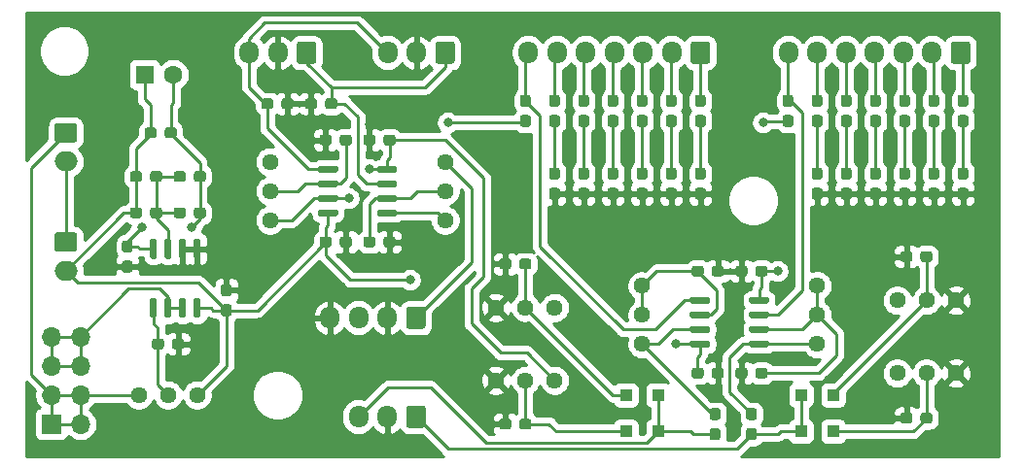
<source format=gtl>
G04 #@! TF.GenerationSoftware,KiCad,Pcbnew,(5.1.6)-1*
G04 #@! TF.CreationDate,2020-12-27T23:25:59+09:00*
G04 #@! TF.ProjectId,VUMeterAmp,56554d65-7465-4724-916d-702e6b696361,rev?*
G04 #@! TF.SameCoordinates,Original*
G04 #@! TF.FileFunction,Copper,L1,Top*
G04 #@! TF.FilePolarity,Positive*
%FSLAX46Y46*%
G04 Gerber Fmt 4.6, Leading zero omitted, Abs format (unit mm)*
G04 Created by KiCad (PCBNEW (5.1.6)-1) date 2020-12-27 23:25:59*
%MOMM*%
%LPD*%
G01*
G04 APERTURE LIST*
G04 #@! TA.AperFunction,ComponentPad*
%ADD10O,2.000000X1.700000*%
G04 #@! TD*
G04 #@! TA.AperFunction,ComponentPad*
%ADD11O,1.700000X1.950000*%
G04 #@! TD*
G04 #@! TA.AperFunction,ComponentPad*
%ADD12C,1.440000*%
G04 #@! TD*
G04 #@! TA.AperFunction,ComponentPad*
%ADD13O,1.700000X1.700000*%
G04 #@! TD*
G04 #@! TA.AperFunction,ComponentPad*
%ADD14R,1.700000X1.700000*%
G04 #@! TD*
G04 #@! TA.AperFunction,SMDPad,CuDef*
%ADD15R,1.100000X1.100000*%
G04 #@! TD*
G04 #@! TA.AperFunction,ComponentPad*
%ADD16C,1.600000*%
G04 #@! TD*
G04 #@! TA.AperFunction,ComponentPad*
%ADD17R,1.600000X1.600000*%
G04 #@! TD*
G04 #@! TA.AperFunction,ViaPad*
%ADD18C,0.800000*%
G04 #@! TD*
G04 #@! TA.AperFunction,Conductor*
%ADD19C,0.250000*%
G04 #@! TD*
G04 #@! TA.AperFunction,Conductor*
%ADD20C,0.254000*%
G04 #@! TD*
G04 APERTURE END LIST*
D10*
X104140000Y-113625000D03*
G04 #@! TA.AperFunction,ComponentPad*
G36*
G01*
X103390000Y-110275000D02*
X104890000Y-110275000D01*
G75*
G02*
X105140000Y-110525000I0J-250000D01*
G01*
X105140000Y-111725000D01*
G75*
G02*
X104890000Y-111975000I-250000J0D01*
G01*
X103390000Y-111975000D01*
G75*
G02*
X103140000Y-111725000I0J250000D01*
G01*
X103140000Y-110525000D01*
G75*
G02*
X103390000Y-110275000I250000J0D01*
G01*
G37*
G04 #@! TD.AperFunction*
G04 #@! TA.AperFunction,SMDPad,CuDef*
G36*
G01*
X115420000Y-125525000D02*
X115720000Y-125525000D01*
G75*
G02*
X115870000Y-125675000I0J-150000D01*
G01*
X115870000Y-127125000D01*
G75*
G02*
X115720000Y-127275000I-150000J0D01*
G01*
X115420000Y-127275000D01*
G75*
G02*
X115270000Y-127125000I0J150000D01*
G01*
X115270000Y-125675000D01*
G75*
G02*
X115420000Y-125525000I150000J0D01*
G01*
G37*
G04 #@! TD.AperFunction*
G04 #@! TA.AperFunction,SMDPad,CuDef*
G36*
G01*
X114150000Y-125525000D02*
X114450000Y-125525000D01*
G75*
G02*
X114600000Y-125675000I0J-150000D01*
G01*
X114600000Y-127125000D01*
G75*
G02*
X114450000Y-127275000I-150000J0D01*
G01*
X114150000Y-127275000D01*
G75*
G02*
X114000000Y-127125000I0J150000D01*
G01*
X114000000Y-125675000D01*
G75*
G02*
X114150000Y-125525000I150000J0D01*
G01*
G37*
G04 #@! TD.AperFunction*
G04 #@! TA.AperFunction,SMDPad,CuDef*
G36*
G01*
X112880000Y-125525000D02*
X113180000Y-125525000D01*
G75*
G02*
X113330000Y-125675000I0J-150000D01*
G01*
X113330000Y-127125000D01*
G75*
G02*
X113180000Y-127275000I-150000J0D01*
G01*
X112880000Y-127275000D01*
G75*
G02*
X112730000Y-127125000I0J150000D01*
G01*
X112730000Y-125675000D01*
G75*
G02*
X112880000Y-125525000I150000J0D01*
G01*
G37*
G04 #@! TD.AperFunction*
G04 #@! TA.AperFunction,SMDPad,CuDef*
G36*
G01*
X111610000Y-125525000D02*
X111910000Y-125525000D01*
G75*
G02*
X112060000Y-125675000I0J-150000D01*
G01*
X112060000Y-127125000D01*
G75*
G02*
X111910000Y-127275000I-150000J0D01*
G01*
X111610000Y-127275000D01*
G75*
G02*
X111460000Y-127125000I0J150000D01*
G01*
X111460000Y-125675000D01*
G75*
G02*
X111610000Y-125525000I150000J0D01*
G01*
G37*
G04 #@! TD.AperFunction*
G04 #@! TA.AperFunction,SMDPad,CuDef*
G36*
G01*
X111610000Y-120375000D02*
X111910000Y-120375000D01*
G75*
G02*
X112060000Y-120525000I0J-150000D01*
G01*
X112060000Y-121975000D01*
G75*
G02*
X111910000Y-122125000I-150000J0D01*
G01*
X111610000Y-122125000D01*
G75*
G02*
X111460000Y-121975000I0J150000D01*
G01*
X111460000Y-120525000D01*
G75*
G02*
X111610000Y-120375000I150000J0D01*
G01*
G37*
G04 #@! TD.AperFunction*
G04 #@! TA.AperFunction,SMDPad,CuDef*
G36*
G01*
X112880000Y-120375000D02*
X113180000Y-120375000D01*
G75*
G02*
X113330000Y-120525000I0J-150000D01*
G01*
X113330000Y-121975000D01*
G75*
G02*
X113180000Y-122125000I-150000J0D01*
G01*
X112880000Y-122125000D01*
G75*
G02*
X112730000Y-121975000I0J150000D01*
G01*
X112730000Y-120525000D01*
G75*
G02*
X112880000Y-120375000I150000J0D01*
G01*
G37*
G04 #@! TD.AperFunction*
G04 #@! TA.AperFunction,SMDPad,CuDef*
G36*
G01*
X114150000Y-120375000D02*
X114450000Y-120375000D01*
G75*
G02*
X114600000Y-120525000I0J-150000D01*
G01*
X114600000Y-121975000D01*
G75*
G02*
X114450000Y-122125000I-150000J0D01*
G01*
X114150000Y-122125000D01*
G75*
G02*
X114000000Y-121975000I0J150000D01*
G01*
X114000000Y-120525000D01*
G75*
G02*
X114150000Y-120375000I150000J0D01*
G01*
G37*
G04 #@! TD.AperFunction*
G04 #@! TA.AperFunction,SMDPad,CuDef*
G36*
G01*
X115420000Y-120375000D02*
X115720000Y-120375000D01*
G75*
G02*
X115870000Y-120525000I0J-150000D01*
G01*
X115870000Y-121975000D01*
G75*
G02*
X115720000Y-122125000I-150000J0D01*
G01*
X115420000Y-122125000D01*
G75*
G02*
X115270000Y-121975000I0J150000D01*
G01*
X115270000Y-120525000D01*
G75*
G02*
X115420000Y-120375000I150000J0D01*
G01*
G37*
G04 #@! TD.AperFunction*
G04 #@! TA.AperFunction,SMDPad,CuDef*
G36*
G01*
X160225000Y-129390000D02*
X160225000Y-129690000D01*
G75*
G02*
X160075000Y-129840000I-150000J0D01*
G01*
X158625000Y-129840000D01*
G75*
G02*
X158475000Y-129690000I0J150000D01*
G01*
X158475000Y-129390000D01*
G75*
G02*
X158625000Y-129240000I150000J0D01*
G01*
X160075000Y-129240000D01*
G75*
G02*
X160225000Y-129390000I0J-150000D01*
G01*
G37*
G04 #@! TD.AperFunction*
G04 #@! TA.AperFunction,SMDPad,CuDef*
G36*
G01*
X160225000Y-128120000D02*
X160225000Y-128420000D01*
G75*
G02*
X160075000Y-128570000I-150000J0D01*
G01*
X158625000Y-128570000D01*
G75*
G02*
X158475000Y-128420000I0J150000D01*
G01*
X158475000Y-128120000D01*
G75*
G02*
X158625000Y-127970000I150000J0D01*
G01*
X160075000Y-127970000D01*
G75*
G02*
X160225000Y-128120000I0J-150000D01*
G01*
G37*
G04 #@! TD.AperFunction*
G04 #@! TA.AperFunction,SMDPad,CuDef*
G36*
G01*
X160225000Y-126850000D02*
X160225000Y-127150000D01*
G75*
G02*
X160075000Y-127300000I-150000J0D01*
G01*
X158625000Y-127300000D01*
G75*
G02*
X158475000Y-127150000I0J150000D01*
G01*
X158475000Y-126850000D01*
G75*
G02*
X158625000Y-126700000I150000J0D01*
G01*
X160075000Y-126700000D01*
G75*
G02*
X160225000Y-126850000I0J-150000D01*
G01*
G37*
G04 #@! TD.AperFunction*
G04 #@! TA.AperFunction,SMDPad,CuDef*
G36*
G01*
X160225000Y-125580000D02*
X160225000Y-125880000D01*
G75*
G02*
X160075000Y-126030000I-150000J0D01*
G01*
X158625000Y-126030000D01*
G75*
G02*
X158475000Y-125880000I0J150000D01*
G01*
X158475000Y-125580000D01*
G75*
G02*
X158625000Y-125430000I150000J0D01*
G01*
X160075000Y-125430000D01*
G75*
G02*
X160225000Y-125580000I0J-150000D01*
G01*
G37*
G04 #@! TD.AperFunction*
G04 #@! TA.AperFunction,SMDPad,CuDef*
G36*
G01*
X165375000Y-125580000D02*
X165375000Y-125880000D01*
G75*
G02*
X165225000Y-126030000I-150000J0D01*
G01*
X163775000Y-126030000D01*
G75*
G02*
X163625000Y-125880000I0J150000D01*
G01*
X163625000Y-125580000D01*
G75*
G02*
X163775000Y-125430000I150000J0D01*
G01*
X165225000Y-125430000D01*
G75*
G02*
X165375000Y-125580000I0J-150000D01*
G01*
G37*
G04 #@! TD.AperFunction*
G04 #@! TA.AperFunction,SMDPad,CuDef*
G36*
G01*
X165375000Y-126850000D02*
X165375000Y-127150000D01*
G75*
G02*
X165225000Y-127300000I-150000J0D01*
G01*
X163775000Y-127300000D01*
G75*
G02*
X163625000Y-127150000I0J150000D01*
G01*
X163625000Y-126850000D01*
G75*
G02*
X163775000Y-126700000I150000J0D01*
G01*
X165225000Y-126700000D01*
G75*
G02*
X165375000Y-126850000I0J-150000D01*
G01*
G37*
G04 #@! TD.AperFunction*
G04 #@! TA.AperFunction,SMDPad,CuDef*
G36*
G01*
X165375000Y-128120000D02*
X165375000Y-128420000D01*
G75*
G02*
X165225000Y-128570000I-150000J0D01*
G01*
X163775000Y-128570000D01*
G75*
G02*
X163625000Y-128420000I0J150000D01*
G01*
X163625000Y-128120000D01*
G75*
G02*
X163775000Y-127970000I150000J0D01*
G01*
X165225000Y-127970000D01*
G75*
G02*
X165375000Y-128120000I0J-150000D01*
G01*
G37*
G04 #@! TD.AperFunction*
G04 #@! TA.AperFunction,SMDPad,CuDef*
G36*
G01*
X165375000Y-129390000D02*
X165375000Y-129690000D01*
G75*
G02*
X165225000Y-129840000I-150000J0D01*
G01*
X163775000Y-129840000D01*
G75*
G02*
X163625000Y-129690000I0J150000D01*
G01*
X163625000Y-129390000D01*
G75*
G02*
X163775000Y-129240000I150000J0D01*
G01*
X165225000Y-129240000D01*
G75*
G02*
X165375000Y-129390000I0J-150000D01*
G01*
G37*
G04 #@! TD.AperFunction*
G04 #@! TA.AperFunction,SMDPad,CuDef*
G36*
G01*
X127840000Y-117960000D02*
X127840000Y-118260000D01*
G75*
G02*
X127690000Y-118410000I-150000J0D01*
G01*
X126240000Y-118410000D01*
G75*
G02*
X126090000Y-118260000I0J150000D01*
G01*
X126090000Y-117960000D01*
G75*
G02*
X126240000Y-117810000I150000J0D01*
G01*
X127690000Y-117810000D01*
G75*
G02*
X127840000Y-117960000I0J-150000D01*
G01*
G37*
G04 #@! TD.AperFunction*
G04 #@! TA.AperFunction,SMDPad,CuDef*
G36*
G01*
X127840000Y-116690000D02*
X127840000Y-116990000D01*
G75*
G02*
X127690000Y-117140000I-150000J0D01*
G01*
X126240000Y-117140000D01*
G75*
G02*
X126090000Y-116990000I0J150000D01*
G01*
X126090000Y-116690000D01*
G75*
G02*
X126240000Y-116540000I150000J0D01*
G01*
X127690000Y-116540000D01*
G75*
G02*
X127840000Y-116690000I0J-150000D01*
G01*
G37*
G04 #@! TD.AperFunction*
G04 #@! TA.AperFunction,SMDPad,CuDef*
G36*
G01*
X127840000Y-115420000D02*
X127840000Y-115720000D01*
G75*
G02*
X127690000Y-115870000I-150000J0D01*
G01*
X126240000Y-115870000D01*
G75*
G02*
X126090000Y-115720000I0J150000D01*
G01*
X126090000Y-115420000D01*
G75*
G02*
X126240000Y-115270000I150000J0D01*
G01*
X127690000Y-115270000D01*
G75*
G02*
X127840000Y-115420000I0J-150000D01*
G01*
G37*
G04 #@! TD.AperFunction*
G04 #@! TA.AperFunction,SMDPad,CuDef*
G36*
G01*
X127840000Y-114150000D02*
X127840000Y-114450000D01*
G75*
G02*
X127690000Y-114600000I-150000J0D01*
G01*
X126240000Y-114600000D01*
G75*
G02*
X126090000Y-114450000I0J150000D01*
G01*
X126090000Y-114150000D01*
G75*
G02*
X126240000Y-114000000I150000J0D01*
G01*
X127690000Y-114000000D01*
G75*
G02*
X127840000Y-114150000I0J-150000D01*
G01*
G37*
G04 #@! TD.AperFunction*
G04 #@! TA.AperFunction,SMDPad,CuDef*
G36*
G01*
X132990000Y-114150000D02*
X132990000Y-114450000D01*
G75*
G02*
X132840000Y-114600000I-150000J0D01*
G01*
X131390000Y-114600000D01*
G75*
G02*
X131240000Y-114450000I0J150000D01*
G01*
X131240000Y-114150000D01*
G75*
G02*
X131390000Y-114000000I150000J0D01*
G01*
X132840000Y-114000000D01*
G75*
G02*
X132990000Y-114150000I0J-150000D01*
G01*
G37*
G04 #@! TD.AperFunction*
G04 #@! TA.AperFunction,SMDPad,CuDef*
G36*
G01*
X132990000Y-115420000D02*
X132990000Y-115720000D01*
G75*
G02*
X132840000Y-115870000I-150000J0D01*
G01*
X131390000Y-115870000D01*
G75*
G02*
X131240000Y-115720000I0J150000D01*
G01*
X131240000Y-115420000D01*
G75*
G02*
X131390000Y-115270000I150000J0D01*
G01*
X132840000Y-115270000D01*
G75*
G02*
X132990000Y-115420000I0J-150000D01*
G01*
G37*
G04 #@! TD.AperFunction*
G04 #@! TA.AperFunction,SMDPad,CuDef*
G36*
G01*
X132990000Y-116690000D02*
X132990000Y-116990000D01*
G75*
G02*
X132840000Y-117140000I-150000J0D01*
G01*
X131390000Y-117140000D01*
G75*
G02*
X131240000Y-116990000I0J150000D01*
G01*
X131240000Y-116690000D01*
G75*
G02*
X131390000Y-116540000I150000J0D01*
G01*
X132840000Y-116540000D01*
G75*
G02*
X132990000Y-116690000I0J-150000D01*
G01*
G37*
G04 #@! TD.AperFunction*
G04 #@! TA.AperFunction,SMDPad,CuDef*
G36*
G01*
X132990000Y-117960000D02*
X132990000Y-118260000D01*
G75*
G02*
X132840000Y-118410000I-150000J0D01*
G01*
X131390000Y-118410000D01*
G75*
G02*
X131240000Y-118260000I0J150000D01*
G01*
X131240000Y-117960000D01*
G75*
G02*
X131390000Y-117810000I150000J0D01*
G01*
X132840000Y-117810000D01*
G75*
G02*
X132990000Y-117960000I0J-150000D01*
G01*
G37*
G04 #@! TD.AperFunction*
X104140000Y-123150000D03*
G04 #@! TA.AperFunction,ComponentPad*
G36*
G01*
X103390000Y-119800000D02*
X104890000Y-119800000D01*
G75*
G02*
X105140000Y-120050000I0J-250000D01*
G01*
X105140000Y-121250000D01*
G75*
G02*
X104890000Y-121500000I-250000J0D01*
G01*
X103390000Y-121500000D01*
G75*
G02*
X103140000Y-121250000I0J250000D01*
G01*
X103140000Y-120050000D01*
G75*
G02*
X103390000Y-119800000I250000J0D01*
G01*
G37*
G04 #@! TD.AperFunction*
D11*
X127120000Y-127254000D03*
X129620000Y-127254000D03*
X132120000Y-127254000D03*
G04 #@! TA.AperFunction,ComponentPad*
G36*
G01*
X135470000Y-126529000D02*
X135470000Y-127979000D01*
G75*
G02*
X135220000Y-128229000I-250000J0D01*
G01*
X134020000Y-128229000D01*
G75*
G02*
X133770000Y-127979000I0J250000D01*
G01*
X133770000Y-126529000D01*
G75*
G02*
X134020000Y-126279000I250000J0D01*
G01*
X135220000Y-126279000D01*
G75*
G02*
X135470000Y-126529000I0J-250000D01*
G01*
G37*
G04 #@! TD.AperFunction*
D12*
X110490000Y-133985000D03*
X113030000Y-133985000D03*
X115570000Y-133985000D03*
X154305000Y-129540000D03*
X154305000Y-127000000D03*
X154305000Y-124460000D03*
X169545000Y-129540000D03*
X169545000Y-127000000D03*
X169545000Y-124460000D03*
X141605000Y-132715000D03*
X144145000Y-132715000D03*
X146685000Y-132715000D03*
X141605000Y-126365000D03*
X144145000Y-126365000D03*
X146685000Y-126365000D03*
X121920000Y-118745000D03*
X121920000Y-116205000D03*
X121920000Y-113665000D03*
X137160000Y-118745000D03*
X137160000Y-116205000D03*
X137160000Y-113665000D03*
X181610000Y-132080000D03*
X179070000Y-132080000D03*
X176530000Y-132080000D03*
X181610000Y-125730000D03*
X179070000Y-125730000D03*
X176530000Y-125730000D03*
G04 #@! TA.AperFunction,SMDPad,CuDef*
G36*
G01*
X115285000Y-118347500D02*
X115285000Y-117872500D01*
G75*
G02*
X115522500Y-117635000I237500J0D01*
G01*
X116097500Y-117635000D01*
G75*
G02*
X116335000Y-117872500I0J-237500D01*
G01*
X116335000Y-118347500D01*
G75*
G02*
X116097500Y-118585000I-237500J0D01*
G01*
X115522500Y-118585000D01*
G75*
G02*
X115285000Y-118347500I0J237500D01*
G01*
G37*
G04 #@! TD.AperFunction*
G04 #@! TA.AperFunction,SMDPad,CuDef*
G36*
G01*
X113535000Y-118347500D02*
X113535000Y-117872500D01*
G75*
G02*
X113772500Y-117635000I237500J0D01*
G01*
X114347500Y-117635000D01*
G75*
G02*
X114585000Y-117872500I0J-237500D01*
G01*
X114585000Y-118347500D01*
G75*
G02*
X114347500Y-118585000I-237500J0D01*
G01*
X113772500Y-118585000D01*
G75*
G02*
X113535000Y-118347500I0J237500D01*
G01*
G37*
G04 #@! TD.AperFunction*
G04 #@! TA.AperFunction,SMDPad,CuDef*
G36*
G01*
X111475000Y-118347500D02*
X111475000Y-117872500D01*
G75*
G02*
X111712500Y-117635000I237500J0D01*
G01*
X112287500Y-117635000D01*
G75*
G02*
X112525000Y-117872500I0J-237500D01*
G01*
X112525000Y-118347500D01*
G75*
G02*
X112287500Y-118585000I-237500J0D01*
G01*
X111712500Y-118585000D01*
G75*
G02*
X111475000Y-118347500I0J237500D01*
G01*
G37*
G04 #@! TD.AperFunction*
G04 #@! TA.AperFunction,SMDPad,CuDef*
G36*
G01*
X109725000Y-118347500D02*
X109725000Y-117872500D01*
G75*
G02*
X109962500Y-117635000I237500J0D01*
G01*
X110537500Y-117635000D01*
G75*
G02*
X110775000Y-117872500I0J-237500D01*
G01*
X110775000Y-118347500D01*
G75*
G02*
X110537500Y-118585000I-237500J0D01*
G01*
X109962500Y-118585000D01*
G75*
G02*
X109725000Y-118347500I0J237500D01*
G01*
G37*
G04 #@! TD.AperFunction*
G04 #@! TA.AperFunction,SMDPad,CuDef*
G36*
G01*
X160892500Y-136175000D02*
X160417500Y-136175000D01*
G75*
G02*
X160180000Y-135937500I0J237500D01*
G01*
X160180000Y-135362500D01*
G75*
G02*
X160417500Y-135125000I237500J0D01*
G01*
X160892500Y-135125000D01*
G75*
G02*
X161130000Y-135362500I0J-237500D01*
G01*
X161130000Y-135937500D01*
G75*
G02*
X160892500Y-136175000I-237500J0D01*
G01*
G37*
G04 #@! TD.AperFunction*
G04 #@! TA.AperFunction,SMDPad,CuDef*
G36*
G01*
X160892500Y-137925000D02*
X160417500Y-137925000D01*
G75*
G02*
X160180000Y-137687500I0J237500D01*
G01*
X160180000Y-137112500D01*
G75*
G02*
X160417500Y-136875000I237500J0D01*
G01*
X160892500Y-136875000D01*
G75*
G02*
X161130000Y-137112500I0J-237500D01*
G01*
X161130000Y-137687500D01*
G75*
G02*
X160892500Y-137925000I-237500J0D01*
G01*
G37*
G04 #@! TD.AperFunction*
G04 #@! TA.AperFunction,SMDPad,CuDef*
G36*
G01*
X164067500Y-136175000D02*
X163592500Y-136175000D01*
G75*
G02*
X163355000Y-135937500I0J237500D01*
G01*
X163355000Y-135362500D01*
G75*
G02*
X163592500Y-135125000I237500J0D01*
G01*
X164067500Y-135125000D01*
G75*
G02*
X164305000Y-135362500I0J-237500D01*
G01*
X164305000Y-135937500D01*
G75*
G02*
X164067500Y-136175000I-237500J0D01*
G01*
G37*
G04 #@! TD.AperFunction*
G04 #@! TA.AperFunction,SMDPad,CuDef*
G36*
G01*
X164067500Y-137925000D02*
X163592500Y-137925000D01*
G75*
G02*
X163355000Y-137687500I0J237500D01*
G01*
X163355000Y-137112500D01*
G75*
G02*
X163592500Y-136875000I237500J0D01*
G01*
X164067500Y-136875000D01*
G75*
G02*
X164305000Y-137112500I0J-237500D01*
G01*
X164305000Y-137687500D01*
G75*
G02*
X164067500Y-137925000I-237500J0D01*
G01*
G37*
G04 #@! TD.AperFunction*
G04 #@! TA.AperFunction,SMDPad,CuDef*
G36*
G01*
X160370000Y-123427500D02*
X160370000Y-122952500D01*
G75*
G02*
X160607500Y-122715000I237500J0D01*
G01*
X161182500Y-122715000D01*
G75*
G02*
X161420000Y-122952500I0J-237500D01*
G01*
X161420000Y-123427500D01*
G75*
G02*
X161182500Y-123665000I-237500J0D01*
G01*
X160607500Y-123665000D01*
G75*
G02*
X160370000Y-123427500I0J237500D01*
G01*
G37*
G04 #@! TD.AperFunction*
G04 #@! TA.AperFunction,SMDPad,CuDef*
G36*
G01*
X158620000Y-123427500D02*
X158620000Y-122952500D01*
G75*
G02*
X158857500Y-122715000I237500J0D01*
G01*
X159432500Y-122715000D01*
G75*
G02*
X159670000Y-122952500I0J-237500D01*
G01*
X159670000Y-123427500D01*
G75*
G02*
X159432500Y-123665000I-237500J0D01*
G01*
X158857500Y-123665000D01*
G75*
G02*
X158620000Y-123427500I0J237500D01*
G01*
G37*
G04 #@! TD.AperFunction*
G04 #@! TA.AperFunction,SMDPad,CuDef*
G36*
G01*
X163480000Y-131842500D02*
X163480000Y-132317500D01*
G75*
G02*
X163242500Y-132555000I-237500J0D01*
G01*
X162667500Y-132555000D01*
G75*
G02*
X162430000Y-132317500I0J237500D01*
G01*
X162430000Y-131842500D01*
G75*
G02*
X162667500Y-131605000I237500J0D01*
G01*
X163242500Y-131605000D01*
G75*
G02*
X163480000Y-131842500I0J-237500D01*
G01*
G37*
G04 #@! TD.AperFunction*
G04 #@! TA.AperFunction,SMDPad,CuDef*
G36*
G01*
X165230000Y-131842500D02*
X165230000Y-132317500D01*
G75*
G02*
X164992500Y-132555000I-237500J0D01*
G01*
X164417500Y-132555000D01*
G75*
G02*
X164180000Y-132317500I0J237500D01*
G01*
X164180000Y-131842500D01*
G75*
G02*
X164417500Y-131605000I237500J0D01*
G01*
X164992500Y-131605000D01*
G75*
G02*
X165230000Y-131842500I0J-237500D01*
G01*
G37*
G04 #@! TD.AperFunction*
G04 #@! TA.AperFunction,SMDPad,CuDef*
G36*
G01*
X159622500Y-115220000D02*
X159147500Y-115220000D01*
G75*
G02*
X158910000Y-114982500I0J237500D01*
G01*
X158910000Y-114407500D01*
G75*
G02*
X159147500Y-114170000I237500J0D01*
G01*
X159622500Y-114170000D01*
G75*
G02*
X159860000Y-114407500I0J-237500D01*
G01*
X159860000Y-114982500D01*
G75*
G02*
X159622500Y-115220000I-237500J0D01*
G01*
G37*
G04 #@! TD.AperFunction*
G04 #@! TA.AperFunction,SMDPad,CuDef*
G36*
G01*
X159622500Y-116970000D02*
X159147500Y-116970000D01*
G75*
G02*
X158910000Y-116732500I0J237500D01*
G01*
X158910000Y-116157500D01*
G75*
G02*
X159147500Y-115920000I237500J0D01*
G01*
X159622500Y-115920000D01*
G75*
G02*
X159860000Y-116157500I0J-237500D01*
G01*
X159860000Y-116732500D01*
G75*
G02*
X159622500Y-116970000I-237500J0D01*
G01*
G37*
G04 #@! TD.AperFunction*
G04 #@! TA.AperFunction,SMDPad,CuDef*
G36*
G01*
X157082500Y-115220000D02*
X156607500Y-115220000D01*
G75*
G02*
X156370000Y-114982500I0J237500D01*
G01*
X156370000Y-114407500D01*
G75*
G02*
X156607500Y-114170000I237500J0D01*
G01*
X157082500Y-114170000D01*
G75*
G02*
X157320000Y-114407500I0J-237500D01*
G01*
X157320000Y-114982500D01*
G75*
G02*
X157082500Y-115220000I-237500J0D01*
G01*
G37*
G04 #@! TD.AperFunction*
G04 #@! TA.AperFunction,SMDPad,CuDef*
G36*
G01*
X157082500Y-116970000D02*
X156607500Y-116970000D01*
G75*
G02*
X156370000Y-116732500I0J237500D01*
G01*
X156370000Y-116157500D01*
G75*
G02*
X156607500Y-115920000I237500J0D01*
G01*
X157082500Y-115920000D01*
G75*
G02*
X157320000Y-116157500I0J-237500D01*
G01*
X157320000Y-116732500D01*
G75*
G02*
X157082500Y-116970000I-237500J0D01*
G01*
G37*
G04 #@! TD.AperFunction*
G04 #@! TA.AperFunction,SMDPad,CuDef*
G36*
G01*
X154542500Y-115220000D02*
X154067500Y-115220000D01*
G75*
G02*
X153830000Y-114982500I0J237500D01*
G01*
X153830000Y-114407500D01*
G75*
G02*
X154067500Y-114170000I237500J0D01*
G01*
X154542500Y-114170000D01*
G75*
G02*
X154780000Y-114407500I0J-237500D01*
G01*
X154780000Y-114982500D01*
G75*
G02*
X154542500Y-115220000I-237500J0D01*
G01*
G37*
G04 #@! TD.AperFunction*
G04 #@! TA.AperFunction,SMDPad,CuDef*
G36*
G01*
X154542500Y-116970000D02*
X154067500Y-116970000D01*
G75*
G02*
X153830000Y-116732500I0J237500D01*
G01*
X153830000Y-116157500D01*
G75*
G02*
X154067500Y-115920000I237500J0D01*
G01*
X154542500Y-115920000D01*
G75*
G02*
X154780000Y-116157500I0J-237500D01*
G01*
X154780000Y-116732500D01*
G75*
G02*
X154542500Y-116970000I-237500J0D01*
G01*
G37*
G04 #@! TD.AperFunction*
G04 #@! TA.AperFunction,SMDPad,CuDef*
G36*
G01*
X152002500Y-115220000D02*
X151527500Y-115220000D01*
G75*
G02*
X151290000Y-114982500I0J237500D01*
G01*
X151290000Y-114407500D01*
G75*
G02*
X151527500Y-114170000I237500J0D01*
G01*
X152002500Y-114170000D01*
G75*
G02*
X152240000Y-114407500I0J-237500D01*
G01*
X152240000Y-114982500D01*
G75*
G02*
X152002500Y-115220000I-237500J0D01*
G01*
G37*
G04 #@! TD.AperFunction*
G04 #@! TA.AperFunction,SMDPad,CuDef*
G36*
G01*
X152002500Y-116970000D02*
X151527500Y-116970000D01*
G75*
G02*
X151290000Y-116732500I0J237500D01*
G01*
X151290000Y-116157500D01*
G75*
G02*
X151527500Y-115920000I237500J0D01*
G01*
X152002500Y-115920000D01*
G75*
G02*
X152240000Y-116157500I0J-237500D01*
G01*
X152240000Y-116732500D01*
G75*
G02*
X152002500Y-116970000I-237500J0D01*
G01*
G37*
G04 #@! TD.AperFunction*
G04 #@! TA.AperFunction,SMDPad,CuDef*
G36*
G01*
X149462500Y-115220000D02*
X148987500Y-115220000D01*
G75*
G02*
X148750000Y-114982500I0J237500D01*
G01*
X148750000Y-114407500D01*
G75*
G02*
X148987500Y-114170000I237500J0D01*
G01*
X149462500Y-114170000D01*
G75*
G02*
X149700000Y-114407500I0J-237500D01*
G01*
X149700000Y-114982500D01*
G75*
G02*
X149462500Y-115220000I-237500J0D01*
G01*
G37*
G04 #@! TD.AperFunction*
G04 #@! TA.AperFunction,SMDPad,CuDef*
G36*
G01*
X149462500Y-116970000D02*
X148987500Y-116970000D01*
G75*
G02*
X148750000Y-116732500I0J237500D01*
G01*
X148750000Y-116157500D01*
G75*
G02*
X148987500Y-115920000I237500J0D01*
G01*
X149462500Y-115920000D01*
G75*
G02*
X149700000Y-116157500I0J-237500D01*
G01*
X149700000Y-116732500D01*
G75*
G02*
X149462500Y-116970000I-237500J0D01*
G01*
G37*
G04 #@! TD.AperFunction*
G04 #@! TA.AperFunction,SMDPad,CuDef*
G36*
G01*
X146922500Y-115220000D02*
X146447500Y-115220000D01*
G75*
G02*
X146210000Y-114982500I0J237500D01*
G01*
X146210000Y-114407500D01*
G75*
G02*
X146447500Y-114170000I237500J0D01*
G01*
X146922500Y-114170000D01*
G75*
G02*
X147160000Y-114407500I0J-237500D01*
G01*
X147160000Y-114982500D01*
G75*
G02*
X146922500Y-115220000I-237500J0D01*
G01*
G37*
G04 #@! TD.AperFunction*
G04 #@! TA.AperFunction,SMDPad,CuDef*
G36*
G01*
X146922500Y-116970000D02*
X146447500Y-116970000D01*
G75*
G02*
X146210000Y-116732500I0J237500D01*
G01*
X146210000Y-116157500D01*
G75*
G02*
X146447500Y-115920000I237500J0D01*
G01*
X146922500Y-115920000D01*
G75*
G02*
X147160000Y-116157500I0J-237500D01*
G01*
X147160000Y-116732500D01*
G75*
G02*
X146922500Y-116970000I-237500J0D01*
G01*
G37*
G04 #@! TD.AperFunction*
G04 #@! TA.AperFunction,SMDPad,CuDef*
G36*
G01*
X182482500Y-115220000D02*
X182007500Y-115220000D01*
G75*
G02*
X181770000Y-114982500I0J237500D01*
G01*
X181770000Y-114407500D01*
G75*
G02*
X182007500Y-114170000I237500J0D01*
G01*
X182482500Y-114170000D01*
G75*
G02*
X182720000Y-114407500I0J-237500D01*
G01*
X182720000Y-114982500D01*
G75*
G02*
X182482500Y-115220000I-237500J0D01*
G01*
G37*
G04 #@! TD.AperFunction*
G04 #@! TA.AperFunction,SMDPad,CuDef*
G36*
G01*
X182482500Y-116970000D02*
X182007500Y-116970000D01*
G75*
G02*
X181770000Y-116732500I0J237500D01*
G01*
X181770000Y-116157500D01*
G75*
G02*
X182007500Y-115920000I237500J0D01*
G01*
X182482500Y-115920000D01*
G75*
G02*
X182720000Y-116157500I0J-237500D01*
G01*
X182720000Y-116732500D01*
G75*
G02*
X182482500Y-116970000I-237500J0D01*
G01*
G37*
G04 #@! TD.AperFunction*
G04 #@! TA.AperFunction,SMDPad,CuDef*
G36*
G01*
X179942500Y-115220000D02*
X179467500Y-115220000D01*
G75*
G02*
X179230000Y-114982500I0J237500D01*
G01*
X179230000Y-114407500D01*
G75*
G02*
X179467500Y-114170000I237500J0D01*
G01*
X179942500Y-114170000D01*
G75*
G02*
X180180000Y-114407500I0J-237500D01*
G01*
X180180000Y-114982500D01*
G75*
G02*
X179942500Y-115220000I-237500J0D01*
G01*
G37*
G04 #@! TD.AperFunction*
G04 #@! TA.AperFunction,SMDPad,CuDef*
G36*
G01*
X179942500Y-116970000D02*
X179467500Y-116970000D01*
G75*
G02*
X179230000Y-116732500I0J237500D01*
G01*
X179230000Y-116157500D01*
G75*
G02*
X179467500Y-115920000I237500J0D01*
G01*
X179942500Y-115920000D01*
G75*
G02*
X180180000Y-116157500I0J-237500D01*
G01*
X180180000Y-116732500D01*
G75*
G02*
X179942500Y-116970000I-237500J0D01*
G01*
G37*
G04 #@! TD.AperFunction*
G04 #@! TA.AperFunction,SMDPad,CuDef*
G36*
G01*
X177402500Y-115220000D02*
X176927500Y-115220000D01*
G75*
G02*
X176690000Y-114982500I0J237500D01*
G01*
X176690000Y-114407500D01*
G75*
G02*
X176927500Y-114170000I237500J0D01*
G01*
X177402500Y-114170000D01*
G75*
G02*
X177640000Y-114407500I0J-237500D01*
G01*
X177640000Y-114982500D01*
G75*
G02*
X177402500Y-115220000I-237500J0D01*
G01*
G37*
G04 #@! TD.AperFunction*
G04 #@! TA.AperFunction,SMDPad,CuDef*
G36*
G01*
X177402500Y-116970000D02*
X176927500Y-116970000D01*
G75*
G02*
X176690000Y-116732500I0J237500D01*
G01*
X176690000Y-116157500D01*
G75*
G02*
X176927500Y-115920000I237500J0D01*
G01*
X177402500Y-115920000D01*
G75*
G02*
X177640000Y-116157500I0J-237500D01*
G01*
X177640000Y-116732500D01*
G75*
G02*
X177402500Y-116970000I-237500J0D01*
G01*
G37*
G04 #@! TD.AperFunction*
G04 #@! TA.AperFunction,SMDPad,CuDef*
G36*
G01*
X174862500Y-115220000D02*
X174387500Y-115220000D01*
G75*
G02*
X174150000Y-114982500I0J237500D01*
G01*
X174150000Y-114407500D01*
G75*
G02*
X174387500Y-114170000I237500J0D01*
G01*
X174862500Y-114170000D01*
G75*
G02*
X175100000Y-114407500I0J-237500D01*
G01*
X175100000Y-114982500D01*
G75*
G02*
X174862500Y-115220000I-237500J0D01*
G01*
G37*
G04 #@! TD.AperFunction*
G04 #@! TA.AperFunction,SMDPad,CuDef*
G36*
G01*
X174862500Y-116970000D02*
X174387500Y-116970000D01*
G75*
G02*
X174150000Y-116732500I0J237500D01*
G01*
X174150000Y-116157500D01*
G75*
G02*
X174387500Y-115920000I237500J0D01*
G01*
X174862500Y-115920000D01*
G75*
G02*
X175100000Y-116157500I0J-237500D01*
G01*
X175100000Y-116732500D01*
G75*
G02*
X174862500Y-116970000I-237500J0D01*
G01*
G37*
G04 #@! TD.AperFunction*
G04 #@! TA.AperFunction,SMDPad,CuDef*
G36*
G01*
X172322500Y-115220000D02*
X171847500Y-115220000D01*
G75*
G02*
X171610000Y-114982500I0J237500D01*
G01*
X171610000Y-114407500D01*
G75*
G02*
X171847500Y-114170000I237500J0D01*
G01*
X172322500Y-114170000D01*
G75*
G02*
X172560000Y-114407500I0J-237500D01*
G01*
X172560000Y-114982500D01*
G75*
G02*
X172322500Y-115220000I-237500J0D01*
G01*
G37*
G04 #@! TD.AperFunction*
G04 #@! TA.AperFunction,SMDPad,CuDef*
G36*
G01*
X172322500Y-116970000D02*
X171847500Y-116970000D01*
G75*
G02*
X171610000Y-116732500I0J237500D01*
G01*
X171610000Y-116157500D01*
G75*
G02*
X171847500Y-115920000I237500J0D01*
G01*
X172322500Y-115920000D01*
G75*
G02*
X172560000Y-116157500I0J-237500D01*
G01*
X172560000Y-116732500D01*
G75*
G02*
X172322500Y-116970000I-237500J0D01*
G01*
G37*
G04 #@! TD.AperFunction*
G04 #@! TA.AperFunction,SMDPad,CuDef*
G36*
G01*
X169782500Y-115220000D02*
X169307500Y-115220000D01*
G75*
G02*
X169070000Y-114982500I0J237500D01*
G01*
X169070000Y-114407500D01*
G75*
G02*
X169307500Y-114170000I237500J0D01*
G01*
X169782500Y-114170000D01*
G75*
G02*
X170020000Y-114407500I0J-237500D01*
G01*
X170020000Y-114982500D01*
G75*
G02*
X169782500Y-115220000I-237500J0D01*
G01*
G37*
G04 #@! TD.AperFunction*
G04 #@! TA.AperFunction,SMDPad,CuDef*
G36*
G01*
X169782500Y-116970000D02*
X169307500Y-116970000D01*
G75*
G02*
X169070000Y-116732500I0J237500D01*
G01*
X169070000Y-116157500D01*
G75*
G02*
X169307500Y-115920000I237500J0D01*
G01*
X169782500Y-115920000D01*
G75*
G02*
X170020000Y-116157500I0J-237500D01*
G01*
X170020000Y-116732500D01*
G75*
G02*
X169782500Y-116970000I-237500J0D01*
G01*
G37*
G04 #@! TD.AperFunction*
G04 #@! TA.AperFunction,SMDPad,CuDef*
G36*
G01*
X159622500Y-108870000D02*
X159147500Y-108870000D01*
G75*
G02*
X158910000Y-108632500I0J237500D01*
G01*
X158910000Y-108057500D01*
G75*
G02*
X159147500Y-107820000I237500J0D01*
G01*
X159622500Y-107820000D01*
G75*
G02*
X159860000Y-108057500I0J-237500D01*
G01*
X159860000Y-108632500D01*
G75*
G02*
X159622500Y-108870000I-237500J0D01*
G01*
G37*
G04 #@! TD.AperFunction*
G04 #@! TA.AperFunction,SMDPad,CuDef*
G36*
G01*
X159622500Y-110620000D02*
X159147500Y-110620000D01*
G75*
G02*
X158910000Y-110382500I0J237500D01*
G01*
X158910000Y-109807500D01*
G75*
G02*
X159147500Y-109570000I237500J0D01*
G01*
X159622500Y-109570000D01*
G75*
G02*
X159860000Y-109807500I0J-237500D01*
G01*
X159860000Y-110382500D01*
G75*
G02*
X159622500Y-110620000I-237500J0D01*
G01*
G37*
G04 #@! TD.AperFunction*
G04 #@! TA.AperFunction,SMDPad,CuDef*
G36*
G01*
X157082500Y-108870000D02*
X156607500Y-108870000D01*
G75*
G02*
X156370000Y-108632500I0J237500D01*
G01*
X156370000Y-108057500D01*
G75*
G02*
X156607500Y-107820000I237500J0D01*
G01*
X157082500Y-107820000D01*
G75*
G02*
X157320000Y-108057500I0J-237500D01*
G01*
X157320000Y-108632500D01*
G75*
G02*
X157082500Y-108870000I-237500J0D01*
G01*
G37*
G04 #@! TD.AperFunction*
G04 #@! TA.AperFunction,SMDPad,CuDef*
G36*
G01*
X157082500Y-110620000D02*
X156607500Y-110620000D01*
G75*
G02*
X156370000Y-110382500I0J237500D01*
G01*
X156370000Y-109807500D01*
G75*
G02*
X156607500Y-109570000I237500J0D01*
G01*
X157082500Y-109570000D01*
G75*
G02*
X157320000Y-109807500I0J-237500D01*
G01*
X157320000Y-110382500D01*
G75*
G02*
X157082500Y-110620000I-237500J0D01*
G01*
G37*
G04 #@! TD.AperFunction*
G04 #@! TA.AperFunction,SMDPad,CuDef*
G36*
G01*
X154542500Y-108870000D02*
X154067500Y-108870000D01*
G75*
G02*
X153830000Y-108632500I0J237500D01*
G01*
X153830000Y-108057500D01*
G75*
G02*
X154067500Y-107820000I237500J0D01*
G01*
X154542500Y-107820000D01*
G75*
G02*
X154780000Y-108057500I0J-237500D01*
G01*
X154780000Y-108632500D01*
G75*
G02*
X154542500Y-108870000I-237500J0D01*
G01*
G37*
G04 #@! TD.AperFunction*
G04 #@! TA.AperFunction,SMDPad,CuDef*
G36*
G01*
X154542500Y-110620000D02*
X154067500Y-110620000D01*
G75*
G02*
X153830000Y-110382500I0J237500D01*
G01*
X153830000Y-109807500D01*
G75*
G02*
X154067500Y-109570000I237500J0D01*
G01*
X154542500Y-109570000D01*
G75*
G02*
X154780000Y-109807500I0J-237500D01*
G01*
X154780000Y-110382500D01*
G75*
G02*
X154542500Y-110620000I-237500J0D01*
G01*
G37*
G04 #@! TD.AperFunction*
G04 #@! TA.AperFunction,SMDPad,CuDef*
G36*
G01*
X152002500Y-108870000D02*
X151527500Y-108870000D01*
G75*
G02*
X151290000Y-108632500I0J237500D01*
G01*
X151290000Y-108057500D01*
G75*
G02*
X151527500Y-107820000I237500J0D01*
G01*
X152002500Y-107820000D01*
G75*
G02*
X152240000Y-108057500I0J-237500D01*
G01*
X152240000Y-108632500D01*
G75*
G02*
X152002500Y-108870000I-237500J0D01*
G01*
G37*
G04 #@! TD.AperFunction*
G04 #@! TA.AperFunction,SMDPad,CuDef*
G36*
G01*
X152002500Y-110620000D02*
X151527500Y-110620000D01*
G75*
G02*
X151290000Y-110382500I0J237500D01*
G01*
X151290000Y-109807500D01*
G75*
G02*
X151527500Y-109570000I237500J0D01*
G01*
X152002500Y-109570000D01*
G75*
G02*
X152240000Y-109807500I0J-237500D01*
G01*
X152240000Y-110382500D01*
G75*
G02*
X152002500Y-110620000I-237500J0D01*
G01*
G37*
G04 #@! TD.AperFunction*
G04 #@! TA.AperFunction,SMDPad,CuDef*
G36*
G01*
X149462500Y-108870000D02*
X148987500Y-108870000D01*
G75*
G02*
X148750000Y-108632500I0J237500D01*
G01*
X148750000Y-108057500D01*
G75*
G02*
X148987500Y-107820000I237500J0D01*
G01*
X149462500Y-107820000D01*
G75*
G02*
X149700000Y-108057500I0J-237500D01*
G01*
X149700000Y-108632500D01*
G75*
G02*
X149462500Y-108870000I-237500J0D01*
G01*
G37*
G04 #@! TD.AperFunction*
G04 #@! TA.AperFunction,SMDPad,CuDef*
G36*
G01*
X149462500Y-110620000D02*
X148987500Y-110620000D01*
G75*
G02*
X148750000Y-110382500I0J237500D01*
G01*
X148750000Y-109807500D01*
G75*
G02*
X148987500Y-109570000I237500J0D01*
G01*
X149462500Y-109570000D01*
G75*
G02*
X149700000Y-109807500I0J-237500D01*
G01*
X149700000Y-110382500D01*
G75*
G02*
X149462500Y-110620000I-237500J0D01*
G01*
G37*
G04 #@! TD.AperFunction*
G04 #@! TA.AperFunction,SMDPad,CuDef*
G36*
G01*
X146922500Y-108870000D02*
X146447500Y-108870000D01*
G75*
G02*
X146210000Y-108632500I0J237500D01*
G01*
X146210000Y-108057500D01*
G75*
G02*
X146447500Y-107820000I237500J0D01*
G01*
X146922500Y-107820000D01*
G75*
G02*
X147160000Y-108057500I0J-237500D01*
G01*
X147160000Y-108632500D01*
G75*
G02*
X146922500Y-108870000I-237500J0D01*
G01*
G37*
G04 #@! TD.AperFunction*
G04 #@! TA.AperFunction,SMDPad,CuDef*
G36*
G01*
X146922500Y-110620000D02*
X146447500Y-110620000D01*
G75*
G02*
X146210000Y-110382500I0J237500D01*
G01*
X146210000Y-109807500D01*
G75*
G02*
X146447500Y-109570000I237500J0D01*
G01*
X146922500Y-109570000D01*
G75*
G02*
X147160000Y-109807500I0J-237500D01*
G01*
X147160000Y-110382500D01*
G75*
G02*
X146922500Y-110620000I-237500J0D01*
G01*
G37*
G04 #@! TD.AperFunction*
G04 #@! TA.AperFunction,SMDPad,CuDef*
G36*
G01*
X182482500Y-108870000D02*
X182007500Y-108870000D01*
G75*
G02*
X181770000Y-108632500I0J237500D01*
G01*
X181770000Y-108057500D01*
G75*
G02*
X182007500Y-107820000I237500J0D01*
G01*
X182482500Y-107820000D01*
G75*
G02*
X182720000Y-108057500I0J-237500D01*
G01*
X182720000Y-108632500D01*
G75*
G02*
X182482500Y-108870000I-237500J0D01*
G01*
G37*
G04 #@! TD.AperFunction*
G04 #@! TA.AperFunction,SMDPad,CuDef*
G36*
G01*
X182482500Y-110620000D02*
X182007500Y-110620000D01*
G75*
G02*
X181770000Y-110382500I0J237500D01*
G01*
X181770000Y-109807500D01*
G75*
G02*
X182007500Y-109570000I237500J0D01*
G01*
X182482500Y-109570000D01*
G75*
G02*
X182720000Y-109807500I0J-237500D01*
G01*
X182720000Y-110382500D01*
G75*
G02*
X182482500Y-110620000I-237500J0D01*
G01*
G37*
G04 #@! TD.AperFunction*
G04 #@! TA.AperFunction,SMDPad,CuDef*
G36*
G01*
X179942500Y-108870000D02*
X179467500Y-108870000D01*
G75*
G02*
X179230000Y-108632500I0J237500D01*
G01*
X179230000Y-108057500D01*
G75*
G02*
X179467500Y-107820000I237500J0D01*
G01*
X179942500Y-107820000D01*
G75*
G02*
X180180000Y-108057500I0J-237500D01*
G01*
X180180000Y-108632500D01*
G75*
G02*
X179942500Y-108870000I-237500J0D01*
G01*
G37*
G04 #@! TD.AperFunction*
G04 #@! TA.AperFunction,SMDPad,CuDef*
G36*
G01*
X179942500Y-110620000D02*
X179467500Y-110620000D01*
G75*
G02*
X179230000Y-110382500I0J237500D01*
G01*
X179230000Y-109807500D01*
G75*
G02*
X179467500Y-109570000I237500J0D01*
G01*
X179942500Y-109570000D01*
G75*
G02*
X180180000Y-109807500I0J-237500D01*
G01*
X180180000Y-110382500D01*
G75*
G02*
X179942500Y-110620000I-237500J0D01*
G01*
G37*
G04 #@! TD.AperFunction*
G04 #@! TA.AperFunction,SMDPad,CuDef*
G36*
G01*
X177402500Y-108870000D02*
X176927500Y-108870000D01*
G75*
G02*
X176690000Y-108632500I0J237500D01*
G01*
X176690000Y-108057500D01*
G75*
G02*
X176927500Y-107820000I237500J0D01*
G01*
X177402500Y-107820000D01*
G75*
G02*
X177640000Y-108057500I0J-237500D01*
G01*
X177640000Y-108632500D01*
G75*
G02*
X177402500Y-108870000I-237500J0D01*
G01*
G37*
G04 #@! TD.AperFunction*
G04 #@! TA.AperFunction,SMDPad,CuDef*
G36*
G01*
X177402500Y-110620000D02*
X176927500Y-110620000D01*
G75*
G02*
X176690000Y-110382500I0J237500D01*
G01*
X176690000Y-109807500D01*
G75*
G02*
X176927500Y-109570000I237500J0D01*
G01*
X177402500Y-109570000D01*
G75*
G02*
X177640000Y-109807500I0J-237500D01*
G01*
X177640000Y-110382500D01*
G75*
G02*
X177402500Y-110620000I-237500J0D01*
G01*
G37*
G04 #@! TD.AperFunction*
G04 #@! TA.AperFunction,SMDPad,CuDef*
G36*
G01*
X174862500Y-108870000D02*
X174387500Y-108870000D01*
G75*
G02*
X174150000Y-108632500I0J237500D01*
G01*
X174150000Y-108057500D01*
G75*
G02*
X174387500Y-107820000I237500J0D01*
G01*
X174862500Y-107820000D01*
G75*
G02*
X175100000Y-108057500I0J-237500D01*
G01*
X175100000Y-108632500D01*
G75*
G02*
X174862500Y-108870000I-237500J0D01*
G01*
G37*
G04 #@! TD.AperFunction*
G04 #@! TA.AperFunction,SMDPad,CuDef*
G36*
G01*
X174862500Y-110620000D02*
X174387500Y-110620000D01*
G75*
G02*
X174150000Y-110382500I0J237500D01*
G01*
X174150000Y-109807500D01*
G75*
G02*
X174387500Y-109570000I237500J0D01*
G01*
X174862500Y-109570000D01*
G75*
G02*
X175100000Y-109807500I0J-237500D01*
G01*
X175100000Y-110382500D01*
G75*
G02*
X174862500Y-110620000I-237500J0D01*
G01*
G37*
G04 #@! TD.AperFunction*
G04 #@! TA.AperFunction,SMDPad,CuDef*
G36*
G01*
X172322500Y-108870000D02*
X171847500Y-108870000D01*
G75*
G02*
X171610000Y-108632500I0J237500D01*
G01*
X171610000Y-108057500D01*
G75*
G02*
X171847500Y-107820000I237500J0D01*
G01*
X172322500Y-107820000D01*
G75*
G02*
X172560000Y-108057500I0J-237500D01*
G01*
X172560000Y-108632500D01*
G75*
G02*
X172322500Y-108870000I-237500J0D01*
G01*
G37*
G04 #@! TD.AperFunction*
G04 #@! TA.AperFunction,SMDPad,CuDef*
G36*
G01*
X172322500Y-110620000D02*
X171847500Y-110620000D01*
G75*
G02*
X171610000Y-110382500I0J237500D01*
G01*
X171610000Y-109807500D01*
G75*
G02*
X171847500Y-109570000I237500J0D01*
G01*
X172322500Y-109570000D01*
G75*
G02*
X172560000Y-109807500I0J-237500D01*
G01*
X172560000Y-110382500D01*
G75*
G02*
X172322500Y-110620000I-237500J0D01*
G01*
G37*
G04 #@! TD.AperFunction*
G04 #@! TA.AperFunction,SMDPad,CuDef*
G36*
G01*
X169782500Y-108870000D02*
X169307500Y-108870000D01*
G75*
G02*
X169070000Y-108632500I0J237500D01*
G01*
X169070000Y-108057500D01*
G75*
G02*
X169307500Y-107820000I237500J0D01*
G01*
X169782500Y-107820000D01*
G75*
G02*
X170020000Y-108057500I0J-237500D01*
G01*
X170020000Y-108632500D01*
G75*
G02*
X169782500Y-108870000I-237500J0D01*
G01*
G37*
G04 #@! TD.AperFunction*
G04 #@! TA.AperFunction,SMDPad,CuDef*
G36*
G01*
X169782500Y-110620000D02*
X169307500Y-110620000D01*
G75*
G02*
X169070000Y-110382500I0J237500D01*
G01*
X169070000Y-109807500D01*
G75*
G02*
X169307500Y-109570000I237500J0D01*
G01*
X169782500Y-109570000D01*
G75*
G02*
X170020000Y-109807500I0J-237500D01*
G01*
X170020000Y-110382500D01*
G75*
G02*
X169782500Y-110620000I-237500J0D01*
G01*
G37*
G04 #@! TD.AperFunction*
G04 #@! TA.AperFunction,SMDPad,CuDef*
G36*
G01*
X143907500Y-109570000D02*
X144382500Y-109570000D01*
G75*
G02*
X144620000Y-109807500I0J-237500D01*
G01*
X144620000Y-110382500D01*
G75*
G02*
X144382500Y-110620000I-237500J0D01*
G01*
X143907500Y-110620000D01*
G75*
G02*
X143670000Y-110382500I0J237500D01*
G01*
X143670000Y-109807500D01*
G75*
G02*
X143907500Y-109570000I237500J0D01*
G01*
G37*
G04 #@! TD.AperFunction*
G04 #@! TA.AperFunction,SMDPad,CuDef*
G36*
G01*
X143907500Y-107820000D02*
X144382500Y-107820000D01*
G75*
G02*
X144620000Y-108057500I0J-237500D01*
G01*
X144620000Y-108632500D01*
G75*
G02*
X144382500Y-108870000I-237500J0D01*
G01*
X143907500Y-108870000D01*
G75*
G02*
X143670000Y-108632500I0J237500D01*
G01*
X143670000Y-108057500D01*
G75*
G02*
X143907500Y-107820000I237500J0D01*
G01*
G37*
G04 #@! TD.AperFunction*
G04 #@! TA.AperFunction,SMDPad,CuDef*
G36*
G01*
X166767500Y-109570000D02*
X167242500Y-109570000D01*
G75*
G02*
X167480000Y-109807500I0J-237500D01*
G01*
X167480000Y-110382500D01*
G75*
G02*
X167242500Y-110620000I-237500J0D01*
G01*
X166767500Y-110620000D01*
G75*
G02*
X166530000Y-110382500I0J237500D01*
G01*
X166530000Y-109807500D01*
G75*
G02*
X166767500Y-109570000I237500J0D01*
G01*
G37*
G04 #@! TD.AperFunction*
G04 #@! TA.AperFunction,SMDPad,CuDef*
G36*
G01*
X166767500Y-107820000D02*
X167242500Y-107820000D01*
G75*
G02*
X167480000Y-108057500I0J-237500D01*
G01*
X167480000Y-108632500D01*
G75*
G02*
X167242500Y-108870000I-237500J0D01*
G01*
X166767500Y-108870000D01*
G75*
G02*
X166530000Y-108632500I0J237500D01*
G01*
X166530000Y-108057500D01*
G75*
G02*
X166767500Y-107820000I237500J0D01*
G01*
G37*
G04 #@! TD.AperFunction*
G04 #@! TA.AperFunction,SMDPad,CuDef*
G36*
G01*
X122905000Y-108822500D02*
X122905000Y-108347500D01*
G75*
G02*
X123142500Y-108110000I237500J0D01*
G01*
X123717500Y-108110000D01*
G75*
G02*
X123955000Y-108347500I0J-237500D01*
G01*
X123955000Y-108822500D01*
G75*
G02*
X123717500Y-109060000I-237500J0D01*
G01*
X123142500Y-109060000D01*
G75*
G02*
X122905000Y-108822500I0J237500D01*
G01*
G37*
G04 #@! TD.AperFunction*
G04 #@! TA.AperFunction,SMDPad,CuDef*
G36*
G01*
X121155000Y-108822500D02*
X121155000Y-108347500D01*
G75*
G02*
X121392500Y-108110000I237500J0D01*
G01*
X121967500Y-108110000D01*
G75*
G02*
X122205000Y-108347500I0J-237500D01*
G01*
X122205000Y-108822500D01*
G75*
G02*
X121967500Y-109060000I-237500J0D01*
G01*
X121392500Y-109060000D01*
G75*
G02*
X121155000Y-108822500I0J237500D01*
G01*
G37*
G04 #@! TD.AperFunction*
G04 #@! TA.AperFunction,SMDPad,CuDef*
G36*
G01*
X126015000Y-108347500D02*
X126015000Y-108822500D01*
G75*
G02*
X125777500Y-109060000I-237500J0D01*
G01*
X125202500Y-109060000D01*
G75*
G02*
X124965000Y-108822500I0J237500D01*
G01*
X124965000Y-108347500D01*
G75*
G02*
X125202500Y-108110000I237500J0D01*
G01*
X125777500Y-108110000D01*
G75*
G02*
X126015000Y-108347500I0J-237500D01*
G01*
G37*
G04 #@! TD.AperFunction*
G04 #@! TA.AperFunction,SMDPad,CuDef*
G36*
G01*
X127765000Y-108347500D02*
X127765000Y-108822500D01*
G75*
G02*
X127527500Y-109060000I-237500J0D01*
G01*
X126952500Y-109060000D01*
G75*
G02*
X126715000Y-108822500I0J237500D01*
G01*
X126715000Y-108347500D01*
G75*
G02*
X126952500Y-108110000I237500J0D01*
G01*
X127527500Y-108110000D01*
G75*
G02*
X127765000Y-108347500I0J-237500D01*
G01*
G37*
G04 #@! TD.AperFunction*
D13*
X105410000Y-128905000D03*
X102870000Y-128905000D03*
X105410000Y-131445000D03*
X102870000Y-131445000D03*
X105410000Y-133985000D03*
X102870000Y-133985000D03*
X105410000Y-136525000D03*
D14*
X102870000Y-136525000D03*
D11*
X129620000Y-135890000D03*
X132120000Y-135890000D03*
G04 #@! TA.AperFunction,ComponentPad*
G36*
G01*
X135470000Y-135165000D02*
X135470000Y-136615000D01*
G75*
G02*
X135220000Y-136865000I-250000J0D01*
G01*
X134020000Y-136865000D01*
G75*
G02*
X133770000Y-136615000I0J250000D01*
G01*
X133770000Y-135165000D01*
G75*
G02*
X134020000Y-134915000I250000J0D01*
G01*
X135220000Y-134915000D01*
G75*
G02*
X135470000Y-135165000I0J-250000D01*
G01*
G37*
G04 #@! TD.AperFunction*
X144385000Y-104140000D03*
X146885000Y-104140000D03*
X149385000Y-104140000D03*
X151885000Y-104140000D03*
X154385000Y-104140000D03*
X156885000Y-104140000D03*
G04 #@! TA.AperFunction,ComponentPad*
G36*
G01*
X160235000Y-103415000D02*
X160235000Y-104865000D01*
G75*
G02*
X159985000Y-105115000I-250000J0D01*
G01*
X158785000Y-105115000D01*
G75*
G02*
X158535000Y-104865000I0J250000D01*
G01*
X158535000Y-103415000D01*
G75*
G02*
X158785000Y-103165000I250000J0D01*
G01*
X159985000Y-103165000D01*
G75*
G02*
X160235000Y-103415000I0J-250000D01*
G01*
G37*
G04 #@! TD.AperFunction*
X167045000Y-104140000D03*
X169545000Y-104140000D03*
X172045000Y-104140000D03*
X174545000Y-104140000D03*
X177045000Y-104140000D03*
X179545000Y-104140000D03*
G04 #@! TA.AperFunction,ComponentPad*
G36*
G01*
X182895000Y-103415000D02*
X182895000Y-104865000D01*
G75*
G02*
X182645000Y-105115000I-250000J0D01*
G01*
X181445000Y-105115000D01*
G75*
G02*
X181195000Y-104865000I0J250000D01*
G01*
X181195000Y-103415000D01*
G75*
G02*
X181445000Y-103165000I250000J0D01*
G01*
X182645000Y-103165000D01*
G75*
G02*
X182895000Y-103415000I0J-250000D01*
G01*
G37*
G04 #@! TD.AperFunction*
X132160000Y-104140000D03*
X134660000Y-104140000D03*
G04 #@! TA.AperFunction,ComponentPad*
G36*
G01*
X138010000Y-103415000D02*
X138010000Y-104865000D01*
G75*
G02*
X137760000Y-105115000I-250000J0D01*
G01*
X136560000Y-105115000D01*
G75*
G02*
X136310000Y-104865000I0J250000D01*
G01*
X136310000Y-103415000D01*
G75*
G02*
X136560000Y-103165000I250000J0D01*
G01*
X137760000Y-103165000D01*
G75*
G02*
X138010000Y-103415000I0J-250000D01*
G01*
G37*
G04 #@! TD.AperFunction*
X120095000Y-104140000D03*
X122595000Y-104140000D03*
G04 #@! TA.AperFunction,ComponentPad*
G36*
G01*
X125945000Y-103415000D02*
X125945000Y-104865000D01*
G75*
G02*
X125695000Y-105115000I-250000J0D01*
G01*
X124495000Y-105115000D01*
G75*
G02*
X124245000Y-104865000I0J250000D01*
G01*
X124245000Y-103415000D01*
G75*
G02*
X124495000Y-103165000I250000J0D01*
G01*
X125695000Y-103165000D01*
G75*
G02*
X125945000Y-103415000I0J-250000D01*
G01*
G37*
G04 #@! TD.AperFunction*
D15*
X152905000Y-137160000D03*
X155705000Y-137160000D03*
X155705000Y-133985000D03*
X152905000Y-133985000D03*
X170945000Y-137160000D03*
X168145000Y-137160000D03*
X168145000Y-133985000D03*
X170945000Y-133985000D03*
G04 #@! TA.AperFunction,SMDPad,CuDef*
G36*
G01*
X113380000Y-129777500D02*
X113380000Y-129302500D01*
G75*
G02*
X113617500Y-129065000I237500J0D01*
G01*
X114192500Y-129065000D01*
G75*
G02*
X114430000Y-129302500I0J-237500D01*
G01*
X114430000Y-129777500D01*
G75*
G02*
X114192500Y-130015000I-237500J0D01*
G01*
X113617500Y-130015000D01*
G75*
G02*
X113380000Y-129777500I0J237500D01*
G01*
G37*
G04 #@! TD.AperFunction*
G04 #@! TA.AperFunction,SMDPad,CuDef*
G36*
G01*
X111630000Y-129777500D02*
X111630000Y-129302500D01*
G75*
G02*
X111867500Y-129065000I237500J0D01*
G01*
X112442500Y-129065000D01*
G75*
G02*
X112680000Y-129302500I0J-237500D01*
G01*
X112680000Y-129777500D01*
G75*
G02*
X112442500Y-130015000I-237500J0D01*
G01*
X111867500Y-130015000D01*
G75*
G02*
X111630000Y-129777500I0J237500D01*
G01*
G37*
G04 #@! TD.AperFunction*
G04 #@! TA.AperFunction,SMDPad,CuDef*
G36*
G01*
X115285000Y-115172500D02*
X115285000Y-114697500D01*
G75*
G02*
X115522500Y-114460000I237500J0D01*
G01*
X116097500Y-114460000D01*
G75*
G02*
X116335000Y-114697500I0J-237500D01*
G01*
X116335000Y-115172500D01*
G75*
G02*
X116097500Y-115410000I-237500J0D01*
G01*
X115522500Y-115410000D01*
G75*
G02*
X115285000Y-115172500I0J237500D01*
G01*
G37*
G04 #@! TD.AperFunction*
G04 #@! TA.AperFunction,SMDPad,CuDef*
G36*
G01*
X113535000Y-115172500D02*
X113535000Y-114697500D01*
G75*
G02*
X113772500Y-114460000I237500J0D01*
G01*
X114347500Y-114460000D01*
G75*
G02*
X114585000Y-114697500I0J-237500D01*
G01*
X114585000Y-115172500D01*
G75*
G02*
X114347500Y-115410000I-237500J0D01*
G01*
X113772500Y-115410000D01*
G75*
G02*
X113535000Y-115172500I0J237500D01*
G01*
G37*
G04 #@! TD.AperFunction*
G04 #@! TA.AperFunction,SMDPad,CuDef*
G36*
G01*
X111475000Y-115172500D02*
X111475000Y-114697500D01*
G75*
G02*
X111712500Y-114460000I237500J0D01*
G01*
X112287500Y-114460000D01*
G75*
G02*
X112525000Y-114697500I0J-237500D01*
G01*
X112525000Y-115172500D01*
G75*
G02*
X112287500Y-115410000I-237500J0D01*
G01*
X111712500Y-115410000D01*
G75*
G02*
X111475000Y-115172500I0J237500D01*
G01*
G37*
G04 #@! TD.AperFunction*
G04 #@! TA.AperFunction,SMDPad,CuDef*
G36*
G01*
X109725000Y-115172500D02*
X109725000Y-114697500D01*
G75*
G02*
X109962500Y-114460000I237500J0D01*
G01*
X110537500Y-114460000D01*
G75*
G02*
X110775000Y-114697500I0J-237500D01*
G01*
X110775000Y-115172500D01*
G75*
G02*
X110537500Y-115410000I-237500J0D01*
G01*
X109962500Y-115410000D01*
G75*
G02*
X109725000Y-115172500I0J237500D01*
G01*
G37*
G04 #@! TD.AperFunction*
G04 #@! TA.AperFunction,SMDPad,CuDef*
G36*
G01*
X109727500Y-121570000D02*
X109252500Y-121570000D01*
G75*
G02*
X109015000Y-121332500I0J237500D01*
G01*
X109015000Y-120757500D01*
G75*
G02*
X109252500Y-120520000I237500J0D01*
G01*
X109727500Y-120520000D01*
G75*
G02*
X109965000Y-120757500I0J-237500D01*
G01*
X109965000Y-121332500D01*
G75*
G02*
X109727500Y-121570000I-237500J0D01*
G01*
G37*
G04 #@! TD.AperFunction*
G04 #@! TA.AperFunction,SMDPad,CuDef*
G36*
G01*
X109727500Y-123320000D02*
X109252500Y-123320000D01*
G75*
G02*
X109015000Y-123082500I0J237500D01*
G01*
X109015000Y-122507500D01*
G75*
G02*
X109252500Y-122270000I237500J0D01*
G01*
X109727500Y-122270000D01*
G75*
G02*
X109965000Y-122507500I0J-237500D01*
G01*
X109965000Y-123082500D01*
G75*
G02*
X109727500Y-123320000I-237500J0D01*
G01*
G37*
G04 #@! TD.AperFunction*
G04 #@! TA.AperFunction,SMDPad,CuDef*
G36*
G01*
X118347500Y-125380000D02*
X117872500Y-125380000D01*
G75*
G02*
X117635000Y-125142500I0J237500D01*
G01*
X117635000Y-124567500D01*
G75*
G02*
X117872500Y-124330000I237500J0D01*
G01*
X118347500Y-124330000D01*
G75*
G02*
X118585000Y-124567500I0J-237500D01*
G01*
X118585000Y-125142500D01*
G75*
G02*
X118347500Y-125380000I-237500J0D01*
G01*
G37*
G04 #@! TD.AperFunction*
G04 #@! TA.AperFunction,SMDPad,CuDef*
G36*
G01*
X118347500Y-127130000D02*
X117872500Y-127130000D01*
G75*
G02*
X117635000Y-126892500I0J237500D01*
G01*
X117635000Y-126317500D01*
G75*
G02*
X117872500Y-126080000I237500J0D01*
G01*
X118347500Y-126080000D01*
G75*
G02*
X118585000Y-126317500I0J-237500D01*
G01*
X118585000Y-126892500D01*
G75*
G02*
X118347500Y-127130000I-237500J0D01*
G01*
G37*
G04 #@! TD.AperFunction*
G04 #@! TA.AperFunction,SMDPad,CuDef*
G36*
G01*
X164180000Y-123427500D02*
X164180000Y-122952500D01*
G75*
G02*
X164417500Y-122715000I237500J0D01*
G01*
X164992500Y-122715000D01*
G75*
G02*
X165230000Y-122952500I0J-237500D01*
G01*
X165230000Y-123427500D01*
G75*
G02*
X164992500Y-123665000I-237500J0D01*
G01*
X164417500Y-123665000D01*
G75*
G02*
X164180000Y-123427500I0J237500D01*
G01*
G37*
G04 #@! TD.AperFunction*
G04 #@! TA.AperFunction,SMDPad,CuDef*
G36*
G01*
X162430000Y-123427500D02*
X162430000Y-122952500D01*
G75*
G02*
X162667500Y-122715000I237500J0D01*
G01*
X163242500Y-122715000D01*
G75*
G02*
X163480000Y-122952500I0J-237500D01*
G01*
X163480000Y-123427500D01*
G75*
G02*
X163242500Y-123665000I-237500J0D01*
G01*
X162667500Y-123665000D01*
G75*
G02*
X162430000Y-123427500I0J237500D01*
G01*
G37*
G04 #@! TD.AperFunction*
G04 #@! TA.AperFunction,SMDPad,CuDef*
G36*
G01*
X160370000Y-132317500D02*
X160370000Y-131842500D01*
G75*
G02*
X160607500Y-131605000I237500J0D01*
G01*
X161182500Y-131605000D01*
G75*
G02*
X161420000Y-131842500I0J-237500D01*
G01*
X161420000Y-132317500D01*
G75*
G02*
X161182500Y-132555000I-237500J0D01*
G01*
X160607500Y-132555000D01*
G75*
G02*
X160370000Y-132317500I0J237500D01*
G01*
G37*
G04 #@! TD.AperFunction*
G04 #@! TA.AperFunction,SMDPad,CuDef*
G36*
G01*
X158620000Y-132317500D02*
X158620000Y-131842500D01*
G75*
G02*
X158857500Y-131605000I237500J0D01*
G01*
X159432500Y-131605000D01*
G75*
G02*
X159670000Y-131842500I0J-237500D01*
G01*
X159670000Y-132317500D01*
G75*
G02*
X159432500Y-132555000I-237500J0D01*
G01*
X158857500Y-132555000D01*
G75*
G02*
X158620000Y-132317500I0J237500D01*
G01*
G37*
G04 #@! TD.AperFunction*
G04 #@! TA.AperFunction,SMDPad,CuDef*
G36*
G01*
X131795000Y-111997500D02*
X131795000Y-111522500D01*
G75*
G02*
X132032500Y-111285000I237500J0D01*
G01*
X132607500Y-111285000D01*
G75*
G02*
X132845000Y-111522500I0J-237500D01*
G01*
X132845000Y-111997500D01*
G75*
G02*
X132607500Y-112235000I-237500J0D01*
G01*
X132032500Y-112235000D01*
G75*
G02*
X131795000Y-111997500I0J237500D01*
G01*
G37*
G04 #@! TD.AperFunction*
G04 #@! TA.AperFunction,SMDPad,CuDef*
G36*
G01*
X130045000Y-111997500D02*
X130045000Y-111522500D01*
G75*
G02*
X130282500Y-111285000I237500J0D01*
G01*
X130857500Y-111285000D01*
G75*
G02*
X131095000Y-111522500I0J-237500D01*
G01*
X131095000Y-111997500D01*
G75*
G02*
X130857500Y-112235000I-237500J0D01*
G01*
X130282500Y-112235000D01*
G75*
G02*
X130045000Y-111997500I0J237500D01*
G01*
G37*
G04 #@! TD.AperFunction*
G04 #@! TA.AperFunction,SMDPad,CuDef*
G36*
G01*
X127985000Y-120887500D02*
X127985000Y-120412500D01*
G75*
G02*
X128222500Y-120175000I237500J0D01*
G01*
X128797500Y-120175000D01*
G75*
G02*
X129035000Y-120412500I0J-237500D01*
G01*
X129035000Y-120887500D01*
G75*
G02*
X128797500Y-121125000I-237500J0D01*
G01*
X128222500Y-121125000D01*
G75*
G02*
X127985000Y-120887500I0J237500D01*
G01*
G37*
G04 #@! TD.AperFunction*
G04 #@! TA.AperFunction,SMDPad,CuDef*
G36*
G01*
X126235000Y-120887500D02*
X126235000Y-120412500D01*
G75*
G02*
X126472500Y-120175000I237500J0D01*
G01*
X127047500Y-120175000D01*
G75*
G02*
X127285000Y-120412500I0J-237500D01*
G01*
X127285000Y-120887500D01*
G75*
G02*
X127047500Y-121125000I-237500J0D01*
G01*
X126472500Y-121125000D01*
G75*
G02*
X126235000Y-120887500I0J237500D01*
G01*
G37*
G04 #@! TD.AperFunction*
G04 #@! TA.AperFunction,SMDPad,CuDef*
G36*
G01*
X112745000Y-111362500D02*
X112745000Y-110887500D01*
G75*
G02*
X112982500Y-110650000I237500J0D01*
G01*
X113557500Y-110650000D01*
G75*
G02*
X113795000Y-110887500I0J-237500D01*
G01*
X113795000Y-111362500D01*
G75*
G02*
X113557500Y-111600000I-237500J0D01*
G01*
X112982500Y-111600000D01*
G75*
G02*
X112745000Y-111362500I0J237500D01*
G01*
G37*
G04 #@! TD.AperFunction*
G04 #@! TA.AperFunction,SMDPad,CuDef*
G36*
G01*
X110995000Y-111362500D02*
X110995000Y-110887500D01*
G75*
G02*
X111232500Y-110650000I237500J0D01*
G01*
X111807500Y-110650000D01*
G75*
G02*
X112045000Y-110887500I0J-237500D01*
G01*
X112045000Y-111362500D01*
G75*
G02*
X111807500Y-111600000I-237500J0D01*
G01*
X111232500Y-111600000D01*
G75*
G02*
X110995000Y-111362500I0J237500D01*
G01*
G37*
G04 #@! TD.AperFunction*
D16*
X113500000Y-106045000D03*
D17*
X111000000Y-106045000D03*
G04 #@! TA.AperFunction,SMDPad,CuDef*
G36*
G01*
X142920000Y-136287500D02*
X142920000Y-136762500D01*
G75*
G02*
X142682500Y-137000000I-237500J0D01*
G01*
X142107500Y-137000000D01*
G75*
G02*
X141870000Y-136762500I0J237500D01*
G01*
X141870000Y-136287500D01*
G75*
G02*
X142107500Y-136050000I237500J0D01*
G01*
X142682500Y-136050000D01*
G75*
G02*
X142920000Y-136287500I0J-237500D01*
G01*
G37*
G04 #@! TD.AperFunction*
G04 #@! TA.AperFunction,SMDPad,CuDef*
G36*
G01*
X144670000Y-136287500D02*
X144670000Y-136762500D01*
G75*
G02*
X144432500Y-137000000I-237500J0D01*
G01*
X143857500Y-137000000D01*
G75*
G02*
X143620000Y-136762500I0J237500D01*
G01*
X143620000Y-136287500D01*
G75*
G02*
X143857500Y-136050000I237500J0D01*
G01*
X144432500Y-136050000D01*
G75*
G02*
X144670000Y-136287500I0J-237500D01*
G01*
G37*
G04 #@! TD.AperFunction*
G04 #@! TA.AperFunction,SMDPad,CuDef*
G36*
G01*
X142920000Y-122317500D02*
X142920000Y-122792500D01*
G75*
G02*
X142682500Y-123030000I-237500J0D01*
G01*
X142107500Y-123030000D01*
G75*
G02*
X141870000Y-122792500I0J237500D01*
G01*
X141870000Y-122317500D01*
G75*
G02*
X142107500Y-122080000I237500J0D01*
G01*
X142682500Y-122080000D01*
G75*
G02*
X142920000Y-122317500I0J-237500D01*
G01*
G37*
G04 #@! TD.AperFunction*
G04 #@! TA.AperFunction,SMDPad,CuDef*
G36*
G01*
X144670000Y-122317500D02*
X144670000Y-122792500D01*
G75*
G02*
X144432500Y-123030000I-237500J0D01*
G01*
X143857500Y-123030000D01*
G75*
G02*
X143620000Y-122792500I0J237500D01*
G01*
X143620000Y-122317500D01*
G75*
G02*
X143857500Y-122080000I237500J0D01*
G01*
X144432500Y-122080000D01*
G75*
G02*
X144670000Y-122317500I0J-237500D01*
G01*
G37*
G04 #@! TD.AperFunction*
G04 #@! TA.AperFunction,SMDPad,CuDef*
G36*
G01*
X127285000Y-111522500D02*
X127285000Y-111997500D01*
G75*
G02*
X127047500Y-112235000I-237500J0D01*
G01*
X126472500Y-112235000D01*
G75*
G02*
X126235000Y-111997500I0J237500D01*
G01*
X126235000Y-111522500D01*
G75*
G02*
X126472500Y-111285000I237500J0D01*
G01*
X127047500Y-111285000D01*
G75*
G02*
X127285000Y-111522500I0J-237500D01*
G01*
G37*
G04 #@! TD.AperFunction*
G04 #@! TA.AperFunction,SMDPad,CuDef*
G36*
G01*
X129035000Y-111522500D02*
X129035000Y-111997500D01*
G75*
G02*
X128797500Y-112235000I-237500J0D01*
G01*
X128222500Y-112235000D01*
G75*
G02*
X127985000Y-111997500I0J237500D01*
G01*
X127985000Y-111522500D01*
G75*
G02*
X128222500Y-111285000I237500J0D01*
G01*
X128797500Y-111285000D01*
G75*
G02*
X129035000Y-111522500I0J-237500D01*
G01*
G37*
G04 #@! TD.AperFunction*
G04 #@! TA.AperFunction,SMDPad,CuDef*
G36*
G01*
X131795000Y-120887500D02*
X131795000Y-120412500D01*
G75*
G02*
X132032500Y-120175000I237500J0D01*
G01*
X132607500Y-120175000D01*
G75*
G02*
X132845000Y-120412500I0J-237500D01*
G01*
X132845000Y-120887500D01*
G75*
G02*
X132607500Y-121125000I-237500J0D01*
G01*
X132032500Y-121125000D01*
G75*
G02*
X131795000Y-120887500I0J237500D01*
G01*
G37*
G04 #@! TD.AperFunction*
G04 #@! TA.AperFunction,SMDPad,CuDef*
G36*
G01*
X130045000Y-120887500D02*
X130045000Y-120412500D01*
G75*
G02*
X130282500Y-120175000I237500J0D01*
G01*
X130857500Y-120175000D01*
G75*
G02*
X131095000Y-120412500I0J-237500D01*
G01*
X131095000Y-120887500D01*
G75*
G02*
X130857500Y-121125000I-237500J0D01*
G01*
X130282500Y-121125000D01*
G75*
G02*
X130045000Y-120887500I0J237500D01*
G01*
G37*
G04 #@! TD.AperFunction*
G04 #@! TA.AperFunction,SMDPad,CuDef*
G36*
G01*
X177845000Y-135762500D02*
X177845000Y-136237500D01*
G75*
G02*
X177607500Y-136475000I-237500J0D01*
G01*
X177032500Y-136475000D01*
G75*
G02*
X176795000Y-136237500I0J237500D01*
G01*
X176795000Y-135762500D01*
G75*
G02*
X177032500Y-135525000I237500J0D01*
G01*
X177607500Y-135525000D01*
G75*
G02*
X177845000Y-135762500I0J-237500D01*
G01*
G37*
G04 #@! TD.AperFunction*
G04 #@! TA.AperFunction,SMDPad,CuDef*
G36*
G01*
X179595000Y-135762500D02*
X179595000Y-136237500D01*
G75*
G02*
X179357500Y-136475000I-237500J0D01*
G01*
X178782500Y-136475000D01*
G75*
G02*
X178545000Y-136237500I0J237500D01*
G01*
X178545000Y-135762500D01*
G75*
G02*
X178782500Y-135525000I237500J0D01*
G01*
X179357500Y-135525000D01*
G75*
G02*
X179595000Y-135762500I0J-237500D01*
G01*
G37*
G04 #@! TD.AperFunction*
G04 #@! TA.AperFunction,SMDPad,CuDef*
G36*
G01*
X177845000Y-121682500D02*
X177845000Y-122157500D01*
G75*
G02*
X177607500Y-122395000I-237500J0D01*
G01*
X177032500Y-122395000D01*
G75*
G02*
X176795000Y-122157500I0J237500D01*
G01*
X176795000Y-121682500D01*
G75*
G02*
X177032500Y-121445000I237500J0D01*
G01*
X177607500Y-121445000D01*
G75*
G02*
X177845000Y-121682500I0J-237500D01*
G01*
G37*
G04 #@! TD.AperFunction*
G04 #@! TA.AperFunction,SMDPad,CuDef*
G36*
G01*
X179595000Y-121682500D02*
X179595000Y-122157500D01*
G75*
G02*
X179357500Y-122395000I-237500J0D01*
G01*
X178782500Y-122395000D01*
G75*
G02*
X178545000Y-122157500I0J237500D01*
G01*
X178545000Y-121682500D01*
G75*
G02*
X178782500Y-121445000I237500J0D01*
G01*
X179357500Y-121445000D01*
G75*
G02*
X179595000Y-121682500I0J-237500D01*
G01*
G37*
G04 #@! TD.AperFunction*
D18*
X132080000Y-137795000D03*
X132143500Y-129222500D03*
X127127000Y-129222500D03*
X119570500Y-124841000D03*
X115443000Y-129603500D03*
X108077000Y-122809000D03*
X115570000Y-122999500D03*
X129032000Y-118999000D03*
X132334000Y-122110500D03*
X126746000Y-110363000D03*
X123444000Y-110045500D03*
X122555000Y-106045000D03*
X128587500Y-104330500D03*
X134683500Y-105981500D03*
X130619500Y-110363000D03*
X142367000Y-135064500D03*
X154305000Y-135509000D03*
X145986500Y-123634500D03*
X142367000Y-121094500D03*
X147955000Y-106299000D03*
X150495000Y-106299000D03*
X153035000Y-106299000D03*
X155575000Y-106299000D03*
X158115000Y-106362500D03*
X147955000Y-116459000D03*
X153035000Y-116459000D03*
X150495000Y-116459000D03*
X155575000Y-116459000D03*
X159385000Y-117919500D03*
X170815000Y-106172000D03*
X173355000Y-106172000D03*
X175895000Y-106172000D03*
X178435000Y-106172000D03*
X180975000Y-106172000D03*
X170815000Y-116459000D03*
X173355000Y-116459000D03*
X175895000Y-116459000D03*
X178435000Y-116459000D03*
X180975000Y-116459000D03*
X177355500Y-120459500D03*
X160782000Y-133540500D03*
X163385500Y-133540500D03*
X162941000Y-121729500D03*
X175831500Y-135953500D03*
X165100000Y-138684000D03*
X105981500Y-119126000D03*
X101000000Y-110000000D03*
X110000000Y-138500000D03*
X120000000Y-138500000D03*
X130000000Y-138500000D03*
X180000000Y-138500000D03*
X184500000Y-130000000D03*
X184500000Y-120000000D03*
X184500000Y-110000000D03*
X110000000Y-101500000D03*
X120000000Y-101500000D03*
X140000000Y-101500000D03*
X150000000Y-101500000D03*
X160000000Y-101500000D03*
X170000000Y-101500000D03*
X180000000Y-101500000D03*
X152654000Y-125730000D03*
X141478000Y-111760000D03*
X125222000Y-119634000D03*
X146812000Y-120396000D03*
X169672000Y-120904000D03*
X173228000Y-129032000D03*
X150876000Y-128524000D03*
X116332000Y-107696000D03*
X116332000Y-104648000D03*
X107950000Y-112522000D03*
X107950000Y-109728000D03*
X110744000Y-119380000D03*
X115062000Y-119380000D03*
X130556000Y-114300000D03*
X166116000Y-123190000D03*
X134112000Y-123952000D03*
X157226000Y-129540000D03*
X164846000Y-110236000D03*
X128778000Y-116840000D03*
X137414000Y-110236000D03*
D19*
X179070000Y-121920000D02*
X179070000Y-125730000D01*
X170945000Y-133855000D02*
X179070000Y-125730000D01*
X170945000Y-133985000D02*
X170945000Y-133855000D01*
X179070000Y-136000000D02*
X179070000Y-132080000D01*
X177910000Y-137160000D02*
X179070000Y-136000000D01*
X170945000Y-137160000D02*
X177910000Y-137160000D01*
X132115000Y-116840000D02*
X134112000Y-116840000D01*
X134747000Y-116205000D02*
X137160000Y-116205000D01*
X134112000Y-116840000D02*
X134747000Y-116205000D01*
X130570000Y-120650000D02*
X130570000Y-117334000D01*
X131064000Y-116840000D02*
X132115000Y-116840000D01*
X130570000Y-117334000D02*
X131064000Y-116840000D01*
X121920000Y-116205000D02*
X124333000Y-116205000D01*
X124968000Y-115570000D02*
X126965000Y-115570000D01*
X124333000Y-116205000D02*
X124968000Y-115570000D01*
X128016000Y-115570000D02*
X126965000Y-115570000D01*
X128510000Y-111760000D02*
X128510000Y-115076000D01*
X128510000Y-115076000D02*
X128016000Y-115570000D01*
X151765000Y-133985000D02*
X144145000Y-126365000D01*
X152905000Y-133985000D02*
X151765000Y-133985000D01*
X144145000Y-122555000D02*
X144145000Y-126365000D01*
X144145000Y-132715000D02*
X144145000Y-136525000D01*
X152905000Y-137160000D02*
X146812000Y-137160000D01*
X146177000Y-136525000D02*
X144145000Y-136525000D01*
X146812000Y-137160000D02*
X146177000Y-136525000D01*
X113270000Y-111125000D02*
X113270000Y-108726000D01*
X113500000Y-108496000D02*
X113500000Y-106045000D01*
X113270000Y-108726000D02*
X113500000Y-108496000D01*
X111760000Y-121250000D02*
X110582000Y-121250000D01*
X110377000Y-121045000D02*
X109490000Y-121045000D01*
X110582000Y-121250000D02*
X110377000Y-121045000D01*
X102870000Y-136525000D02*
X102870000Y-133985000D01*
X102870000Y-133985000D02*
X105410000Y-133985000D01*
X105410000Y-133985000D02*
X105410000Y-136525000D01*
X102870000Y-136525000D02*
X105410000Y-136525000D01*
X105410000Y-133985000D02*
X110490000Y-133985000D01*
X115810000Y-118110000D02*
X115810000Y-114935000D01*
X104140000Y-111125000D02*
X101092000Y-114173000D01*
X101092000Y-132207000D02*
X102870000Y-133985000D01*
X101092000Y-114173000D02*
X101092000Y-132207000D01*
X109490000Y-121045000D02*
X109490000Y-120634000D01*
X109490000Y-120634000D02*
X110744000Y-119380000D01*
X115810000Y-118632000D02*
X115062000Y-119380000D01*
X115810000Y-118110000D02*
X115810000Y-118632000D01*
X132115000Y-114300000D02*
X132115000Y-113503000D01*
X132320000Y-113298000D02*
X132320000Y-111760000D01*
X132115000Y-113503000D02*
X132320000Y-113298000D01*
X132115000Y-114300000D02*
X130556000Y-114300000D01*
X164500000Y-125730000D02*
X164500000Y-124806000D01*
X164705000Y-124601000D02*
X164705000Y-123190000D01*
X164500000Y-124806000D02*
X164705000Y-124601000D01*
X141986000Y-130302000D02*
X144272000Y-130302000D01*
X139446000Y-127762000D02*
X141986000Y-130302000D01*
X132320000Y-111760000D02*
X137160000Y-111760000D01*
X140462000Y-115062000D02*
X140462000Y-123698000D01*
X137160000Y-111760000D02*
X140462000Y-115062000D01*
X140462000Y-123698000D02*
X139446000Y-124714000D01*
X144272000Y-130302000D02*
X146685000Y-132715000D01*
X139446000Y-124714000D02*
X139446000Y-127762000D01*
X115810000Y-113778000D02*
X115810000Y-114935000D01*
X113270000Y-111125000D02*
X113270000Y-111238000D01*
X113270000Y-111238000D02*
X115810000Y-113778000D01*
X164705000Y-123190000D02*
X166116000Y-123190000D01*
X111000000Y-106045000D02*
X111000000Y-108206000D01*
X111520000Y-108726000D02*
X111520000Y-111125000D01*
X111000000Y-108206000D02*
X111520000Y-108726000D01*
X110250000Y-114935000D02*
X110250000Y-118110000D01*
X115570000Y-126400000D02*
X116748000Y-126400000D01*
X116953000Y-126605000D02*
X118110000Y-126605000D01*
X116748000Y-126400000D02*
X116953000Y-126605000D01*
X120805000Y-126605000D02*
X126760000Y-120650000D01*
X118110000Y-126605000D02*
X120805000Y-126605000D01*
X109180000Y-118110000D02*
X110250000Y-118110000D01*
X104140000Y-123150000D02*
X109180000Y-118110000D01*
X126965000Y-118110000D02*
X126965000Y-119161000D01*
X126760000Y-119366000D02*
X126760000Y-120650000D01*
X126965000Y-119161000D02*
X126760000Y-119366000D01*
X159145000Y-132080000D02*
X159145000Y-130669000D01*
X159350000Y-130464000D02*
X159350000Y-129540000D01*
X159145000Y-130669000D02*
X159350000Y-130464000D01*
X157226000Y-129540000D02*
X159350000Y-129540000D01*
X118110000Y-131445000D02*
X118110000Y-126605000D01*
X115570000Y-133985000D02*
X118110000Y-131445000D01*
X110250000Y-114935000D02*
X110250000Y-112508000D01*
X111520000Y-111238000D02*
X111520000Y-111125000D01*
X110250000Y-112508000D02*
X111520000Y-111238000D01*
X115711000Y-124206000D02*
X118110000Y-126605000D01*
X104140000Y-123150000D02*
X105196000Y-124206000D01*
X105196000Y-124206000D02*
X115711000Y-124206000D01*
X128905000Y-123952000D02*
X134112000Y-123952000D01*
X126760000Y-120650000D02*
X126760000Y-121807000D01*
X126760000Y-121807000D02*
X128905000Y-123952000D01*
X114060000Y-114935000D02*
X112000000Y-114935000D01*
X112000000Y-114935000D02*
X112000000Y-118110000D01*
X114060000Y-118110000D02*
X112000000Y-118110000D01*
X112000000Y-118110000D02*
X112000000Y-118604000D01*
X113030000Y-119634000D02*
X113030000Y-121250000D01*
X112000000Y-118604000D02*
X113030000Y-119634000D01*
X111760000Y-126400000D02*
X111760000Y-127762000D01*
X112155000Y-128157000D02*
X112155000Y-129540000D01*
X111760000Y-127762000D02*
X112155000Y-128157000D01*
X112155000Y-133110000D02*
X113030000Y-133985000D01*
X112155000Y-129540000D02*
X112155000Y-133110000D01*
X168145000Y-133985000D02*
X168145000Y-137160000D01*
X163830000Y-137400000D02*
X166130000Y-137400000D01*
X166370000Y-137160000D02*
X168145000Y-137160000D01*
X166130000Y-137400000D02*
X166370000Y-137160000D01*
X162546000Y-138684000D02*
X163830000Y-137400000D01*
X134620000Y-135890000D02*
X137414000Y-138684000D01*
X137414000Y-138684000D02*
X162546000Y-138684000D01*
X155705000Y-133985000D02*
X155705000Y-137160000D01*
X160655000Y-137400000D02*
X158736000Y-137400000D01*
X158496000Y-137160000D02*
X155705000Y-137160000D01*
X158736000Y-137400000D02*
X158496000Y-137160000D01*
X155705000Y-137160000D02*
X155702000Y-137160000D01*
X155702000Y-137160000D02*
X154686000Y-138176000D01*
X154686000Y-138176000D02*
X140716000Y-138176000D01*
X140716000Y-138176000D02*
X135890000Y-133350000D01*
X132160000Y-133350000D02*
X129620000Y-135890000D01*
X135890000Y-133350000D02*
X132160000Y-133350000D01*
X121680000Y-108585000D02*
X121680000Y-110758000D01*
X125222000Y-114300000D02*
X126965000Y-114300000D01*
X121680000Y-110758000D02*
X125222000Y-114300000D01*
X121539000Y-108585000D02*
X121680000Y-108585000D01*
X120095000Y-104140000D02*
X120095000Y-107141000D01*
X120095000Y-107141000D02*
X121539000Y-108585000D01*
X121475500Y-101536500D02*
X120095000Y-102917000D01*
X129476500Y-101536500D02*
X121475500Y-101536500D01*
X132160000Y-104140000D02*
X132080000Y-104140000D01*
X120095000Y-102917000D02*
X120095000Y-104140000D01*
X132080000Y-104140000D02*
X129476500Y-101536500D01*
X125095000Y-104140000D02*
X125095000Y-105029000D01*
X127240000Y-107174000D02*
X127240000Y-108585000D01*
X125095000Y-105029000D02*
X127240000Y-107174000D01*
X130302000Y-115570000D02*
X132115000Y-115570000D01*
X129540000Y-114808000D02*
X130302000Y-115570000D01*
X129540000Y-109728000D02*
X129540000Y-114808000D01*
X127240000Y-108585000D02*
X128397000Y-108585000D01*
X128397000Y-108585000D02*
X129540000Y-109728000D01*
X137160000Y-105410000D02*
X137160000Y-104140000D01*
X127240000Y-107174000D02*
X135396000Y-107174000D01*
X135396000Y-107174000D02*
X137160000Y-105410000D01*
X167005000Y-104180000D02*
X167045000Y-104140000D01*
X167005000Y-108345000D02*
X167005000Y-104180000D01*
X166116000Y-127000000D02*
X164500000Y-127000000D01*
X168275000Y-109347000D02*
X168275000Y-124841000D01*
X167005000Y-108345000D02*
X167273000Y-108345000D01*
X168275000Y-124841000D02*
X166116000Y-127000000D01*
X167273000Y-108345000D02*
X168275000Y-109347000D01*
X169545000Y-108345000D02*
X169545000Y-104140000D01*
X172085000Y-104180000D02*
X172045000Y-104140000D01*
X172085000Y-108345000D02*
X172085000Y-104180000D01*
X174625000Y-104220000D02*
X174545000Y-104140000D01*
X174625000Y-108345000D02*
X174625000Y-104220000D01*
X177165000Y-104260000D02*
X177045000Y-104140000D01*
X177165000Y-108345000D02*
X177165000Y-104260000D01*
X179705000Y-104300000D02*
X179545000Y-104140000D01*
X179705000Y-108345000D02*
X179705000Y-104300000D01*
X182245000Y-104340000D02*
X182045000Y-104140000D01*
X182245000Y-108345000D02*
X182245000Y-104340000D01*
X144145000Y-104380000D02*
X144385000Y-104140000D01*
X144145000Y-108345000D02*
X144145000Y-104380000D01*
X145415000Y-109615000D02*
X144145000Y-108345000D01*
X157988000Y-125730000D02*
X155448000Y-128270000D01*
X145415000Y-121031000D02*
X145415000Y-109615000D01*
X159350000Y-125730000D02*
X157988000Y-125730000D01*
X155448000Y-128270000D02*
X152654000Y-128270000D01*
X152654000Y-128270000D02*
X145415000Y-121031000D01*
X146685000Y-104340000D02*
X146885000Y-104140000D01*
X146685000Y-108345000D02*
X146685000Y-104340000D01*
X149225000Y-104300000D02*
X149385000Y-104140000D01*
X149225000Y-108345000D02*
X149225000Y-104300000D01*
X151765000Y-104260000D02*
X151885000Y-104140000D01*
X151765000Y-108345000D02*
X151765000Y-104260000D01*
X154305000Y-104220000D02*
X154385000Y-104140000D01*
X154305000Y-108345000D02*
X154305000Y-104220000D01*
X156845000Y-104180000D02*
X156885000Y-104140000D01*
X156845000Y-108345000D02*
X156845000Y-104180000D01*
X159385000Y-108345000D02*
X159385000Y-104140000D01*
X105410000Y-131445000D02*
X102870000Y-131445000D01*
X102870000Y-128905000D02*
X102870000Y-131445000D01*
X102870000Y-128905000D02*
X105410000Y-128905000D01*
X105410000Y-128905000D02*
X105410000Y-131445000D01*
X114300000Y-126400000D02*
X113030000Y-126400000D01*
X113030000Y-125476000D02*
X113030000Y-126400000D01*
X112268000Y-124714000D02*
X113030000Y-125476000D01*
X105410000Y-128905000D02*
X109601000Y-124714000D01*
X109601000Y-124714000D02*
X112268000Y-124714000D01*
X136525000Y-118110000D02*
X137160000Y-118745000D01*
X132115000Y-118110000D02*
X136525000Y-118110000D01*
X164987000Y-110095000D02*
X164846000Y-110236000D01*
X167005000Y-110095000D02*
X164987000Y-110095000D01*
X126965000Y-116840000D02*
X125730000Y-116840000D01*
X123825000Y-118745000D02*
X121920000Y-118745000D01*
X125730000Y-116840000D02*
X123825000Y-118745000D01*
X126965000Y-116840000D02*
X128778000Y-116840000D01*
X144004000Y-110236000D02*
X144145000Y-110095000D01*
X137414000Y-110236000D02*
X144004000Y-110236000D01*
X169545000Y-114695000D02*
X169545000Y-110095000D01*
X172085000Y-114695000D02*
X172085000Y-110095000D01*
X174625000Y-114695000D02*
X174625000Y-110095000D01*
X177165000Y-114695000D02*
X177165000Y-110095000D01*
X179705000Y-110095000D02*
X179705000Y-114695000D01*
X182245000Y-110095000D02*
X182245000Y-114695000D01*
X146685000Y-110095000D02*
X146685000Y-114695000D01*
X149225000Y-114695000D02*
X149225000Y-111125000D01*
X149225000Y-111125000D02*
X149225000Y-110095000D01*
X151765000Y-110095000D02*
X151765000Y-114695000D01*
X154305000Y-114695000D02*
X154305000Y-110095000D01*
X156845000Y-110095000D02*
X156845000Y-114695000D01*
X159385000Y-114695000D02*
X159385000Y-110095000D01*
X169545000Y-124460000D02*
X169545000Y-127000000D01*
X169545000Y-127000000D02*
X168275000Y-128270000D01*
X168275000Y-128270000D02*
X164500000Y-128270000D01*
X164705000Y-132080000D02*
X169672000Y-132080000D01*
X169672000Y-132080000D02*
X171196000Y-130556000D01*
X171196000Y-128651000D02*
X169545000Y-127000000D01*
X171196000Y-130556000D02*
X171196000Y-128651000D01*
X154305000Y-124460000D02*
X154305000Y-127000000D01*
X155575000Y-123190000D02*
X159145000Y-123190000D01*
X154305000Y-124460000D02*
X155575000Y-123190000D01*
X159350000Y-127000000D02*
X160274000Y-127000000D01*
X160274000Y-127000000D02*
X160782000Y-126492000D01*
X160782000Y-124827000D02*
X159145000Y-123190000D01*
X160782000Y-126492000D02*
X160782000Y-124827000D01*
X164500000Y-129540000D02*
X169545000Y-129540000D01*
X161925000Y-133745000D02*
X163830000Y-135650000D01*
X161925000Y-130683000D02*
X161925000Y-133745000D01*
X164500000Y-129540000D02*
X163068000Y-129540000D01*
X163068000Y-129540000D02*
X161925000Y-130683000D01*
X154305000Y-129540000D02*
X155702000Y-129540000D01*
X156972000Y-128270000D02*
X159350000Y-128270000D01*
X155702000Y-129540000D02*
X156972000Y-128270000D01*
X160415000Y-135650000D02*
X160655000Y-135650000D01*
X154305000Y-129540000D02*
X160415000Y-135650000D01*
X137160000Y-113665000D02*
X139446000Y-115951000D01*
X139446000Y-122428000D02*
X134620000Y-127254000D01*
X139446000Y-115951000D02*
X139446000Y-122428000D01*
X104140000Y-113625000D02*
X104140000Y-120650000D01*
D20*
G36*
X129738201Y-116081002D02*
G01*
X129761999Y-116110001D01*
X129877724Y-116204974D01*
X130009753Y-116275546D01*
X130153014Y-116319003D01*
X130264667Y-116330000D01*
X130264675Y-116330000D01*
X130302000Y-116333676D01*
X130339325Y-116330000D01*
X130499198Y-116330000D01*
X130058998Y-116770201D01*
X130030000Y-116793999D01*
X130006202Y-116822997D01*
X130006201Y-116822998D01*
X129935026Y-116909724D01*
X129864454Y-117041754D01*
X129856262Y-117068762D01*
X129820998Y-117185014D01*
X129814265Y-117253377D01*
X129806324Y-117334000D01*
X129810001Y-117371332D01*
X129810000Y-119677036D01*
X129796058Y-119684488D01*
X129663377Y-119793377D01*
X129595346Y-119876273D01*
X129565537Y-119820506D01*
X129486185Y-119723815D01*
X129389494Y-119644463D01*
X129279180Y-119585498D01*
X129159482Y-119549188D01*
X129035000Y-119536928D01*
X128795750Y-119540000D01*
X128637000Y-119698750D01*
X128637000Y-120523000D01*
X128657000Y-120523000D01*
X128657000Y-120777000D01*
X128637000Y-120777000D01*
X128637000Y-121601250D01*
X128795750Y-121760000D01*
X129035000Y-121763072D01*
X129159482Y-121750812D01*
X129279180Y-121714502D01*
X129389494Y-121655537D01*
X129486185Y-121576185D01*
X129565537Y-121479494D01*
X129595346Y-121423727D01*
X129663377Y-121506623D01*
X129796058Y-121615512D01*
X129947433Y-121696423D01*
X130111684Y-121746248D01*
X130282500Y-121763072D01*
X130857500Y-121763072D01*
X131028316Y-121746248D01*
X131192567Y-121696423D01*
X131343942Y-121615512D01*
X131367839Y-121595901D01*
X131440506Y-121655537D01*
X131550820Y-121714502D01*
X131670518Y-121750812D01*
X131795000Y-121763072D01*
X132034250Y-121760000D01*
X132193000Y-121601250D01*
X132193000Y-120777000D01*
X132447000Y-120777000D01*
X132447000Y-121601250D01*
X132605750Y-121760000D01*
X132845000Y-121763072D01*
X132969482Y-121750812D01*
X133089180Y-121714502D01*
X133199494Y-121655537D01*
X133296185Y-121576185D01*
X133375537Y-121479494D01*
X133434502Y-121369180D01*
X133470812Y-121249482D01*
X133483072Y-121125000D01*
X133480000Y-120935750D01*
X133321250Y-120777000D01*
X132447000Y-120777000D01*
X132193000Y-120777000D01*
X132173000Y-120777000D01*
X132173000Y-120523000D01*
X132193000Y-120523000D01*
X132193000Y-119698750D01*
X132447000Y-119698750D01*
X132447000Y-120523000D01*
X133321250Y-120523000D01*
X133480000Y-120364250D01*
X133483072Y-120175000D01*
X133470812Y-120050518D01*
X133434502Y-119930820D01*
X133375537Y-119820506D01*
X133296185Y-119723815D01*
X133199494Y-119644463D01*
X133089180Y-119585498D01*
X132969482Y-119549188D01*
X132845000Y-119536928D01*
X132605750Y-119540000D01*
X132447000Y-119698750D01*
X132193000Y-119698750D01*
X132034250Y-119540000D01*
X131795000Y-119536928D01*
X131670518Y-119549188D01*
X131550820Y-119585498D01*
X131440506Y-119644463D01*
X131367839Y-119704099D01*
X131343942Y-119684488D01*
X131330000Y-119677036D01*
X131330000Y-119042162D01*
X131390000Y-119048072D01*
X132840000Y-119048072D01*
X132993745Y-119032929D01*
X133141582Y-118988084D01*
X133277829Y-118915258D01*
X133332976Y-118870000D01*
X135805000Y-118870000D01*
X135805000Y-118878456D01*
X135857072Y-119140239D01*
X135959215Y-119386833D01*
X136107503Y-119608762D01*
X136296238Y-119797497D01*
X136518167Y-119945785D01*
X136764761Y-120047928D01*
X137026544Y-120100000D01*
X137293456Y-120100000D01*
X137555239Y-120047928D01*
X137801833Y-119945785D01*
X138023762Y-119797497D01*
X138212497Y-119608762D01*
X138360785Y-119386833D01*
X138462928Y-119140239D01*
X138515000Y-118878456D01*
X138515000Y-118611544D01*
X138462928Y-118349761D01*
X138360785Y-118103167D01*
X138212497Y-117881238D01*
X138023762Y-117692503D01*
X137801833Y-117544215D01*
X137634734Y-117475000D01*
X137801833Y-117405785D01*
X138023762Y-117257497D01*
X138212497Y-117068762D01*
X138360785Y-116846833D01*
X138462928Y-116600239D01*
X138515000Y-116338456D01*
X138515000Y-116094802D01*
X138686000Y-116265802D01*
X138686001Y-122113197D01*
X135158271Y-125640928D01*
X134020000Y-125640928D01*
X133846746Y-125657992D01*
X133680150Y-125708528D01*
X133526614Y-125790595D01*
X133392038Y-125901038D01*
X133281595Y-126035614D01*
X133225286Y-126140961D01*
X133209049Y-126119571D01*
X132991193Y-125926504D01*
X132739858Y-125779648D01*
X132476890Y-125687524D01*
X132247000Y-125808845D01*
X132247000Y-127127000D01*
X132267000Y-127127000D01*
X132267000Y-127381000D01*
X132247000Y-127381000D01*
X132247000Y-128699155D01*
X132476890Y-128820476D01*
X132739858Y-128728352D01*
X132991193Y-128581496D01*
X133209049Y-128388429D01*
X133225286Y-128367039D01*
X133281595Y-128472386D01*
X133392038Y-128606962D01*
X133526614Y-128717405D01*
X133680150Y-128799472D01*
X133846746Y-128850008D01*
X134020000Y-128867072D01*
X135220000Y-128867072D01*
X135393254Y-128850008D01*
X135559850Y-128799472D01*
X135713386Y-128717405D01*
X135847962Y-128606962D01*
X135958405Y-128472386D01*
X136040472Y-128318850D01*
X136091008Y-128152254D01*
X136108072Y-127979000D01*
X136108072Y-126840729D01*
X139702001Y-123246801D01*
X139702001Y-123383197D01*
X138935002Y-124150196D01*
X138905999Y-124173999D01*
X138864144Y-124225000D01*
X138811026Y-124289724D01*
X138746236Y-124410937D01*
X138740454Y-124421754D01*
X138696997Y-124565015D01*
X138686000Y-124676668D01*
X138686000Y-124676678D01*
X138682324Y-124714000D01*
X138686000Y-124751323D01*
X138686001Y-127724668D01*
X138682324Y-127762000D01*
X138686001Y-127799333D01*
X138692445Y-127864754D01*
X138696998Y-127910985D01*
X138740454Y-128054246D01*
X138811026Y-128186276D01*
X138852714Y-128237072D01*
X138906000Y-128302001D01*
X138934998Y-128325799D01*
X141422205Y-130813008D01*
X141445999Y-130842001D01*
X141474992Y-130865795D01*
X141474996Y-130865799D01*
X141527189Y-130908632D01*
X141561724Y-130936974D01*
X141693753Y-131007546D01*
X141837014Y-131051003D01*
X141948667Y-131062000D01*
X141948676Y-131062000D01*
X141985999Y-131065676D01*
X142023322Y-131062000D01*
X143957199Y-131062000D01*
X144255199Y-131360000D01*
X144011544Y-131360000D01*
X143749761Y-131412072D01*
X143503167Y-131514215D01*
X143281238Y-131662503D01*
X143092503Y-131851238D01*
X142944215Y-132073167D01*
X142874562Y-132241324D01*
X142832875Y-132126647D01*
X142776368Y-132020932D01*
X142540560Y-131959045D01*
X141784605Y-132715000D01*
X142540560Y-133470955D01*
X142776368Y-133409068D01*
X142876764Y-133193993D01*
X142944215Y-133356833D01*
X143092503Y-133578762D01*
X143281238Y-133767497D01*
X143385000Y-133836829D01*
X143385001Y-135552036D01*
X143371058Y-135559488D01*
X143347161Y-135579099D01*
X143274494Y-135519463D01*
X143164180Y-135460498D01*
X143044482Y-135424188D01*
X142920000Y-135411928D01*
X142680750Y-135415000D01*
X142522000Y-135573750D01*
X142522000Y-136398000D01*
X142542000Y-136398000D01*
X142542000Y-136652000D01*
X142522000Y-136652000D01*
X142522000Y-136672000D01*
X142268000Y-136672000D01*
X142268000Y-136652000D01*
X141393750Y-136652000D01*
X141235000Y-136810750D01*
X141231928Y-137000000D01*
X141244188Y-137124482D01*
X141280498Y-137244180D01*
X141339463Y-137354494D01*
X141389940Y-137416000D01*
X141030802Y-137416000D01*
X139664802Y-136050000D01*
X141231928Y-136050000D01*
X141235000Y-136239250D01*
X141393750Y-136398000D01*
X142268000Y-136398000D01*
X142268000Y-135573750D01*
X142109250Y-135415000D01*
X141870000Y-135411928D01*
X141745518Y-135424188D01*
X141625820Y-135460498D01*
X141515506Y-135519463D01*
X141418815Y-135598815D01*
X141339463Y-135695506D01*
X141280498Y-135805820D01*
X141244188Y-135925518D01*
X141231928Y-136050000D01*
X139664802Y-136050000D01*
X137265362Y-133650560D01*
X140849045Y-133650560D01*
X140910932Y-133886368D01*
X141152790Y-133999266D01*
X141412027Y-134062811D01*
X141678680Y-134074561D01*
X141942501Y-134034063D01*
X142193353Y-133942875D01*
X142299068Y-133886368D01*
X142360955Y-133650560D01*
X141605000Y-132894605D01*
X140849045Y-133650560D01*
X137265362Y-133650560D01*
X136453804Y-132839003D01*
X136430001Y-132809999D01*
X136404024Y-132788680D01*
X140245439Y-132788680D01*
X140285937Y-133052501D01*
X140377125Y-133303353D01*
X140433632Y-133409068D01*
X140669440Y-133470955D01*
X141425395Y-132715000D01*
X140669440Y-131959045D01*
X140433632Y-132020932D01*
X140320734Y-132262790D01*
X140257189Y-132522027D01*
X140245439Y-132788680D01*
X136404024Y-132788680D01*
X136314276Y-132715026D01*
X136182247Y-132644454D01*
X136038986Y-132600997D01*
X135927333Y-132590000D01*
X135927322Y-132590000D01*
X135890000Y-132586324D01*
X135852678Y-132590000D01*
X132197322Y-132590000D01*
X132159999Y-132586324D01*
X132122676Y-132590000D01*
X132122667Y-132590000D01*
X132011014Y-132600997D01*
X131867753Y-132644454D01*
X131735724Y-132715026D01*
X131735722Y-132715027D01*
X131735723Y-132715027D01*
X131648996Y-132786201D01*
X131648992Y-132786205D01*
X131619999Y-132809999D01*
X131596205Y-132838992D01*
X130081902Y-134353296D01*
X129911111Y-134301487D01*
X129620000Y-134272815D01*
X129328890Y-134301487D01*
X129048967Y-134386401D01*
X128790987Y-134524294D01*
X128564866Y-134709866D01*
X128379294Y-134935986D01*
X128241401Y-135193966D01*
X128156487Y-135473889D01*
X128135000Y-135692050D01*
X128135000Y-136087949D01*
X128156487Y-136306110D01*
X128241401Y-136586033D01*
X128379294Y-136844013D01*
X128564866Y-137070134D01*
X128790986Y-137255706D01*
X129048966Y-137393599D01*
X129328889Y-137478513D01*
X129620000Y-137507185D01*
X129911110Y-137478513D01*
X130191033Y-137393599D01*
X130449013Y-137255706D01*
X130675134Y-137070134D01*
X130860706Y-136844014D01*
X130874462Y-136818278D01*
X131030951Y-137024429D01*
X131248807Y-137217496D01*
X131500142Y-137364352D01*
X131763110Y-137456476D01*
X131993000Y-137335155D01*
X131993000Y-136017000D01*
X131973000Y-136017000D01*
X131973000Y-135763000D01*
X131993000Y-135763000D01*
X131993000Y-135743000D01*
X132247000Y-135743000D01*
X132247000Y-135763000D01*
X132267000Y-135763000D01*
X132267000Y-136017000D01*
X132247000Y-136017000D01*
X132247000Y-137335155D01*
X132476890Y-137456476D01*
X132739858Y-137364352D01*
X132991193Y-137217496D01*
X133209049Y-137024429D01*
X133225286Y-137003039D01*
X133281595Y-137108386D01*
X133392038Y-137242962D01*
X133526614Y-137353405D01*
X133680150Y-137435472D01*
X133846746Y-137486008D01*
X134020000Y-137503072D01*
X135158271Y-137503072D01*
X136850201Y-139195003D01*
X136873999Y-139224001D01*
X136989724Y-139318974D01*
X137029060Y-139340000D01*
X100660000Y-139340000D01*
X100660000Y-132849801D01*
X101428790Y-133618592D01*
X101385000Y-133838740D01*
X101385000Y-134131260D01*
X101442068Y-134418158D01*
X101554010Y-134688411D01*
X101716525Y-134931632D01*
X101848380Y-135063487D01*
X101775820Y-135085498D01*
X101665506Y-135144463D01*
X101568815Y-135223815D01*
X101489463Y-135320506D01*
X101430498Y-135430820D01*
X101394188Y-135550518D01*
X101381928Y-135675000D01*
X101381928Y-137375000D01*
X101394188Y-137499482D01*
X101430498Y-137619180D01*
X101489463Y-137729494D01*
X101568815Y-137826185D01*
X101665506Y-137905537D01*
X101775820Y-137964502D01*
X101895518Y-138000812D01*
X102020000Y-138013072D01*
X103720000Y-138013072D01*
X103844482Y-138000812D01*
X103964180Y-137964502D01*
X104074494Y-137905537D01*
X104171185Y-137826185D01*
X104250537Y-137729494D01*
X104309502Y-137619180D01*
X104331513Y-137546620D01*
X104463368Y-137678475D01*
X104706589Y-137840990D01*
X104976842Y-137952932D01*
X105263740Y-138010000D01*
X105556260Y-138010000D01*
X105843158Y-137952932D01*
X106113411Y-137840990D01*
X106356632Y-137678475D01*
X106563475Y-137471632D01*
X106725990Y-137228411D01*
X106837932Y-136958158D01*
X106895000Y-136671260D01*
X106895000Y-136378740D01*
X106837932Y-136091842D01*
X106725990Y-135821589D01*
X106563475Y-135578368D01*
X106356632Y-135371525D01*
X106182240Y-135255000D01*
X106356632Y-135138475D01*
X106563475Y-134931632D01*
X106688178Y-134745000D01*
X109368172Y-134745000D01*
X109437503Y-134848762D01*
X109626238Y-135037497D01*
X109848167Y-135185785D01*
X110094761Y-135287928D01*
X110356544Y-135340000D01*
X110623456Y-135340000D01*
X110885239Y-135287928D01*
X111131833Y-135185785D01*
X111353762Y-135037497D01*
X111542497Y-134848762D01*
X111690785Y-134626833D01*
X111760000Y-134459734D01*
X111829215Y-134626833D01*
X111977503Y-134848762D01*
X112166238Y-135037497D01*
X112388167Y-135185785D01*
X112634761Y-135287928D01*
X112896544Y-135340000D01*
X113163456Y-135340000D01*
X113425239Y-135287928D01*
X113671833Y-135185785D01*
X113893762Y-135037497D01*
X114082497Y-134848762D01*
X114230785Y-134626833D01*
X114300000Y-134459734D01*
X114369215Y-134626833D01*
X114517503Y-134848762D01*
X114706238Y-135037497D01*
X114928167Y-135185785D01*
X115174761Y-135287928D01*
X115436544Y-135340000D01*
X115703456Y-135340000D01*
X115965239Y-135287928D01*
X116211833Y-135185785D01*
X116433762Y-135037497D01*
X116622497Y-134848762D01*
X116770785Y-134626833D01*
X116872928Y-134380239D01*
X116925000Y-134118456D01*
X116925000Y-133851544D01*
X116910744Y-133779872D01*
X120320000Y-133779872D01*
X120320000Y-134220128D01*
X120405890Y-134651925D01*
X120574369Y-135058669D01*
X120818962Y-135424729D01*
X121130271Y-135736038D01*
X121496331Y-135980631D01*
X121903075Y-136149110D01*
X122334872Y-136235000D01*
X122775128Y-136235000D01*
X123206925Y-136149110D01*
X123613669Y-135980631D01*
X123979729Y-135736038D01*
X124291038Y-135424729D01*
X124535631Y-135058669D01*
X124704110Y-134651925D01*
X124790000Y-134220128D01*
X124790000Y-133779872D01*
X124704110Y-133348075D01*
X124535631Y-132941331D01*
X124291038Y-132575271D01*
X123979729Y-132263962D01*
X123613669Y-132019369D01*
X123206925Y-131850890D01*
X122847723Y-131779440D01*
X140849045Y-131779440D01*
X141605000Y-132535395D01*
X142360955Y-131779440D01*
X142299068Y-131543632D01*
X142057210Y-131430734D01*
X141797973Y-131367189D01*
X141531320Y-131355439D01*
X141267499Y-131395937D01*
X141016647Y-131487125D01*
X140910932Y-131543632D01*
X140849045Y-131779440D01*
X122847723Y-131779440D01*
X122775128Y-131765000D01*
X122334872Y-131765000D01*
X121903075Y-131850890D01*
X121496331Y-132019369D01*
X121130271Y-132263962D01*
X120818962Y-132575271D01*
X120574369Y-132941331D01*
X120405890Y-133348075D01*
X120320000Y-133779872D01*
X116910744Y-133779872D01*
X116900654Y-133729148D01*
X118621009Y-132008794D01*
X118650001Y-131985001D01*
X118673795Y-131956008D01*
X118673799Y-131956004D01*
X118744973Y-131869277D01*
X118744974Y-131869276D01*
X118815546Y-131737247D01*
X118859003Y-131593986D01*
X118870000Y-131482333D01*
X118870000Y-131482324D01*
X118873676Y-131445001D01*
X118870000Y-131407678D01*
X118870000Y-127613267D01*
X125653680Y-127613267D01*
X125727558Y-127894830D01*
X125854947Y-128156570D01*
X126030951Y-128388429D01*
X126248807Y-128581496D01*
X126500142Y-128728352D01*
X126763110Y-128820476D01*
X126993000Y-128699155D01*
X126993000Y-127381000D01*
X125793835Y-127381000D01*
X125653680Y-127613267D01*
X118870000Y-127613267D01*
X118870000Y-127590920D01*
X118966623Y-127511623D01*
X119075512Y-127378942D01*
X119082964Y-127365000D01*
X120767678Y-127365000D01*
X120805000Y-127368676D01*
X120842322Y-127365000D01*
X120842333Y-127365000D01*
X120953986Y-127354003D01*
X121097247Y-127310546D01*
X121229276Y-127239974D01*
X121345001Y-127145001D01*
X121368804Y-127115997D01*
X121590068Y-126894733D01*
X125653680Y-126894733D01*
X125793835Y-127127000D01*
X126993000Y-127127000D01*
X126993000Y-125808845D01*
X127247000Y-125808845D01*
X127247000Y-127127000D01*
X127267000Y-127127000D01*
X127267000Y-127381000D01*
X127247000Y-127381000D01*
X127247000Y-128699155D01*
X127476890Y-128820476D01*
X127739858Y-128728352D01*
X127991193Y-128581496D01*
X128209049Y-128388429D01*
X128365538Y-128182278D01*
X128379294Y-128208013D01*
X128564866Y-128434134D01*
X128790986Y-128619706D01*
X129048966Y-128757599D01*
X129328889Y-128842513D01*
X129620000Y-128871185D01*
X129911110Y-128842513D01*
X130191033Y-128757599D01*
X130449013Y-128619706D01*
X130675134Y-128434134D01*
X130860706Y-128208014D01*
X130874462Y-128182278D01*
X131030951Y-128388429D01*
X131248807Y-128581496D01*
X131500142Y-128728352D01*
X131763110Y-128820476D01*
X131993000Y-128699155D01*
X131993000Y-127381000D01*
X131973000Y-127381000D01*
X131973000Y-127127000D01*
X131993000Y-127127000D01*
X131993000Y-125808845D01*
X131763110Y-125687524D01*
X131500142Y-125779648D01*
X131248807Y-125926504D01*
X131030951Y-126119571D01*
X130874462Y-126325722D01*
X130860706Y-126299986D01*
X130675134Y-126073866D01*
X130449014Y-125888294D01*
X130191034Y-125750401D01*
X129911111Y-125665487D01*
X129620000Y-125636815D01*
X129328890Y-125665487D01*
X129048967Y-125750401D01*
X128790987Y-125888294D01*
X128564866Y-126073866D01*
X128379294Y-126299986D01*
X128365538Y-126325722D01*
X128209049Y-126119571D01*
X127991193Y-125926504D01*
X127739858Y-125779648D01*
X127476890Y-125687524D01*
X127247000Y-125808845D01*
X126993000Y-125808845D01*
X126763110Y-125687524D01*
X126500142Y-125779648D01*
X126248807Y-125926504D01*
X126030951Y-126119571D01*
X125854947Y-126351430D01*
X125727558Y-126613170D01*
X125653680Y-126894733D01*
X121590068Y-126894733D01*
X126182948Y-122301854D01*
X126195789Y-122317500D01*
X126220000Y-122347001D01*
X126248998Y-122370799D01*
X128341201Y-124463003D01*
X128364999Y-124492001D01*
X128393997Y-124515799D01*
X128480723Y-124586974D01*
X128611758Y-124657014D01*
X128612753Y-124657546D01*
X128756014Y-124701003D01*
X128867667Y-124712000D01*
X128867676Y-124712000D01*
X128904999Y-124715676D01*
X128942322Y-124712000D01*
X133408289Y-124712000D01*
X133452226Y-124755937D01*
X133621744Y-124869205D01*
X133810102Y-124947226D01*
X134010061Y-124987000D01*
X134213939Y-124987000D01*
X134413898Y-124947226D01*
X134602256Y-124869205D01*
X134771774Y-124755937D01*
X134915937Y-124611774D01*
X135029205Y-124442256D01*
X135107226Y-124253898D01*
X135147000Y-124053939D01*
X135147000Y-123850061D01*
X135107226Y-123650102D01*
X135029205Y-123461744D01*
X134915937Y-123292226D01*
X134771774Y-123148063D01*
X134602256Y-123034795D01*
X134413898Y-122956774D01*
X134213939Y-122917000D01*
X134010061Y-122917000D01*
X133810102Y-122956774D01*
X133621744Y-123034795D01*
X133452226Y-123148063D01*
X133408289Y-123192000D01*
X129219802Y-123192000D01*
X127742949Y-121715148D01*
X127860518Y-121750812D01*
X127985000Y-121763072D01*
X128224250Y-121760000D01*
X128383000Y-121601250D01*
X128383000Y-120777000D01*
X128363000Y-120777000D01*
X128363000Y-120523000D01*
X128383000Y-120523000D01*
X128383000Y-119698750D01*
X128224250Y-119540000D01*
X127985000Y-119536928D01*
X127860518Y-119549188D01*
X127740820Y-119585498D01*
X127630506Y-119644463D01*
X127557839Y-119704099D01*
X127533942Y-119684488D01*
X127523245Y-119678770D01*
X127599974Y-119585276D01*
X127670546Y-119453247D01*
X127714003Y-119309986D01*
X127725000Y-119198333D01*
X127725000Y-119198325D01*
X127728676Y-119161000D01*
X127725000Y-119123675D01*
X127725000Y-119044625D01*
X127843745Y-119032929D01*
X127991582Y-118988084D01*
X128127829Y-118915258D01*
X128247251Y-118817251D01*
X128345258Y-118697829D01*
X128418084Y-118561582D01*
X128462929Y-118413745D01*
X128478072Y-118260000D01*
X128478072Y-117960000D01*
X128465344Y-117830770D01*
X128476102Y-117835226D01*
X128676061Y-117875000D01*
X128879939Y-117875000D01*
X129079898Y-117835226D01*
X129268256Y-117757205D01*
X129437774Y-117643937D01*
X129581937Y-117499774D01*
X129695205Y-117330256D01*
X129773226Y-117141898D01*
X129813000Y-116941939D01*
X129813000Y-116738061D01*
X129773226Y-116538102D01*
X129695205Y-116349744D01*
X129581937Y-116180226D01*
X129437774Y-116036063D01*
X129268256Y-115922795D01*
X129079898Y-115844774D01*
X128879939Y-115805000D01*
X128855802Y-115805000D01*
X129021002Y-115639800D01*
X129050001Y-115616001D01*
X129144974Y-115500276D01*
X129149328Y-115492130D01*
X129738201Y-116081002D01*
G37*
X129738201Y-116081002D02*
X129761999Y-116110001D01*
X129877724Y-116204974D01*
X130009753Y-116275546D01*
X130153014Y-116319003D01*
X130264667Y-116330000D01*
X130264675Y-116330000D01*
X130302000Y-116333676D01*
X130339325Y-116330000D01*
X130499198Y-116330000D01*
X130058998Y-116770201D01*
X130030000Y-116793999D01*
X130006202Y-116822997D01*
X130006201Y-116822998D01*
X129935026Y-116909724D01*
X129864454Y-117041754D01*
X129856262Y-117068762D01*
X129820998Y-117185014D01*
X129814265Y-117253377D01*
X129806324Y-117334000D01*
X129810001Y-117371332D01*
X129810000Y-119677036D01*
X129796058Y-119684488D01*
X129663377Y-119793377D01*
X129595346Y-119876273D01*
X129565537Y-119820506D01*
X129486185Y-119723815D01*
X129389494Y-119644463D01*
X129279180Y-119585498D01*
X129159482Y-119549188D01*
X129035000Y-119536928D01*
X128795750Y-119540000D01*
X128637000Y-119698750D01*
X128637000Y-120523000D01*
X128657000Y-120523000D01*
X128657000Y-120777000D01*
X128637000Y-120777000D01*
X128637000Y-121601250D01*
X128795750Y-121760000D01*
X129035000Y-121763072D01*
X129159482Y-121750812D01*
X129279180Y-121714502D01*
X129389494Y-121655537D01*
X129486185Y-121576185D01*
X129565537Y-121479494D01*
X129595346Y-121423727D01*
X129663377Y-121506623D01*
X129796058Y-121615512D01*
X129947433Y-121696423D01*
X130111684Y-121746248D01*
X130282500Y-121763072D01*
X130857500Y-121763072D01*
X131028316Y-121746248D01*
X131192567Y-121696423D01*
X131343942Y-121615512D01*
X131367839Y-121595901D01*
X131440506Y-121655537D01*
X131550820Y-121714502D01*
X131670518Y-121750812D01*
X131795000Y-121763072D01*
X132034250Y-121760000D01*
X132193000Y-121601250D01*
X132193000Y-120777000D01*
X132447000Y-120777000D01*
X132447000Y-121601250D01*
X132605750Y-121760000D01*
X132845000Y-121763072D01*
X132969482Y-121750812D01*
X133089180Y-121714502D01*
X133199494Y-121655537D01*
X133296185Y-121576185D01*
X133375537Y-121479494D01*
X133434502Y-121369180D01*
X133470812Y-121249482D01*
X133483072Y-121125000D01*
X133480000Y-120935750D01*
X133321250Y-120777000D01*
X132447000Y-120777000D01*
X132193000Y-120777000D01*
X132173000Y-120777000D01*
X132173000Y-120523000D01*
X132193000Y-120523000D01*
X132193000Y-119698750D01*
X132447000Y-119698750D01*
X132447000Y-120523000D01*
X133321250Y-120523000D01*
X133480000Y-120364250D01*
X133483072Y-120175000D01*
X133470812Y-120050518D01*
X133434502Y-119930820D01*
X133375537Y-119820506D01*
X133296185Y-119723815D01*
X133199494Y-119644463D01*
X133089180Y-119585498D01*
X132969482Y-119549188D01*
X132845000Y-119536928D01*
X132605750Y-119540000D01*
X132447000Y-119698750D01*
X132193000Y-119698750D01*
X132034250Y-119540000D01*
X131795000Y-119536928D01*
X131670518Y-119549188D01*
X131550820Y-119585498D01*
X131440506Y-119644463D01*
X131367839Y-119704099D01*
X131343942Y-119684488D01*
X131330000Y-119677036D01*
X131330000Y-119042162D01*
X131390000Y-119048072D01*
X132840000Y-119048072D01*
X132993745Y-119032929D01*
X133141582Y-118988084D01*
X133277829Y-118915258D01*
X133332976Y-118870000D01*
X135805000Y-118870000D01*
X135805000Y-118878456D01*
X135857072Y-119140239D01*
X135959215Y-119386833D01*
X136107503Y-119608762D01*
X136296238Y-119797497D01*
X136518167Y-119945785D01*
X136764761Y-120047928D01*
X137026544Y-120100000D01*
X137293456Y-120100000D01*
X137555239Y-120047928D01*
X137801833Y-119945785D01*
X138023762Y-119797497D01*
X138212497Y-119608762D01*
X138360785Y-119386833D01*
X138462928Y-119140239D01*
X138515000Y-118878456D01*
X138515000Y-118611544D01*
X138462928Y-118349761D01*
X138360785Y-118103167D01*
X138212497Y-117881238D01*
X138023762Y-117692503D01*
X137801833Y-117544215D01*
X137634734Y-117475000D01*
X137801833Y-117405785D01*
X138023762Y-117257497D01*
X138212497Y-117068762D01*
X138360785Y-116846833D01*
X138462928Y-116600239D01*
X138515000Y-116338456D01*
X138515000Y-116094802D01*
X138686000Y-116265802D01*
X138686001Y-122113197D01*
X135158271Y-125640928D01*
X134020000Y-125640928D01*
X133846746Y-125657992D01*
X133680150Y-125708528D01*
X133526614Y-125790595D01*
X133392038Y-125901038D01*
X133281595Y-126035614D01*
X133225286Y-126140961D01*
X133209049Y-126119571D01*
X132991193Y-125926504D01*
X132739858Y-125779648D01*
X132476890Y-125687524D01*
X132247000Y-125808845D01*
X132247000Y-127127000D01*
X132267000Y-127127000D01*
X132267000Y-127381000D01*
X132247000Y-127381000D01*
X132247000Y-128699155D01*
X132476890Y-128820476D01*
X132739858Y-128728352D01*
X132991193Y-128581496D01*
X133209049Y-128388429D01*
X133225286Y-128367039D01*
X133281595Y-128472386D01*
X133392038Y-128606962D01*
X133526614Y-128717405D01*
X133680150Y-128799472D01*
X133846746Y-128850008D01*
X134020000Y-128867072D01*
X135220000Y-128867072D01*
X135393254Y-128850008D01*
X135559850Y-128799472D01*
X135713386Y-128717405D01*
X135847962Y-128606962D01*
X135958405Y-128472386D01*
X136040472Y-128318850D01*
X136091008Y-128152254D01*
X136108072Y-127979000D01*
X136108072Y-126840729D01*
X139702001Y-123246801D01*
X139702001Y-123383197D01*
X138935002Y-124150196D01*
X138905999Y-124173999D01*
X138864144Y-124225000D01*
X138811026Y-124289724D01*
X138746236Y-124410937D01*
X138740454Y-124421754D01*
X138696997Y-124565015D01*
X138686000Y-124676668D01*
X138686000Y-124676678D01*
X138682324Y-124714000D01*
X138686000Y-124751323D01*
X138686001Y-127724668D01*
X138682324Y-127762000D01*
X138686001Y-127799333D01*
X138692445Y-127864754D01*
X138696998Y-127910985D01*
X138740454Y-128054246D01*
X138811026Y-128186276D01*
X138852714Y-128237072D01*
X138906000Y-128302001D01*
X138934998Y-128325799D01*
X141422205Y-130813008D01*
X141445999Y-130842001D01*
X141474992Y-130865795D01*
X141474996Y-130865799D01*
X141527189Y-130908632D01*
X141561724Y-130936974D01*
X141693753Y-131007546D01*
X141837014Y-131051003D01*
X141948667Y-131062000D01*
X141948676Y-131062000D01*
X141985999Y-131065676D01*
X142023322Y-131062000D01*
X143957199Y-131062000D01*
X144255199Y-131360000D01*
X144011544Y-131360000D01*
X143749761Y-131412072D01*
X143503167Y-131514215D01*
X143281238Y-131662503D01*
X143092503Y-131851238D01*
X142944215Y-132073167D01*
X142874562Y-132241324D01*
X142832875Y-132126647D01*
X142776368Y-132020932D01*
X142540560Y-131959045D01*
X141784605Y-132715000D01*
X142540560Y-133470955D01*
X142776368Y-133409068D01*
X142876764Y-133193993D01*
X142944215Y-133356833D01*
X143092503Y-133578762D01*
X143281238Y-133767497D01*
X143385000Y-133836829D01*
X143385001Y-135552036D01*
X143371058Y-135559488D01*
X143347161Y-135579099D01*
X143274494Y-135519463D01*
X143164180Y-135460498D01*
X143044482Y-135424188D01*
X142920000Y-135411928D01*
X142680750Y-135415000D01*
X142522000Y-135573750D01*
X142522000Y-136398000D01*
X142542000Y-136398000D01*
X142542000Y-136652000D01*
X142522000Y-136652000D01*
X142522000Y-136672000D01*
X142268000Y-136672000D01*
X142268000Y-136652000D01*
X141393750Y-136652000D01*
X141235000Y-136810750D01*
X141231928Y-137000000D01*
X141244188Y-137124482D01*
X141280498Y-137244180D01*
X141339463Y-137354494D01*
X141389940Y-137416000D01*
X141030802Y-137416000D01*
X139664802Y-136050000D01*
X141231928Y-136050000D01*
X141235000Y-136239250D01*
X141393750Y-136398000D01*
X142268000Y-136398000D01*
X142268000Y-135573750D01*
X142109250Y-135415000D01*
X141870000Y-135411928D01*
X141745518Y-135424188D01*
X141625820Y-135460498D01*
X141515506Y-135519463D01*
X141418815Y-135598815D01*
X141339463Y-135695506D01*
X141280498Y-135805820D01*
X141244188Y-135925518D01*
X141231928Y-136050000D01*
X139664802Y-136050000D01*
X137265362Y-133650560D01*
X140849045Y-133650560D01*
X140910932Y-133886368D01*
X141152790Y-133999266D01*
X141412027Y-134062811D01*
X141678680Y-134074561D01*
X141942501Y-134034063D01*
X142193353Y-133942875D01*
X142299068Y-133886368D01*
X142360955Y-133650560D01*
X141605000Y-132894605D01*
X140849045Y-133650560D01*
X137265362Y-133650560D01*
X136453804Y-132839003D01*
X136430001Y-132809999D01*
X136404024Y-132788680D01*
X140245439Y-132788680D01*
X140285937Y-133052501D01*
X140377125Y-133303353D01*
X140433632Y-133409068D01*
X140669440Y-133470955D01*
X141425395Y-132715000D01*
X140669440Y-131959045D01*
X140433632Y-132020932D01*
X140320734Y-132262790D01*
X140257189Y-132522027D01*
X140245439Y-132788680D01*
X136404024Y-132788680D01*
X136314276Y-132715026D01*
X136182247Y-132644454D01*
X136038986Y-132600997D01*
X135927333Y-132590000D01*
X135927322Y-132590000D01*
X135890000Y-132586324D01*
X135852678Y-132590000D01*
X132197322Y-132590000D01*
X132159999Y-132586324D01*
X132122676Y-132590000D01*
X132122667Y-132590000D01*
X132011014Y-132600997D01*
X131867753Y-132644454D01*
X131735724Y-132715026D01*
X131735722Y-132715027D01*
X131735723Y-132715027D01*
X131648996Y-132786201D01*
X131648992Y-132786205D01*
X131619999Y-132809999D01*
X131596205Y-132838992D01*
X130081902Y-134353296D01*
X129911111Y-134301487D01*
X129620000Y-134272815D01*
X129328890Y-134301487D01*
X129048967Y-134386401D01*
X128790987Y-134524294D01*
X128564866Y-134709866D01*
X128379294Y-134935986D01*
X128241401Y-135193966D01*
X128156487Y-135473889D01*
X128135000Y-135692050D01*
X128135000Y-136087949D01*
X128156487Y-136306110D01*
X128241401Y-136586033D01*
X128379294Y-136844013D01*
X128564866Y-137070134D01*
X128790986Y-137255706D01*
X129048966Y-137393599D01*
X129328889Y-137478513D01*
X129620000Y-137507185D01*
X129911110Y-137478513D01*
X130191033Y-137393599D01*
X130449013Y-137255706D01*
X130675134Y-137070134D01*
X130860706Y-136844014D01*
X130874462Y-136818278D01*
X131030951Y-137024429D01*
X131248807Y-137217496D01*
X131500142Y-137364352D01*
X131763110Y-137456476D01*
X131993000Y-137335155D01*
X131993000Y-136017000D01*
X131973000Y-136017000D01*
X131973000Y-135763000D01*
X131993000Y-135763000D01*
X131993000Y-135743000D01*
X132247000Y-135743000D01*
X132247000Y-135763000D01*
X132267000Y-135763000D01*
X132267000Y-136017000D01*
X132247000Y-136017000D01*
X132247000Y-137335155D01*
X132476890Y-137456476D01*
X132739858Y-137364352D01*
X132991193Y-137217496D01*
X133209049Y-137024429D01*
X133225286Y-137003039D01*
X133281595Y-137108386D01*
X133392038Y-137242962D01*
X133526614Y-137353405D01*
X133680150Y-137435472D01*
X133846746Y-137486008D01*
X134020000Y-137503072D01*
X135158271Y-137503072D01*
X136850201Y-139195003D01*
X136873999Y-139224001D01*
X136989724Y-139318974D01*
X137029060Y-139340000D01*
X100660000Y-139340000D01*
X100660000Y-132849801D01*
X101428790Y-133618592D01*
X101385000Y-133838740D01*
X101385000Y-134131260D01*
X101442068Y-134418158D01*
X101554010Y-134688411D01*
X101716525Y-134931632D01*
X101848380Y-135063487D01*
X101775820Y-135085498D01*
X101665506Y-135144463D01*
X101568815Y-135223815D01*
X101489463Y-135320506D01*
X101430498Y-135430820D01*
X101394188Y-135550518D01*
X101381928Y-135675000D01*
X101381928Y-137375000D01*
X101394188Y-137499482D01*
X101430498Y-137619180D01*
X101489463Y-137729494D01*
X101568815Y-137826185D01*
X101665506Y-137905537D01*
X101775820Y-137964502D01*
X101895518Y-138000812D01*
X102020000Y-138013072D01*
X103720000Y-138013072D01*
X103844482Y-138000812D01*
X103964180Y-137964502D01*
X104074494Y-137905537D01*
X104171185Y-137826185D01*
X104250537Y-137729494D01*
X104309502Y-137619180D01*
X104331513Y-137546620D01*
X104463368Y-137678475D01*
X104706589Y-137840990D01*
X104976842Y-137952932D01*
X105263740Y-138010000D01*
X105556260Y-138010000D01*
X105843158Y-137952932D01*
X106113411Y-137840990D01*
X106356632Y-137678475D01*
X106563475Y-137471632D01*
X106725990Y-137228411D01*
X106837932Y-136958158D01*
X106895000Y-136671260D01*
X106895000Y-136378740D01*
X106837932Y-136091842D01*
X106725990Y-135821589D01*
X106563475Y-135578368D01*
X106356632Y-135371525D01*
X106182240Y-135255000D01*
X106356632Y-135138475D01*
X106563475Y-134931632D01*
X106688178Y-134745000D01*
X109368172Y-134745000D01*
X109437503Y-134848762D01*
X109626238Y-135037497D01*
X109848167Y-135185785D01*
X110094761Y-135287928D01*
X110356544Y-135340000D01*
X110623456Y-135340000D01*
X110885239Y-135287928D01*
X111131833Y-135185785D01*
X111353762Y-135037497D01*
X111542497Y-134848762D01*
X111690785Y-134626833D01*
X111760000Y-134459734D01*
X111829215Y-134626833D01*
X111977503Y-134848762D01*
X112166238Y-135037497D01*
X112388167Y-135185785D01*
X112634761Y-135287928D01*
X112896544Y-135340000D01*
X113163456Y-135340000D01*
X113425239Y-135287928D01*
X113671833Y-135185785D01*
X113893762Y-135037497D01*
X114082497Y-134848762D01*
X114230785Y-134626833D01*
X114300000Y-134459734D01*
X114369215Y-134626833D01*
X114517503Y-134848762D01*
X114706238Y-135037497D01*
X114928167Y-135185785D01*
X115174761Y-135287928D01*
X115436544Y-135340000D01*
X115703456Y-135340000D01*
X115965239Y-135287928D01*
X116211833Y-135185785D01*
X116433762Y-135037497D01*
X116622497Y-134848762D01*
X116770785Y-134626833D01*
X116872928Y-134380239D01*
X116925000Y-134118456D01*
X116925000Y-133851544D01*
X116910744Y-133779872D01*
X120320000Y-133779872D01*
X120320000Y-134220128D01*
X120405890Y-134651925D01*
X120574369Y-135058669D01*
X120818962Y-135424729D01*
X121130271Y-135736038D01*
X121496331Y-135980631D01*
X121903075Y-136149110D01*
X122334872Y-136235000D01*
X122775128Y-136235000D01*
X123206925Y-136149110D01*
X123613669Y-135980631D01*
X123979729Y-135736038D01*
X124291038Y-135424729D01*
X124535631Y-135058669D01*
X124704110Y-134651925D01*
X124790000Y-134220128D01*
X124790000Y-133779872D01*
X124704110Y-133348075D01*
X124535631Y-132941331D01*
X124291038Y-132575271D01*
X123979729Y-132263962D01*
X123613669Y-132019369D01*
X123206925Y-131850890D01*
X122847723Y-131779440D01*
X140849045Y-131779440D01*
X141605000Y-132535395D01*
X142360955Y-131779440D01*
X142299068Y-131543632D01*
X142057210Y-131430734D01*
X141797973Y-131367189D01*
X141531320Y-131355439D01*
X141267499Y-131395937D01*
X141016647Y-131487125D01*
X140910932Y-131543632D01*
X140849045Y-131779440D01*
X122847723Y-131779440D01*
X122775128Y-131765000D01*
X122334872Y-131765000D01*
X121903075Y-131850890D01*
X121496331Y-132019369D01*
X121130271Y-132263962D01*
X120818962Y-132575271D01*
X120574369Y-132941331D01*
X120405890Y-133348075D01*
X120320000Y-133779872D01*
X116910744Y-133779872D01*
X116900654Y-133729148D01*
X118621009Y-132008794D01*
X118650001Y-131985001D01*
X118673795Y-131956008D01*
X118673799Y-131956004D01*
X118744973Y-131869277D01*
X118744974Y-131869276D01*
X118815546Y-131737247D01*
X118859003Y-131593986D01*
X118870000Y-131482333D01*
X118870000Y-131482324D01*
X118873676Y-131445001D01*
X118870000Y-131407678D01*
X118870000Y-127613267D01*
X125653680Y-127613267D01*
X125727558Y-127894830D01*
X125854947Y-128156570D01*
X126030951Y-128388429D01*
X126248807Y-128581496D01*
X126500142Y-128728352D01*
X126763110Y-128820476D01*
X126993000Y-128699155D01*
X126993000Y-127381000D01*
X125793835Y-127381000D01*
X125653680Y-127613267D01*
X118870000Y-127613267D01*
X118870000Y-127590920D01*
X118966623Y-127511623D01*
X119075512Y-127378942D01*
X119082964Y-127365000D01*
X120767678Y-127365000D01*
X120805000Y-127368676D01*
X120842322Y-127365000D01*
X120842333Y-127365000D01*
X120953986Y-127354003D01*
X121097247Y-127310546D01*
X121229276Y-127239974D01*
X121345001Y-127145001D01*
X121368804Y-127115997D01*
X121590068Y-126894733D01*
X125653680Y-126894733D01*
X125793835Y-127127000D01*
X126993000Y-127127000D01*
X126993000Y-125808845D01*
X127247000Y-125808845D01*
X127247000Y-127127000D01*
X127267000Y-127127000D01*
X127267000Y-127381000D01*
X127247000Y-127381000D01*
X127247000Y-128699155D01*
X127476890Y-128820476D01*
X127739858Y-128728352D01*
X127991193Y-128581496D01*
X128209049Y-128388429D01*
X128365538Y-128182278D01*
X128379294Y-128208013D01*
X128564866Y-128434134D01*
X128790986Y-128619706D01*
X129048966Y-128757599D01*
X129328889Y-128842513D01*
X129620000Y-128871185D01*
X129911110Y-128842513D01*
X130191033Y-128757599D01*
X130449013Y-128619706D01*
X130675134Y-128434134D01*
X130860706Y-128208014D01*
X130874462Y-128182278D01*
X131030951Y-128388429D01*
X131248807Y-128581496D01*
X131500142Y-128728352D01*
X131763110Y-128820476D01*
X131993000Y-128699155D01*
X131993000Y-127381000D01*
X131973000Y-127381000D01*
X131973000Y-127127000D01*
X131993000Y-127127000D01*
X131993000Y-125808845D01*
X131763110Y-125687524D01*
X131500142Y-125779648D01*
X131248807Y-125926504D01*
X131030951Y-126119571D01*
X130874462Y-126325722D01*
X130860706Y-126299986D01*
X130675134Y-126073866D01*
X130449014Y-125888294D01*
X130191034Y-125750401D01*
X129911111Y-125665487D01*
X129620000Y-125636815D01*
X129328890Y-125665487D01*
X129048967Y-125750401D01*
X128790987Y-125888294D01*
X128564866Y-126073866D01*
X128379294Y-126299986D01*
X128365538Y-126325722D01*
X128209049Y-126119571D01*
X127991193Y-125926504D01*
X127739858Y-125779648D01*
X127476890Y-125687524D01*
X127247000Y-125808845D01*
X126993000Y-125808845D01*
X126763110Y-125687524D01*
X126500142Y-125779648D01*
X126248807Y-125926504D01*
X126030951Y-126119571D01*
X125854947Y-126351430D01*
X125727558Y-126613170D01*
X125653680Y-126894733D01*
X121590068Y-126894733D01*
X126182948Y-122301854D01*
X126195789Y-122317500D01*
X126220000Y-122347001D01*
X126248998Y-122370799D01*
X128341201Y-124463003D01*
X128364999Y-124492001D01*
X128393997Y-124515799D01*
X128480723Y-124586974D01*
X128611758Y-124657014D01*
X128612753Y-124657546D01*
X128756014Y-124701003D01*
X128867667Y-124712000D01*
X128867676Y-124712000D01*
X128904999Y-124715676D01*
X128942322Y-124712000D01*
X133408289Y-124712000D01*
X133452226Y-124755937D01*
X133621744Y-124869205D01*
X133810102Y-124947226D01*
X134010061Y-124987000D01*
X134213939Y-124987000D01*
X134413898Y-124947226D01*
X134602256Y-124869205D01*
X134771774Y-124755937D01*
X134915937Y-124611774D01*
X135029205Y-124442256D01*
X135107226Y-124253898D01*
X135147000Y-124053939D01*
X135147000Y-123850061D01*
X135107226Y-123650102D01*
X135029205Y-123461744D01*
X134915937Y-123292226D01*
X134771774Y-123148063D01*
X134602256Y-123034795D01*
X134413898Y-122956774D01*
X134213939Y-122917000D01*
X134010061Y-122917000D01*
X133810102Y-122956774D01*
X133621744Y-123034795D01*
X133452226Y-123148063D01*
X133408289Y-123192000D01*
X129219802Y-123192000D01*
X127742949Y-121715148D01*
X127860518Y-121750812D01*
X127985000Y-121763072D01*
X128224250Y-121760000D01*
X128383000Y-121601250D01*
X128383000Y-120777000D01*
X128363000Y-120777000D01*
X128363000Y-120523000D01*
X128383000Y-120523000D01*
X128383000Y-119698750D01*
X128224250Y-119540000D01*
X127985000Y-119536928D01*
X127860518Y-119549188D01*
X127740820Y-119585498D01*
X127630506Y-119644463D01*
X127557839Y-119704099D01*
X127533942Y-119684488D01*
X127523245Y-119678770D01*
X127599974Y-119585276D01*
X127670546Y-119453247D01*
X127714003Y-119309986D01*
X127725000Y-119198333D01*
X127725000Y-119198325D01*
X127728676Y-119161000D01*
X127725000Y-119123675D01*
X127725000Y-119044625D01*
X127843745Y-119032929D01*
X127991582Y-118988084D01*
X128127829Y-118915258D01*
X128247251Y-118817251D01*
X128345258Y-118697829D01*
X128418084Y-118561582D01*
X128462929Y-118413745D01*
X128478072Y-118260000D01*
X128478072Y-117960000D01*
X128465344Y-117830770D01*
X128476102Y-117835226D01*
X128676061Y-117875000D01*
X128879939Y-117875000D01*
X129079898Y-117835226D01*
X129268256Y-117757205D01*
X129437774Y-117643937D01*
X129581937Y-117499774D01*
X129695205Y-117330256D01*
X129773226Y-117141898D01*
X129813000Y-116941939D01*
X129813000Y-116738061D01*
X129773226Y-116538102D01*
X129695205Y-116349744D01*
X129581937Y-116180226D01*
X129437774Y-116036063D01*
X129268256Y-115922795D01*
X129079898Y-115844774D01*
X128879939Y-115805000D01*
X128855802Y-115805000D01*
X129021002Y-115639800D01*
X129050001Y-115616001D01*
X129144974Y-115500276D01*
X129149328Y-115492130D01*
X129738201Y-116081002D01*
G36*
X185340001Y-139340000D02*
G01*
X162930940Y-139340000D01*
X162970276Y-139318974D01*
X163086001Y-139224001D01*
X163109804Y-139194997D01*
X163741730Y-138563072D01*
X164067500Y-138563072D01*
X164238316Y-138546248D01*
X164402567Y-138496423D01*
X164553942Y-138415512D01*
X164686623Y-138306623D01*
X164795512Y-138173942D01*
X164802964Y-138160000D01*
X166092678Y-138160000D01*
X166130000Y-138163676D01*
X166167322Y-138160000D01*
X166167333Y-138160000D01*
X166278986Y-138149003D01*
X166422247Y-138105546D01*
X166554276Y-138034974D01*
X166670001Y-137940001D01*
X166686415Y-137920000D01*
X166995130Y-137920000D01*
X167005498Y-137954180D01*
X167064463Y-138064494D01*
X167143815Y-138161185D01*
X167240506Y-138240537D01*
X167350820Y-138299502D01*
X167470518Y-138335812D01*
X167595000Y-138348072D01*
X168695000Y-138348072D01*
X168819482Y-138335812D01*
X168939180Y-138299502D01*
X169049494Y-138240537D01*
X169146185Y-138161185D01*
X169225537Y-138064494D01*
X169284502Y-137954180D01*
X169320812Y-137834482D01*
X169333072Y-137710000D01*
X169333072Y-136610000D01*
X169756928Y-136610000D01*
X169756928Y-137710000D01*
X169769188Y-137834482D01*
X169805498Y-137954180D01*
X169864463Y-138064494D01*
X169943815Y-138161185D01*
X170040506Y-138240537D01*
X170150820Y-138299502D01*
X170270518Y-138335812D01*
X170395000Y-138348072D01*
X171495000Y-138348072D01*
X171619482Y-138335812D01*
X171739180Y-138299502D01*
X171849494Y-138240537D01*
X171946185Y-138161185D01*
X172025537Y-138064494D01*
X172084502Y-137954180D01*
X172094870Y-137920000D01*
X177872678Y-137920000D01*
X177910000Y-137923676D01*
X177947322Y-137920000D01*
X177947333Y-137920000D01*
X178058986Y-137909003D01*
X178202247Y-137865546D01*
X178334276Y-137794974D01*
X178450001Y-137700001D01*
X178473804Y-137670997D01*
X179031730Y-137113072D01*
X179357500Y-137113072D01*
X179528316Y-137096248D01*
X179692567Y-137046423D01*
X179843942Y-136965512D01*
X179976623Y-136856623D01*
X180085512Y-136723942D01*
X180166423Y-136572567D01*
X180216248Y-136408316D01*
X180233072Y-136237500D01*
X180233072Y-135762500D01*
X180216248Y-135591684D01*
X180166423Y-135427433D01*
X180085512Y-135276058D01*
X179976623Y-135143377D01*
X179843942Y-135034488D01*
X179830000Y-135027036D01*
X179830000Y-133201828D01*
X179933762Y-133132497D01*
X180050699Y-133015560D01*
X180854045Y-133015560D01*
X180915932Y-133251368D01*
X181157790Y-133364266D01*
X181417027Y-133427811D01*
X181683680Y-133439561D01*
X181947501Y-133399063D01*
X182198353Y-133307875D01*
X182304068Y-133251368D01*
X182365955Y-133015560D01*
X181610000Y-132259605D01*
X180854045Y-133015560D01*
X180050699Y-133015560D01*
X180122497Y-132943762D01*
X180270785Y-132721833D01*
X180340438Y-132553676D01*
X180382125Y-132668353D01*
X180438632Y-132774068D01*
X180674440Y-132835955D01*
X181430395Y-132080000D01*
X181789605Y-132080000D01*
X182545560Y-132835955D01*
X182781368Y-132774068D01*
X182894266Y-132532210D01*
X182957811Y-132272973D01*
X182969561Y-132006320D01*
X182929063Y-131742499D01*
X182837875Y-131491647D01*
X182781368Y-131385932D01*
X182545560Y-131324045D01*
X181789605Y-132080000D01*
X181430395Y-132080000D01*
X180674440Y-131324045D01*
X180438632Y-131385932D01*
X180338236Y-131601007D01*
X180270785Y-131438167D01*
X180122497Y-131216238D01*
X180050699Y-131144440D01*
X180854045Y-131144440D01*
X181610000Y-131900395D01*
X182365955Y-131144440D01*
X182304068Y-130908632D01*
X182062210Y-130795734D01*
X181802973Y-130732189D01*
X181536320Y-130720439D01*
X181272499Y-130760937D01*
X181021647Y-130852125D01*
X180915932Y-130908632D01*
X180854045Y-131144440D01*
X180050699Y-131144440D01*
X179933762Y-131027503D01*
X179711833Y-130879215D01*
X179465239Y-130777072D01*
X179203456Y-130725000D01*
X178936544Y-130725000D01*
X178674761Y-130777072D01*
X178428167Y-130879215D01*
X178206238Y-131027503D01*
X178017503Y-131216238D01*
X177869215Y-131438167D01*
X177800000Y-131605266D01*
X177730785Y-131438167D01*
X177582497Y-131216238D01*
X177393762Y-131027503D01*
X177171833Y-130879215D01*
X176925239Y-130777072D01*
X176663456Y-130725000D01*
X176396544Y-130725000D01*
X176134761Y-130777072D01*
X175888167Y-130879215D01*
X175666238Y-131027503D01*
X175477503Y-131216238D01*
X175329215Y-131438167D01*
X175227072Y-131684761D01*
X175175000Y-131946544D01*
X175175000Y-132213456D01*
X175227072Y-132475239D01*
X175329215Y-132721833D01*
X175477503Y-132943762D01*
X175666238Y-133132497D01*
X175888167Y-133280785D01*
X176134761Y-133382928D01*
X176396544Y-133435000D01*
X176663456Y-133435000D01*
X176925239Y-133382928D01*
X177171833Y-133280785D01*
X177393762Y-133132497D01*
X177582497Y-132943762D01*
X177730785Y-132721833D01*
X177800000Y-132554734D01*
X177869215Y-132721833D01*
X178017503Y-132943762D01*
X178206238Y-133132497D01*
X178310001Y-133201829D01*
X178310000Y-135027036D01*
X178296058Y-135034488D01*
X178272161Y-135054099D01*
X178199494Y-134994463D01*
X178089180Y-134935498D01*
X177969482Y-134899188D01*
X177845000Y-134886928D01*
X177605750Y-134890000D01*
X177447000Y-135048750D01*
X177447000Y-135873000D01*
X177467000Y-135873000D01*
X177467000Y-136127000D01*
X177447000Y-136127000D01*
X177447000Y-136147000D01*
X177193000Y-136147000D01*
X177193000Y-136127000D01*
X176318750Y-136127000D01*
X176160000Y-136285750D01*
X176158145Y-136400000D01*
X172094870Y-136400000D01*
X172084502Y-136365820D01*
X172025537Y-136255506D01*
X171946185Y-136158815D01*
X171849494Y-136079463D01*
X171739180Y-136020498D01*
X171619482Y-135984188D01*
X171495000Y-135971928D01*
X170395000Y-135971928D01*
X170270518Y-135984188D01*
X170150820Y-136020498D01*
X170040506Y-136079463D01*
X169943815Y-136158815D01*
X169864463Y-136255506D01*
X169805498Y-136365820D01*
X169769188Y-136485518D01*
X169756928Y-136610000D01*
X169333072Y-136610000D01*
X169320812Y-136485518D01*
X169284502Y-136365820D01*
X169225537Y-136255506D01*
X169146185Y-136158815D01*
X169049494Y-136079463D01*
X168939180Y-136020498D01*
X168905000Y-136010130D01*
X168905000Y-135525000D01*
X176156928Y-135525000D01*
X176160000Y-135714250D01*
X176318750Y-135873000D01*
X177193000Y-135873000D01*
X177193000Y-135048750D01*
X177034250Y-134890000D01*
X176795000Y-134886928D01*
X176670518Y-134899188D01*
X176550820Y-134935498D01*
X176440506Y-134994463D01*
X176343815Y-135073815D01*
X176264463Y-135170506D01*
X176205498Y-135280820D01*
X176169188Y-135400518D01*
X176156928Y-135525000D01*
X168905000Y-135525000D01*
X168905000Y-135134870D01*
X168939180Y-135124502D01*
X169049494Y-135065537D01*
X169146185Y-134986185D01*
X169225537Y-134889494D01*
X169284502Y-134779180D01*
X169320812Y-134659482D01*
X169333072Y-134535000D01*
X169333072Y-133435000D01*
X169756928Y-133435000D01*
X169756928Y-134535000D01*
X169769188Y-134659482D01*
X169805498Y-134779180D01*
X169864463Y-134889494D01*
X169943815Y-134986185D01*
X170040506Y-135065537D01*
X170150820Y-135124502D01*
X170270518Y-135160812D01*
X170395000Y-135173072D01*
X171495000Y-135173072D01*
X171619482Y-135160812D01*
X171739180Y-135124502D01*
X171849494Y-135065537D01*
X171946185Y-134986185D01*
X172025537Y-134889494D01*
X172084502Y-134779180D01*
X172120812Y-134659482D01*
X172133072Y-134535000D01*
X172133072Y-133741729D01*
X178814148Y-127060654D01*
X178936544Y-127085000D01*
X179203456Y-127085000D01*
X179465239Y-127032928D01*
X179711833Y-126930785D01*
X179933762Y-126782497D01*
X180050699Y-126665560D01*
X180854045Y-126665560D01*
X180915932Y-126901368D01*
X181157790Y-127014266D01*
X181417027Y-127077811D01*
X181683680Y-127089561D01*
X181947501Y-127049063D01*
X182198353Y-126957875D01*
X182304068Y-126901368D01*
X182365955Y-126665560D01*
X181610000Y-125909605D01*
X180854045Y-126665560D01*
X180050699Y-126665560D01*
X180122497Y-126593762D01*
X180270785Y-126371833D01*
X180340438Y-126203676D01*
X180382125Y-126318353D01*
X180438632Y-126424068D01*
X180674440Y-126485955D01*
X181430395Y-125730000D01*
X181789605Y-125730000D01*
X182545560Y-126485955D01*
X182781368Y-126424068D01*
X182894266Y-126182210D01*
X182957811Y-125922973D01*
X182969561Y-125656320D01*
X182929063Y-125392499D01*
X182837875Y-125141647D01*
X182781368Y-125035932D01*
X182545560Y-124974045D01*
X181789605Y-125730000D01*
X181430395Y-125730000D01*
X180674440Y-124974045D01*
X180438632Y-125035932D01*
X180338236Y-125251007D01*
X180270785Y-125088167D01*
X180122497Y-124866238D01*
X180050699Y-124794440D01*
X180854045Y-124794440D01*
X181610000Y-125550395D01*
X182365955Y-124794440D01*
X182304068Y-124558632D01*
X182062210Y-124445734D01*
X181802973Y-124382189D01*
X181536320Y-124370439D01*
X181272499Y-124410937D01*
X181021647Y-124502125D01*
X180915932Y-124558632D01*
X180854045Y-124794440D01*
X180050699Y-124794440D01*
X179933762Y-124677503D01*
X179830000Y-124608172D01*
X179830000Y-122892964D01*
X179843942Y-122885512D01*
X179976623Y-122776623D01*
X180085512Y-122643942D01*
X180166423Y-122492567D01*
X180216248Y-122328316D01*
X180233072Y-122157500D01*
X180233072Y-121682500D01*
X180216248Y-121511684D01*
X180166423Y-121347433D01*
X180085512Y-121196058D01*
X179976623Y-121063377D01*
X179843942Y-120954488D01*
X179692567Y-120873577D01*
X179528316Y-120823752D01*
X179357500Y-120806928D01*
X178782500Y-120806928D01*
X178611684Y-120823752D01*
X178447433Y-120873577D01*
X178296058Y-120954488D01*
X178272161Y-120974099D01*
X178199494Y-120914463D01*
X178089180Y-120855498D01*
X177969482Y-120819188D01*
X177845000Y-120806928D01*
X177605750Y-120810000D01*
X177447000Y-120968750D01*
X177447000Y-121793000D01*
X177467000Y-121793000D01*
X177467000Y-122047000D01*
X177447000Y-122047000D01*
X177447000Y-122871250D01*
X177605750Y-123030000D01*
X177845000Y-123033072D01*
X177969482Y-123020812D01*
X178089180Y-122984502D01*
X178199494Y-122925537D01*
X178272161Y-122865901D01*
X178296058Y-122885512D01*
X178310000Y-122892964D01*
X178310001Y-124608171D01*
X178206238Y-124677503D01*
X178017503Y-124866238D01*
X177869215Y-125088167D01*
X177800000Y-125255266D01*
X177730785Y-125088167D01*
X177582497Y-124866238D01*
X177393762Y-124677503D01*
X177171833Y-124529215D01*
X176925239Y-124427072D01*
X176663456Y-124375000D01*
X176396544Y-124375000D01*
X176134761Y-124427072D01*
X175888167Y-124529215D01*
X175666238Y-124677503D01*
X175477503Y-124866238D01*
X175329215Y-125088167D01*
X175227072Y-125334761D01*
X175175000Y-125596544D01*
X175175000Y-125863456D01*
X175227072Y-126125239D01*
X175329215Y-126371833D01*
X175477503Y-126593762D01*
X175666238Y-126782497D01*
X175888167Y-126930785D01*
X176134761Y-127032928D01*
X176396544Y-127085000D01*
X176640198Y-127085000D01*
X170928271Y-132796928D01*
X170395000Y-132796928D01*
X170270518Y-132809188D01*
X170150820Y-132845498D01*
X170040506Y-132904463D01*
X169943815Y-132983815D01*
X169864463Y-133080506D01*
X169805498Y-133190820D01*
X169769188Y-133310518D01*
X169756928Y-133435000D01*
X169333072Y-133435000D01*
X169320812Y-133310518D01*
X169284502Y-133190820D01*
X169225537Y-133080506D01*
X169146185Y-132983815D01*
X169049494Y-132904463D01*
X168939180Y-132845498D01*
X168921056Y-132840000D01*
X169634678Y-132840000D01*
X169672000Y-132843676D01*
X169709322Y-132840000D01*
X169709333Y-132840000D01*
X169820986Y-132829003D01*
X169964247Y-132785546D01*
X170096276Y-132714974D01*
X170212001Y-132620001D01*
X170235803Y-132590998D01*
X171707009Y-131119794D01*
X171736001Y-131096001D01*
X171759795Y-131067008D01*
X171759799Y-131067004D01*
X171830973Y-130980277D01*
X171830974Y-130980276D01*
X171901546Y-130848247D01*
X171945003Y-130704986D01*
X171956000Y-130593333D01*
X171956000Y-130593324D01*
X171959676Y-130556001D01*
X171956000Y-130518678D01*
X171956000Y-128688333D01*
X171959677Y-128651000D01*
X171950936Y-128562247D01*
X171945003Y-128502014D01*
X171901546Y-128358753D01*
X171830974Y-128226724D01*
X171736001Y-128110999D01*
X171707003Y-128087201D01*
X170875654Y-127255852D01*
X170900000Y-127133456D01*
X170900000Y-126866544D01*
X170847928Y-126604761D01*
X170745785Y-126358167D01*
X170597497Y-126136238D01*
X170408762Y-125947503D01*
X170305000Y-125878172D01*
X170305000Y-125581828D01*
X170408762Y-125512497D01*
X170597497Y-125323762D01*
X170745785Y-125101833D01*
X170847928Y-124855239D01*
X170900000Y-124593456D01*
X170900000Y-124326544D01*
X170847928Y-124064761D01*
X170745785Y-123818167D01*
X170597497Y-123596238D01*
X170408762Y-123407503D01*
X170186833Y-123259215D01*
X169940239Y-123157072D01*
X169678456Y-123105000D01*
X169411544Y-123105000D01*
X169149761Y-123157072D01*
X169035000Y-123204608D01*
X169035000Y-122395000D01*
X176156928Y-122395000D01*
X176169188Y-122519482D01*
X176205498Y-122639180D01*
X176264463Y-122749494D01*
X176343815Y-122846185D01*
X176440506Y-122925537D01*
X176550820Y-122984502D01*
X176670518Y-123020812D01*
X176795000Y-123033072D01*
X177034250Y-123030000D01*
X177193000Y-122871250D01*
X177193000Y-122047000D01*
X176318750Y-122047000D01*
X176160000Y-122205750D01*
X176156928Y-122395000D01*
X169035000Y-122395000D01*
X169035000Y-121445000D01*
X176156928Y-121445000D01*
X176160000Y-121634250D01*
X176318750Y-121793000D01*
X177193000Y-121793000D01*
X177193000Y-120968750D01*
X177034250Y-120810000D01*
X176795000Y-120806928D01*
X176670518Y-120819188D01*
X176550820Y-120855498D01*
X176440506Y-120914463D01*
X176343815Y-120993815D01*
X176264463Y-121090506D01*
X176205498Y-121200820D01*
X176169188Y-121320518D01*
X176156928Y-121445000D01*
X169035000Y-121445000D01*
X169035000Y-117604625D01*
X169070000Y-117608072D01*
X169259250Y-117605000D01*
X169418000Y-117446250D01*
X169418000Y-116572000D01*
X169672000Y-116572000D01*
X169672000Y-117446250D01*
X169830750Y-117605000D01*
X170020000Y-117608072D01*
X170144482Y-117595812D01*
X170264180Y-117559502D01*
X170374494Y-117500537D01*
X170471185Y-117421185D01*
X170550537Y-117324494D01*
X170609502Y-117214180D01*
X170645812Y-117094482D01*
X170658072Y-116970000D01*
X170971928Y-116970000D01*
X170984188Y-117094482D01*
X171020498Y-117214180D01*
X171079463Y-117324494D01*
X171158815Y-117421185D01*
X171255506Y-117500537D01*
X171365820Y-117559502D01*
X171485518Y-117595812D01*
X171610000Y-117608072D01*
X171799250Y-117605000D01*
X171958000Y-117446250D01*
X171958000Y-116572000D01*
X172212000Y-116572000D01*
X172212000Y-117446250D01*
X172370750Y-117605000D01*
X172560000Y-117608072D01*
X172684482Y-117595812D01*
X172804180Y-117559502D01*
X172914494Y-117500537D01*
X173011185Y-117421185D01*
X173090537Y-117324494D01*
X173149502Y-117214180D01*
X173185812Y-117094482D01*
X173198072Y-116970000D01*
X173511928Y-116970000D01*
X173524188Y-117094482D01*
X173560498Y-117214180D01*
X173619463Y-117324494D01*
X173698815Y-117421185D01*
X173795506Y-117500537D01*
X173905820Y-117559502D01*
X174025518Y-117595812D01*
X174150000Y-117608072D01*
X174339250Y-117605000D01*
X174498000Y-117446250D01*
X174498000Y-116572000D01*
X174752000Y-116572000D01*
X174752000Y-117446250D01*
X174910750Y-117605000D01*
X175100000Y-117608072D01*
X175224482Y-117595812D01*
X175344180Y-117559502D01*
X175454494Y-117500537D01*
X175551185Y-117421185D01*
X175630537Y-117324494D01*
X175689502Y-117214180D01*
X175725812Y-117094482D01*
X175738072Y-116970000D01*
X176051928Y-116970000D01*
X176064188Y-117094482D01*
X176100498Y-117214180D01*
X176159463Y-117324494D01*
X176238815Y-117421185D01*
X176335506Y-117500537D01*
X176445820Y-117559502D01*
X176565518Y-117595812D01*
X176690000Y-117608072D01*
X176879250Y-117605000D01*
X177038000Y-117446250D01*
X177038000Y-116572000D01*
X177292000Y-116572000D01*
X177292000Y-117446250D01*
X177450750Y-117605000D01*
X177640000Y-117608072D01*
X177764482Y-117595812D01*
X177884180Y-117559502D01*
X177994494Y-117500537D01*
X178091185Y-117421185D01*
X178170537Y-117324494D01*
X178229502Y-117214180D01*
X178265812Y-117094482D01*
X178278072Y-116970000D01*
X178591928Y-116970000D01*
X178604188Y-117094482D01*
X178640498Y-117214180D01*
X178699463Y-117324494D01*
X178778815Y-117421185D01*
X178875506Y-117500537D01*
X178985820Y-117559502D01*
X179105518Y-117595812D01*
X179230000Y-117608072D01*
X179419250Y-117605000D01*
X179578000Y-117446250D01*
X179578000Y-116572000D01*
X179832000Y-116572000D01*
X179832000Y-117446250D01*
X179990750Y-117605000D01*
X180180000Y-117608072D01*
X180304482Y-117595812D01*
X180424180Y-117559502D01*
X180534494Y-117500537D01*
X180631185Y-117421185D01*
X180710537Y-117324494D01*
X180769502Y-117214180D01*
X180805812Y-117094482D01*
X180818072Y-116970000D01*
X181131928Y-116970000D01*
X181144188Y-117094482D01*
X181180498Y-117214180D01*
X181239463Y-117324494D01*
X181318815Y-117421185D01*
X181415506Y-117500537D01*
X181525820Y-117559502D01*
X181645518Y-117595812D01*
X181770000Y-117608072D01*
X181959250Y-117605000D01*
X182118000Y-117446250D01*
X182118000Y-116572000D01*
X182372000Y-116572000D01*
X182372000Y-117446250D01*
X182530750Y-117605000D01*
X182720000Y-117608072D01*
X182844482Y-117595812D01*
X182964180Y-117559502D01*
X183074494Y-117500537D01*
X183171185Y-117421185D01*
X183250537Y-117324494D01*
X183309502Y-117214180D01*
X183345812Y-117094482D01*
X183358072Y-116970000D01*
X183355000Y-116730750D01*
X183196250Y-116572000D01*
X182372000Y-116572000D01*
X182118000Y-116572000D01*
X181293750Y-116572000D01*
X181135000Y-116730750D01*
X181131928Y-116970000D01*
X180818072Y-116970000D01*
X180815000Y-116730750D01*
X180656250Y-116572000D01*
X179832000Y-116572000D01*
X179578000Y-116572000D01*
X178753750Y-116572000D01*
X178595000Y-116730750D01*
X178591928Y-116970000D01*
X178278072Y-116970000D01*
X178275000Y-116730750D01*
X178116250Y-116572000D01*
X177292000Y-116572000D01*
X177038000Y-116572000D01*
X176213750Y-116572000D01*
X176055000Y-116730750D01*
X176051928Y-116970000D01*
X175738072Y-116970000D01*
X175735000Y-116730750D01*
X175576250Y-116572000D01*
X174752000Y-116572000D01*
X174498000Y-116572000D01*
X173673750Y-116572000D01*
X173515000Y-116730750D01*
X173511928Y-116970000D01*
X173198072Y-116970000D01*
X173195000Y-116730750D01*
X173036250Y-116572000D01*
X172212000Y-116572000D01*
X171958000Y-116572000D01*
X171133750Y-116572000D01*
X170975000Y-116730750D01*
X170971928Y-116970000D01*
X170658072Y-116970000D01*
X170655000Y-116730750D01*
X170496250Y-116572000D01*
X169672000Y-116572000D01*
X169418000Y-116572000D01*
X169398000Y-116572000D01*
X169398000Y-116318000D01*
X169418000Y-116318000D01*
X169418000Y-116298000D01*
X169672000Y-116298000D01*
X169672000Y-116318000D01*
X170496250Y-116318000D01*
X170655000Y-116159250D01*
X170658072Y-115920000D01*
X170645812Y-115795518D01*
X170609502Y-115675820D01*
X170550537Y-115565506D01*
X170490901Y-115492839D01*
X170510512Y-115468942D01*
X170591423Y-115317567D01*
X170641248Y-115153316D01*
X170658072Y-114982500D01*
X170658072Y-114407500D01*
X170641248Y-114236684D01*
X170591423Y-114072433D01*
X170510512Y-113921058D01*
X170401623Y-113788377D01*
X170305000Y-113709080D01*
X170305000Y-111080920D01*
X170401623Y-111001623D01*
X170510512Y-110868942D01*
X170591423Y-110717567D01*
X170641248Y-110553316D01*
X170658072Y-110382500D01*
X170658072Y-109807500D01*
X170641248Y-109636684D01*
X170591423Y-109472433D01*
X170510512Y-109321058D01*
X170427575Y-109220000D01*
X170510512Y-109118942D01*
X170591423Y-108967567D01*
X170641248Y-108803316D01*
X170658072Y-108632500D01*
X170658072Y-108057500D01*
X170641248Y-107886684D01*
X170591423Y-107722433D01*
X170510512Y-107571058D01*
X170401623Y-107438377D01*
X170305000Y-107359080D01*
X170305000Y-105542594D01*
X170374013Y-105505706D01*
X170600134Y-105320134D01*
X170785706Y-105094014D01*
X170795000Y-105076626D01*
X170804294Y-105094013D01*
X170989866Y-105320134D01*
X171215986Y-105505706D01*
X171325001Y-105563975D01*
X171325000Y-107359080D01*
X171228377Y-107438377D01*
X171119488Y-107571058D01*
X171038577Y-107722433D01*
X170988752Y-107886684D01*
X170971928Y-108057500D01*
X170971928Y-108632500D01*
X170988752Y-108803316D01*
X171038577Y-108967567D01*
X171119488Y-109118942D01*
X171202425Y-109220000D01*
X171119488Y-109321058D01*
X171038577Y-109472433D01*
X170988752Y-109636684D01*
X170971928Y-109807500D01*
X170971928Y-110382500D01*
X170988752Y-110553316D01*
X171038577Y-110717567D01*
X171119488Y-110868942D01*
X171228377Y-111001623D01*
X171325001Y-111080920D01*
X171325000Y-113709080D01*
X171228377Y-113788377D01*
X171119488Y-113921058D01*
X171038577Y-114072433D01*
X170988752Y-114236684D01*
X170971928Y-114407500D01*
X170971928Y-114982500D01*
X170988752Y-115153316D01*
X171038577Y-115317567D01*
X171119488Y-115468942D01*
X171139099Y-115492839D01*
X171079463Y-115565506D01*
X171020498Y-115675820D01*
X170984188Y-115795518D01*
X170971928Y-115920000D01*
X170975000Y-116159250D01*
X171133750Y-116318000D01*
X171958000Y-116318000D01*
X171958000Y-116298000D01*
X172212000Y-116298000D01*
X172212000Y-116318000D01*
X173036250Y-116318000D01*
X173195000Y-116159250D01*
X173198072Y-115920000D01*
X173185812Y-115795518D01*
X173149502Y-115675820D01*
X173090537Y-115565506D01*
X173030901Y-115492839D01*
X173050512Y-115468942D01*
X173131423Y-115317567D01*
X173181248Y-115153316D01*
X173198072Y-114982500D01*
X173198072Y-114407500D01*
X173181248Y-114236684D01*
X173131423Y-114072433D01*
X173050512Y-113921058D01*
X172941623Y-113788377D01*
X172845000Y-113709080D01*
X172845000Y-111080920D01*
X172941623Y-111001623D01*
X173050512Y-110868942D01*
X173131423Y-110717567D01*
X173181248Y-110553316D01*
X173198072Y-110382500D01*
X173198072Y-109807500D01*
X173181248Y-109636684D01*
X173131423Y-109472433D01*
X173050512Y-109321058D01*
X172967575Y-109220000D01*
X173050512Y-109118942D01*
X173131423Y-108967567D01*
X173181248Y-108803316D01*
X173198072Y-108632500D01*
X173198072Y-108057500D01*
X173181248Y-107886684D01*
X173131423Y-107722433D01*
X173050512Y-107571058D01*
X172941623Y-107438377D01*
X172845000Y-107359080D01*
X172845000Y-105521214D01*
X172874013Y-105505706D01*
X173100134Y-105320134D01*
X173285706Y-105094014D01*
X173295000Y-105076626D01*
X173304294Y-105094013D01*
X173489866Y-105320134D01*
X173715986Y-105505706D01*
X173865001Y-105585356D01*
X173865000Y-107359080D01*
X173768377Y-107438377D01*
X173659488Y-107571058D01*
X173578577Y-107722433D01*
X173528752Y-107886684D01*
X173511928Y-108057500D01*
X173511928Y-108632500D01*
X173528752Y-108803316D01*
X173578577Y-108967567D01*
X173659488Y-109118942D01*
X173742425Y-109220000D01*
X173659488Y-109321058D01*
X173578577Y-109472433D01*
X173528752Y-109636684D01*
X173511928Y-109807500D01*
X173511928Y-110382500D01*
X173528752Y-110553316D01*
X173578577Y-110717567D01*
X173659488Y-110868942D01*
X173768377Y-111001623D01*
X173865001Y-111080920D01*
X173865000Y-113709080D01*
X173768377Y-113788377D01*
X173659488Y-113921058D01*
X173578577Y-114072433D01*
X173528752Y-114236684D01*
X173511928Y-114407500D01*
X173511928Y-114982500D01*
X173528752Y-115153316D01*
X173578577Y-115317567D01*
X173659488Y-115468942D01*
X173679099Y-115492839D01*
X173619463Y-115565506D01*
X173560498Y-115675820D01*
X173524188Y-115795518D01*
X173511928Y-115920000D01*
X173515000Y-116159250D01*
X173673750Y-116318000D01*
X174498000Y-116318000D01*
X174498000Y-116298000D01*
X174752000Y-116298000D01*
X174752000Y-116318000D01*
X175576250Y-116318000D01*
X175735000Y-116159250D01*
X175738072Y-115920000D01*
X175725812Y-115795518D01*
X175689502Y-115675820D01*
X175630537Y-115565506D01*
X175570901Y-115492839D01*
X175590512Y-115468942D01*
X175671423Y-115317567D01*
X175721248Y-115153316D01*
X175738072Y-114982500D01*
X175738072Y-114407500D01*
X175721248Y-114236684D01*
X175671423Y-114072433D01*
X175590512Y-113921058D01*
X175481623Y-113788377D01*
X175385000Y-113709080D01*
X175385000Y-111080920D01*
X175481623Y-111001623D01*
X175590512Y-110868942D01*
X175671423Y-110717567D01*
X175721248Y-110553316D01*
X175738072Y-110382500D01*
X175738072Y-109807500D01*
X175721248Y-109636684D01*
X175671423Y-109472433D01*
X175590512Y-109321058D01*
X175507575Y-109220000D01*
X175590512Y-109118942D01*
X175671423Y-108967567D01*
X175721248Y-108803316D01*
X175738072Y-108632500D01*
X175738072Y-108057500D01*
X175721248Y-107886684D01*
X175671423Y-107722433D01*
X175590512Y-107571058D01*
X175481623Y-107438377D01*
X175385000Y-107359080D01*
X175385000Y-105496689D01*
X175600134Y-105320134D01*
X175785706Y-105094014D01*
X175795000Y-105076626D01*
X175804294Y-105094013D01*
X175989866Y-105320134D01*
X176215986Y-105505706D01*
X176405001Y-105606736D01*
X176405000Y-107359080D01*
X176308377Y-107438377D01*
X176199488Y-107571058D01*
X176118577Y-107722433D01*
X176068752Y-107886684D01*
X176051928Y-108057500D01*
X176051928Y-108632500D01*
X176068752Y-108803316D01*
X176118577Y-108967567D01*
X176199488Y-109118942D01*
X176282425Y-109220000D01*
X176199488Y-109321058D01*
X176118577Y-109472433D01*
X176068752Y-109636684D01*
X176051928Y-109807500D01*
X176051928Y-110382500D01*
X176068752Y-110553316D01*
X176118577Y-110717567D01*
X176199488Y-110868942D01*
X176308377Y-111001623D01*
X176405001Y-111080920D01*
X176405000Y-113709080D01*
X176308377Y-113788377D01*
X176199488Y-113921058D01*
X176118577Y-114072433D01*
X176068752Y-114236684D01*
X176051928Y-114407500D01*
X176051928Y-114982500D01*
X176068752Y-115153316D01*
X176118577Y-115317567D01*
X176199488Y-115468942D01*
X176219099Y-115492839D01*
X176159463Y-115565506D01*
X176100498Y-115675820D01*
X176064188Y-115795518D01*
X176051928Y-115920000D01*
X176055000Y-116159250D01*
X176213750Y-116318000D01*
X177038000Y-116318000D01*
X177038000Y-116298000D01*
X177292000Y-116298000D01*
X177292000Y-116318000D01*
X178116250Y-116318000D01*
X178275000Y-116159250D01*
X178278072Y-115920000D01*
X178265812Y-115795518D01*
X178229502Y-115675820D01*
X178170537Y-115565506D01*
X178110901Y-115492839D01*
X178130512Y-115468942D01*
X178211423Y-115317567D01*
X178261248Y-115153316D01*
X178278072Y-114982500D01*
X178278072Y-114407500D01*
X178261248Y-114236684D01*
X178211423Y-114072433D01*
X178130512Y-113921058D01*
X178021623Y-113788377D01*
X177925000Y-113709080D01*
X177925000Y-111080920D01*
X178021623Y-111001623D01*
X178130512Y-110868942D01*
X178211423Y-110717567D01*
X178261248Y-110553316D01*
X178278072Y-110382500D01*
X178278072Y-109807500D01*
X178261248Y-109636684D01*
X178211423Y-109472433D01*
X178130512Y-109321058D01*
X178047575Y-109220000D01*
X178130512Y-109118942D01*
X178211423Y-108967567D01*
X178261248Y-108803316D01*
X178278072Y-108632500D01*
X178278072Y-108057500D01*
X178261248Y-107886684D01*
X178211423Y-107722433D01*
X178130512Y-107571058D01*
X178021623Y-107438377D01*
X177925000Y-107359080D01*
X177925000Y-105463862D01*
X178100134Y-105320134D01*
X178285706Y-105094014D01*
X178295000Y-105076626D01*
X178304294Y-105094013D01*
X178489866Y-105320134D01*
X178715986Y-105505706D01*
X178945001Y-105628117D01*
X178945000Y-107359080D01*
X178848377Y-107438377D01*
X178739488Y-107571058D01*
X178658577Y-107722433D01*
X178608752Y-107886684D01*
X178591928Y-108057500D01*
X178591928Y-108632500D01*
X178608752Y-108803316D01*
X178658577Y-108967567D01*
X178739488Y-109118942D01*
X178822425Y-109220000D01*
X178739488Y-109321058D01*
X178658577Y-109472433D01*
X178608752Y-109636684D01*
X178591928Y-109807500D01*
X178591928Y-110382500D01*
X178608752Y-110553316D01*
X178658577Y-110717567D01*
X178739488Y-110868942D01*
X178848377Y-111001623D01*
X178945000Y-111080920D01*
X178945001Y-113709080D01*
X178848377Y-113788377D01*
X178739488Y-113921058D01*
X178658577Y-114072433D01*
X178608752Y-114236684D01*
X178591928Y-114407500D01*
X178591928Y-114982500D01*
X178608752Y-115153316D01*
X178658577Y-115317567D01*
X178739488Y-115468942D01*
X178759099Y-115492839D01*
X178699463Y-115565506D01*
X178640498Y-115675820D01*
X178604188Y-115795518D01*
X178591928Y-115920000D01*
X178595000Y-116159250D01*
X178753750Y-116318000D01*
X179578000Y-116318000D01*
X179578000Y-116298000D01*
X179832000Y-116298000D01*
X179832000Y-116318000D01*
X180656250Y-116318000D01*
X180815000Y-116159250D01*
X180818072Y-115920000D01*
X180805812Y-115795518D01*
X180769502Y-115675820D01*
X180710537Y-115565506D01*
X180650901Y-115492839D01*
X180670512Y-115468942D01*
X180751423Y-115317567D01*
X180801248Y-115153316D01*
X180818072Y-114982500D01*
X180818072Y-114407500D01*
X180801248Y-114236684D01*
X180751423Y-114072433D01*
X180670512Y-113921058D01*
X180561623Y-113788377D01*
X180465000Y-113709080D01*
X180465000Y-111080920D01*
X180561623Y-111001623D01*
X180670512Y-110868942D01*
X180751423Y-110717567D01*
X180801248Y-110553316D01*
X180818072Y-110382500D01*
X180818072Y-109807500D01*
X180801248Y-109636684D01*
X180751423Y-109472433D01*
X180670512Y-109321058D01*
X180587575Y-109220000D01*
X180670512Y-109118942D01*
X180751423Y-108967567D01*
X180801248Y-108803316D01*
X180818072Y-108632500D01*
X180818072Y-108057500D01*
X180801248Y-107886684D01*
X180751423Y-107722433D01*
X180670512Y-107571058D01*
X180561623Y-107438377D01*
X180465000Y-107359080D01*
X180465000Y-105431035D01*
X180600134Y-105320134D01*
X180652223Y-105256663D01*
X180706595Y-105358386D01*
X180817038Y-105492962D01*
X180951614Y-105603405D01*
X181105150Y-105685472D01*
X181271746Y-105736008D01*
X181445000Y-105753072D01*
X181485001Y-105753072D01*
X181485000Y-107359080D01*
X181388377Y-107438377D01*
X181279488Y-107571058D01*
X181198577Y-107722433D01*
X181148752Y-107886684D01*
X181131928Y-108057500D01*
X181131928Y-108632500D01*
X181148752Y-108803316D01*
X181198577Y-108967567D01*
X181279488Y-109118942D01*
X181362425Y-109220000D01*
X181279488Y-109321058D01*
X181198577Y-109472433D01*
X181148752Y-109636684D01*
X181131928Y-109807500D01*
X181131928Y-110382500D01*
X181148752Y-110553316D01*
X181198577Y-110717567D01*
X181279488Y-110868942D01*
X181388377Y-111001623D01*
X181485000Y-111080920D01*
X181485001Y-113709080D01*
X181388377Y-113788377D01*
X181279488Y-113921058D01*
X181198577Y-114072433D01*
X181148752Y-114236684D01*
X181131928Y-114407500D01*
X181131928Y-114982500D01*
X181148752Y-115153316D01*
X181198577Y-115317567D01*
X181279488Y-115468942D01*
X181299099Y-115492839D01*
X181239463Y-115565506D01*
X181180498Y-115675820D01*
X181144188Y-115795518D01*
X181131928Y-115920000D01*
X181135000Y-116159250D01*
X181293750Y-116318000D01*
X182118000Y-116318000D01*
X182118000Y-116298000D01*
X182372000Y-116298000D01*
X182372000Y-116318000D01*
X183196250Y-116318000D01*
X183355000Y-116159250D01*
X183358072Y-115920000D01*
X183345812Y-115795518D01*
X183309502Y-115675820D01*
X183250537Y-115565506D01*
X183190901Y-115492839D01*
X183210512Y-115468942D01*
X183291423Y-115317567D01*
X183341248Y-115153316D01*
X183358072Y-114982500D01*
X183358072Y-114407500D01*
X183341248Y-114236684D01*
X183291423Y-114072433D01*
X183210512Y-113921058D01*
X183101623Y-113788377D01*
X183005000Y-113709080D01*
X183005000Y-111080920D01*
X183101623Y-111001623D01*
X183210512Y-110868942D01*
X183291423Y-110717567D01*
X183341248Y-110553316D01*
X183358072Y-110382500D01*
X183358072Y-109807500D01*
X183341248Y-109636684D01*
X183291423Y-109472433D01*
X183210512Y-109321058D01*
X183127575Y-109220000D01*
X183210512Y-109118942D01*
X183291423Y-108967567D01*
X183341248Y-108803316D01*
X183358072Y-108632500D01*
X183358072Y-108057500D01*
X183341248Y-107886684D01*
X183291423Y-107722433D01*
X183210512Y-107571058D01*
X183101623Y-107438377D01*
X183005000Y-107359080D01*
X183005000Y-105674702D01*
X183138386Y-105603405D01*
X183272962Y-105492962D01*
X183383405Y-105358386D01*
X183465472Y-105204850D01*
X183516008Y-105038254D01*
X183533072Y-104865000D01*
X183533072Y-103415000D01*
X183516008Y-103241746D01*
X183465472Y-103075150D01*
X183383405Y-102921614D01*
X183272962Y-102787038D01*
X183138386Y-102676595D01*
X182984850Y-102594528D01*
X182818254Y-102543992D01*
X182645000Y-102526928D01*
X181445000Y-102526928D01*
X181271746Y-102543992D01*
X181105150Y-102594528D01*
X180951614Y-102676595D01*
X180817038Y-102787038D01*
X180706595Y-102921614D01*
X180652223Y-103023337D01*
X180600134Y-102959866D01*
X180374014Y-102774294D01*
X180116034Y-102636401D01*
X179836111Y-102551487D01*
X179545000Y-102522815D01*
X179253890Y-102551487D01*
X178973967Y-102636401D01*
X178715987Y-102774294D01*
X178489866Y-102959866D01*
X178304294Y-103185986D01*
X178295000Y-103203374D01*
X178285706Y-103185986D01*
X178100134Y-102959866D01*
X177874014Y-102774294D01*
X177616034Y-102636401D01*
X177336111Y-102551487D01*
X177045000Y-102522815D01*
X176753890Y-102551487D01*
X176473967Y-102636401D01*
X176215987Y-102774294D01*
X175989866Y-102959866D01*
X175804294Y-103185986D01*
X175795000Y-103203374D01*
X175785706Y-103185986D01*
X175600134Y-102959866D01*
X175374014Y-102774294D01*
X175116034Y-102636401D01*
X174836111Y-102551487D01*
X174545000Y-102522815D01*
X174253890Y-102551487D01*
X173973967Y-102636401D01*
X173715987Y-102774294D01*
X173489866Y-102959866D01*
X173304294Y-103185986D01*
X173295000Y-103203374D01*
X173285706Y-103185986D01*
X173100134Y-102959866D01*
X172874014Y-102774294D01*
X172616034Y-102636401D01*
X172336111Y-102551487D01*
X172045000Y-102522815D01*
X171753890Y-102551487D01*
X171473967Y-102636401D01*
X171215987Y-102774294D01*
X170989866Y-102959866D01*
X170804294Y-103185986D01*
X170795000Y-103203374D01*
X170785706Y-103185986D01*
X170600134Y-102959866D01*
X170374014Y-102774294D01*
X170116034Y-102636401D01*
X169836111Y-102551487D01*
X169545000Y-102522815D01*
X169253890Y-102551487D01*
X168973967Y-102636401D01*
X168715987Y-102774294D01*
X168489866Y-102959866D01*
X168304294Y-103185986D01*
X168295000Y-103203374D01*
X168285706Y-103185986D01*
X168100134Y-102959866D01*
X167874014Y-102774294D01*
X167616034Y-102636401D01*
X167336111Y-102551487D01*
X167045000Y-102522815D01*
X166753890Y-102551487D01*
X166473967Y-102636401D01*
X166215987Y-102774294D01*
X165989866Y-102959866D01*
X165804294Y-103185986D01*
X165666401Y-103443966D01*
X165581487Y-103723889D01*
X165560000Y-103942050D01*
X165560000Y-104337949D01*
X165581487Y-104556110D01*
X165666401Y-104836033D01*
X165804294Y-105094013D01*
X165989866Y-105320134D01*
X166215986Y-105505706D01*
X166245001Y-105521215D01*
X166245000Y-107359080D01*
X166148377Y-107438377D01*
X166039488Y-107571058D01*
X165958577Y-107722433D01*
X165908752Y-107886684D01*
X165891928Y-108057500D01*
X165891928Y-108632500D01*
X165908752Y-108803316D01*
X165958577Y-108967567D01*
X166039488Y-109118942D01*
X166122425Y-109220000D01*
X166039488Y-109321058D01*
X166032036Y-109335000D01*
X165360509Y-109335000D01*
X165336256Y-109318795D01*
X165147898Y-109240774D01*
X164947939Y-109201000D01*
X164744061Y-109201000D01*
X164544102Y-109240774D01*
X164355744Y-109318795D01*
X164186226Y-109432063D01*
X164042063Y-109576226D01*
X163928795Y-109745744D01*
X163850774Y-109934102D01*
X163811000Y-110134061D01*
X163811000Y-110337939D01*
X163850774Y-110537898D01*
X163928795Y-110726256D01*
X164042063Y-110895774D01*
X164186226Y-111039937D01*
X164355744Y-111153205D01*
X164544102Y-111231226D01*
X164744061Y-111271000D01*
X164947939Y-111271000D01*
X165147898Y-111231226D01*
X165336256Y-111153205D01*
X165505774Y-111039937D01*
X165649937Y-110895774D01*
X165677181Y-110855000D01*
X166032036Y-110855000D01*
X166039488Y-110868942D01*
X166148377Y-111001623D01*
X166281058Y-111110512D01*
X166432433Y-111191423D01*
X166596684Y-111241248D01*
X166767500Y-111258072D01*
X167242500Y-111258072D01*
X167413316Y-111241248D01*
X167515000Y-111210402D01*
X167515001Y-124526197D01*
X165993782Y-126047417D01*
X165997929Y-126033745D01*
X166013072Y-125880000D01*
X166013072Y-125580000D01*
X165997929Y-125426255D01*
X165953084Y-125278418D01*
X165880258Y-125142171D01*
X165782251Y-125022749D01*
X165662829Y-124924742D01*
X165526582Y-124851916D01*
X165431804Y-124823166D01*
X165454003Y-124749986D01*
X165465000Y-124638333D01*
X165465000Y-124638325D01*
X165468676Y-124601000D01*
X165465000Y-124563675D01*
X165465000Y-124162964D01*
X165478942Y-124155512D01*
X165577270Y-124074816D01*
X165625744Y-124107205D01*
X165814102Y-124185226D01*
X166014061Y-124225000D01*
X166217939Y-124225000D01*
X166417898Y-124185226D01*
X166606256Y-124107205D01*
X166775774Y-123993937D01*
X166919937Y-123849774D01*
X167033205Y-123680256D01*
X167111226Y-123491898D01*
X167151000Y-123291939D01*
X167151000Y-123088061D01*
X167111226Y-122888102D01*
X167033205Y-122699744D01*
X166919937Y-122530226D01*
X166775774Y-122386063D01*
X166606256Y-122272795D01*
X166417898Y-122194774D01*
X166217939Y-122155000D01*
X166014061Y-122155000D01*
X165814102Y-122194774D01*
X165625744Y-122272795D01*
X165577270Y-122305184D01*
X165478942Y-122224488D01*
X165327567Y-122143577D01*
X165163316Y-122093752D01*
X164992500Y-122076928D01*
X164417500Y-122076928D01*
X164246684Y-122093752D01*
X164082433Y-122143577D01*
X163931058Y-122224488D01*
X163907161Y-122244099D01*
X163834494Y-122184463D01*
X163724180Y-122125498D01*
X163604482Y-122089188D01*
X163480000Y-122076928D01*
X163240750Y-122080000D01*
X163082000Y-122238750D01*
X163082000Y-123063000D01*
X163102000Y-123063000D01*
X163102000Y-123317000D01*
X163082000Y-123317000D01*
X163082000Y-124141250D01*
X163240750Y-124300000D01*
X163480000Y-124303072D01*
X163604482Y-124290812D01*
X163724180Y-124254502D01*
X163834494Y-124195537D01*
X163907161Y-124135901D01*
X163931058Y-124155512D01*
X163945000Y-124162964D01*
X163945000Y-124284276D01*
X163936202Y-124294997D01*
X163936201Y-124294998D01*
X163865026Y-124381724D01*
X163794454Y-124513754D01*
X163780841Y-124558632D01*
X163750998Y-124657014D01*
X163745385Y-124714000D01*
X163737345Y-124795637D01*
X163621255Y-124807071D01*
X163473418Y-124851916D01*
X163337171Y-124924742D01*
X163217749Y-125022749D01*
X163119742Y-125142171D01*
X163046916Y-125278418D01*
X163002071Y-125426255D01*
X162986928Y-125580000D01*
X162986928Y-125880000D01*
X163002071Y-126033745D01*
X163046916Y-126181582D01*
X163119742Y-126317829D01*
X163158454Y-126365000D01*
X163119742Y-126412171D01*
X163046916Y-126548418D01*
X163002071Y-126696255D01*
X162986928Y-126850000D01*
X162986928Y-127150000D01*
X163002071Y-127303745D01*
X163046916Y-127451582D01*
X163119742Y-127587829D01*
X163158454Y-127635000D01*
X163119742Y-127682171D01*
X163046916Y-127818418D01*
X163002071Y-127966255D01*
X162986928Y-128120000D01*
X162986928Y-128420000D01*
X163002071Y-128573745D01*
X163046916Y-128721582D01*
X163076631Y-128777174D01*
X163067999Y-128776324D01*
X163030676Y-128780000D01*
X163030667Y-128780000D01*
X162919014Y-128790997D01*
X162781374Y-128832749D01*
X162775753Y-128834454D01*
X162643723Y-128905026D01*
X162567681Y-128967433D01*
X162527999Y-128999999D01*
X162504201Y-129028997D01*
X161414002Y-130119196D01*
X161384999Y-130142999D01*
X161329871Y-130210174D01*
X161290026Y-130258724D01*
X161243772Y-130345258D01*
X161219454Y-130390754D01*
X161175997Y-130534015D01*
X161165000Y-130645668D01*
X161165000Y-130645678D01*
X161161324Y-130683000D01*
X161165000Y-130720323D01*
X161165000Y-130985750D01*
X161022000Y-131128750D01*
X161022000Y-131953000D01*
X161042000Y-131953000D01*
X161042000Y-132207000D01*
X161022000Y-132207000D01*
X161022000Y-133031250D01*
X161165001Y-133174251D01*
X161165001Y-133707668D01*
X161161324Y-133745000D01*
X161165001Y-133782333D01*
X161172553Y-133859003D01*
X161175998Y-133893985D01*
X161219454Y-134037246D01*
X161290026Y-134169276D01*
X161331760Y-134220128D01*
X161385000Y-134285001D01*
X161413998Y-134308799D01*
X162716928Y-135611730D01*
X162716928Y-135937500D01*
X162733752Y-136108316D01*
X162783577Y-136272567D01*
X162864488Y-136423942D01*
X162947425Y-136525000D01*
X162864488Y-136626058D01*
X162783577Y-136777433D01*
X162733752Y-136941684D01*
X162716928Y-137112500D01*
X162716928Y-137438270D01*
X162231199Y-137924000D01*
X161731323Y-137924000D01*
X161751248Y-137858316D01*
X161768072Y-137687500D01*
X161768072Y-137112500D01*
X161751248Y-136941684D01*
X161701423Y-136777433D01*
X161620512Y-136626058D01*
X161537575Y-136525000D01*
X161620512Y-136423942D01*
X161701423Y-136272567D01*
X161751248Y-136108316D01*
X161768072Y-135937500D01*
X161768072Y-135362500D01*
X161751248Y-135191684D01*
X161701423Y-135027433D01*
X161620512Y-134876058D01*
X161511623Y-134743377D01*
X161378942Y-134634488D01*
X161227567Y-134553577D01*
X161063316Y-134503752D01*
X160892500Y-134486928D01*
X160417500Y-134486928D01*
X160334868Y-134495067D01*
X159032874Y-133193072D01*
X159432500Y-133193072D01*
X159603316Y-133176248D01*
X159767567Y-133126423D01*
X159918942Y-133045512D01*
X159942839Y-133025901D01*
X160015506Y-133085537D01*
X160125820Y-133144502D01*
X160245518Y-133180812D01*
X160370000Y-133193072D01*
X160609250Y-133190000D01*
X160768000Y-133031250D01*
X160768000Y-132207000D01*
X160748000Y-132207000D01*
X160748000Y-131953000D01*
X160768000Y-131953000D01*
X160768000Y-131128750D01*
X160609250Y-130970000D01*
X160370000Y-130966928D01*
X160245518Y-130979188D01*
X160125820Y-131015498D01*
X160015506Y-131074463D01*
X159942839Y-131134099D01*
X159918942Y-131114488D01*
X159905000Y-131107036D01*
X159905000Y-130985725D01*
X159984974Y-130888276D01*
X160055546Y-130756247D01*
X160099003Y-130612986D01*
X160110000Y-130501333D01*
X160110000Y-130501325D01*
X160112655Y-130474363D01*
X160228745Y-130462929D01*
X160376582Y-130418084D01*
X160512829Y-130345258D01*
X160632251Y-130247251D01*
X160730258Y-130127829D01*
X160803084Y-129991582D01*
X160847929Y-129843745D01*
X160863072Y-129690000D01*
X160863072Y-129390000D01*
X160847929Y-129236255D01*
X160803084Y-129088418D01*
X160730258Y-128952171D01*
X160691546Y-128905000D01*
X160730258Y-128857829D01*
X160803084Y-128721582D01*
X160847929Y-128573745D01*
X160863072Y-128420000D01*
X160863072Y-128120000D01*
X160847929Y-127966255D01*
X160803084Y-127818418D01*
X160730258Y-127682171D01*
X160693583Y-127637482D01*
X160698276Y-127634974D01*
X160814001Y-127540001D01*
X160837803Y-127510998D01*
X161293003Y-127055798D01*
X161322001Y-127032001D01*
X161416974Y-126916276D01*
X161487546Y-126784247D01*
X161531003Y-126640986D01*
X161542000Y-126529333D01*
X161542000Y-126529324D01*
X161545676Y-126492001D01*
X161542000Y-126454678D01*
X161542000Y-124864333D01*
X161545677Y-124827000D01*
X161531003Y-124678014D01*
X161487546Y-124534753D01*
X161416974Y-124402724D01*
X161345799Y-124315997D01*
X161334289Y-124301971D01*
X161420000Y-124303072D01*
X161544482Y-124290812D01*
X161664180Y-124254502D01*
X161774494Y-124195537D01*
X161871185Y-124116185D01*
X161925000Y-124050611D01*
X161978815Y-124116185D01*
X162075506Y-124195537D01*
X162185820Y-124254502D01*
X162305518Y-124290812D01*
X162430000Y-124303072D01*
X162669250Y-124300000D01*
X162828000Y-124141250D01*
X162828000Y-123317000D01*
X161953750Y-123317000D01*
X161925000Y-123345750D01*
X161896250Y-123317000D01*
X161022000Y-123317000D01*
X161022000Y-123337000D01*
X160768000Y-123337000D01*
X160768000Y-123317000D01*
X160748000Y-123317000D01*
X160748000Y-123063000D01*
X160768000Y-123063000D01*
X160768000Y-122238750D01*
X161022000Y-122238750D01*
X161022000Y-123063000D01*
X161896250Y-123063000D01*
X161925000Y-123034250D01*
X161953750Y-123063000D01*
X162828000Y-123063000D01*
X162828000Y-122238750D01*
X162669250Y-122080000D01*
X162430000Y-122076928D01*
X162305518Y-122089188D01*
X162185820Y-122125498D01*
X162075506Y-122184463D01*
X161978815Y-122263815D01*
X161925000Y-122329389D01*
X161871185Y-122263815D01*
X161774494Y-122184463D01*
X161664180Y-122125498D01*
X161544482Y-122089188D01*
X161420000Y-122076928D01*
X161180750Y-122080000D01*
X161022000Y-122238750D01*
X160768000Y-122238750D01*
X160609250Y-122080000D01*
X160370000Y-122076928D01*
X160245518Y-122089188D01*
X160125820Y-122125498D01*
X160015506Y-122184463D01*
X159942839Y-122244099D01*
X159918942Y-122224488D01*
X159767567Y-122143577D01*
X159603316Y-122093752D01*
X159432500Y-122076928D01*
X158857500Y-122076928D01*
X158686684Y-122093752D01*
X158522433Y-122143577D01*
X158371058Y-122224488D01*
X158238377Y-122333377D01*
X158159080Y-122430000D01*
X155612322Y-122430000D01*
X155574999Y-122426324D01*
X155537676Y-122430000D01*
X155537667Y-122430000D01*
X155426014Y-122440997D01*
X155282753Y-122484454D01*
X155150724Y-122555026D01*
X155034999Y-122649999D01*
X155011201Y-122678997D01*
X154560852Y-123129346D01*
X154438456Y-123105000D01*
X154171544Y-123105000D01*
X153909761Y-123157072D01*
X153663167Y-123259215D01*
X153441238Y-123407503D01*
X153252503Y-123596238D01*
X153104215Y-123818167D01*
X153002072Y-124064761D01*
X152950000Y-124326544D01*
X152950000Y-124593456D01*
X153002072Y-124855239D01*
X153104215Y-125101833D01*
X153252503Y-125323762D01*
X153441238Y-125512497D01*
X153545000Y-125581829D01*
X153545001Y-125878171D01*
X153441238Y-125947503D01*
X153252503Y-126136238D01*
X153104215Y-126358167D01*
X153002072Y-126604761D01*
X152950000Y-126866544D01*
X152950000Y-127133456D01*
X153002072Y-127395239D01*
X153049608Y-127510000D01*
X152968802Y-127510000D01*
X146175000Y-120716199D01*
X146175000Y-117604625D01*
X146210000Y-117608072D01*
X146399250Y-117605000D01*
X146558000Y-117446250D01*
X146558000Y-116572000D01*
X146812000Y-116572000D01*
X146812000Y-117446250D01*
X146970750Y-117605000D01*
X147160000Y-117608072D01*
X147284482Y-117595812D01*
X147404180Y-117559502D01*
X147514494Y-117500537D01*
X147611185Y-117421185D01*
X147690537Y-117324494D01*
X147749502Y-117214180D01*
X147785812Y-117094482D01*
X147798072Y-116970000D01*
X148111928Y-116970000D01*
X148124188Y-117094482D01*
X148160498Y-117214180D01*
X148219463Y-117324494D01*
X148298815Y-117421185D01*
X148395506Y-117500537D01*
X148505820Y-117559502D01*
X148625518Y-117595812D01*
X148750000Y-117608072D01*
X148939250Y-117605000D01*
X149098000Y-117446250D01*
X149098000Y-116572000D01*
X149352000Y-116572000D01*
X149352000Y-117446250D01*
X149510750Y-117605000D01*
X149700000Y-117608072D01*
X149824482Y-117595812D01*
X149944180Y-117559502D01*
X150054494Y-117500537D01*
X150151185Y-117421185D01*
X150230537Y-117324494D01*
X150289502Y-117214180D01*
X150325812Y-117094482D01*
X150338072Y-116970000D01*
X150651928Y-116970000D01*
X150664188Y-117094482D01*
X150700498Y-117214180D01*
X150759463Y-117324494D01*
X150838815Y-117421185D01*
X150935506Y-117500537D01*
X151045820Y-117559502D01*
X151165518Y-117595812D01*
X151290000Y-117608072D01*
X151479250Y-117605000D01*
X151638000Y-117446250D01*
X151638000Y-116572000D01*
X151892000Y-116572000D01*
X151892000Y-117446250D01*
X152050750Y-117605000D01*
X152240000Y-117608072D01*
X152364482Y-117595812D01*
X152484180Y-117559502D01*
X152594494Y-117500537D01*
X152691185Y-117421185D01*
X152770537Y-117324494D01*
X152829502Y-117214180D01*
X152865812Y-117094482D01*
X152878072Y-116970000D01*
X153191928Y-116970000D01*
X153204188Y-117094482D01*
X153240498Y-117214180D01*
X153299463Y-117324494D01*
X153378815Y-117421185D01*
X153475506Y-117500537D01*
X153585820Y-117559502D01*
X153705518Y-117595812D01*
X153830000Y-117608072D01*
X154019250Y-117605000D01*
X154178000Y-117446250D01*
X154178000Y-116572000D01*
X154432000Y-116572000D01*
X154432000Y-117446250D01*
X154590750Y-117605000D01*
X154780000Y-117608072D01*
X154904482Y-117595812D01*
X155024180Y-117559502D01*
X155134494Y-117500537D01*
X155231185Y-117421185D01*
X155310537Y-117324494D01*
X155369502Y-117214180D01*
X155405812Y-117094482D01*
X155418072Y-116970000D01*
X155731928Y-116970000D01*
X155744188Y-117094482D01*
X155780498Y-117214180D01*
X155839463Y-117324494D01*
X155918815Y-117421185D01*
X156015506Y-117500537D01*
X156125820Y-117559502D01*
X156245518Y-117595812D01*
X156370000Y-117608072D01*
X156559250Y-117605000D01*
X156718000Y-117446250D01*
X156718000Y-116572000D01*
X156972000Y-116572000D01*
X156972000Y-117446250D01*
X157130750Y-117605000D01*
X157320000Y-117608072D01*
X157444482Y-117595812D01*
X157564180Y-117559502D01*
X157674494Y-117500537D01*
X157771185Y-117421185D01*
X157850537Y-117324494D01*
X157909502Y-117214180D01*
X157945812Y-117094482D01*
X157958072Y-116970000D01*
X158271928Y-116970000D01*
X158284188Y-117094482D01*
X158320498Y-117214180D01*
X158379463Y-117324494D01*
X158458815Y-117421185D01*
X158555506Y-117500537D01*
X158665820Y-117559502D01*
X158785518Y-117595812D01*
X158910000Y-117608072D01*
X159099250Y-117605000D01*
X159258000Y-117446250D01*
X159258000Y-116572000D01*
X159512000Y-116572000D01*
X159512000Y-117446250D01*
X159670750Y-117605000D01*
X159860000Y-117608072D01*
X159984482Y-117595812D01*
X160104180Y-117559502D01*
X160214494Y-117500537D01*
X160311185Y-117421185D01*
X160390537Y-117324494D01*
X160449502Y-117214180D01*
X160485812Y-117094482D01*
X160498072Y-116970000D01*
X160495631Y-116779872D01*
X161765000Y-116779872D01*
X161765000Y-117220128D01*
X161850890Y-117651925D01*
X162019369Y-118058669D01*
X162263962Y-118424729D01*
X162575271Y-118736038D01*
X162941331Y-118980631D01*
X163348075Y-119149110D01*
X163779872Y-119235000D01*
X164220128Y-119235000D01*
X164651925Y-119149110D01*
X165058669Y-118980631D01*
X165424729Y-118736038D01*
X165736038Y-118424729D01*
X165980631Y-118058669D01*
X166149110Y-117651925D01*
X166235000Y-117220128D01*
X166235000Y-116779872D01*
X166149110Y-116348075D01*
X165980631Y-115941331D01*
X165736038Y-115575271D01*
X165424729Y-115263962D01*
X165058669Y-115019369D01*
X164651925Y-114850890D01*
X164220128Y-114765000D01*
X163779872Y-114765000D01*
X163348075Y-114850890D01*
X162941331Y-115019369D01*
X162575271Y-115263962D01*
X162263962Y-115575271D01*
X162019369Y-115941331D01*
X161850890Y-116348075D01*
X161765000Y-116779872D01*
X160495631Y-116779872D01*
X160495000Y-116730750D01*
X160336250Y-116572000D01*
X159512000Y-116572000D01*
X159258000Y-116572000D01*
X158433750Y-116572000D01*
X158275000Y-116730750D01*
X158271928Y-116970000D01*
X157958072Y-116970000D01*
X157955000Y-116730750D01*
X157796250Y-116572000D01*
X156972000Y-116572000D01*
X156718000Y-116572000D01*
X155893750Y-116572000D01*
X155735000Y-116730750D01*
X155731928Y-116970000D01*
X155418072Y-116970000D01*
X155415000Y-116730750D01*
X155256250Y-116572000D01*
X154432000Y-116572000D01*
X154178000Y-116572000D01*
X153353750Y-116572000D01*
X153195000Y-116730750D01*
X153191928Y-116970000D01*
X152878072Y-116970000D01*
X152875000Y-116730750D01*
X152716250Y-116572000D01*
X151892000Y-116572000D01*
X151638000Y-116572000D01*
X150813750Y-116572000D01*
X150655000Y-116730750D01*
X150651928Y-116970000D01*
X150338072Y-116970000D01*
X150335000Y-116730750D01*
X150176250Y-116572000D01*
X149352000Y-116572000D01*
X149098000Y-116572000D01*
X148273750Y-116572000D01*
X148115000Y-116730750D01*
X148111928Y-116970000D01*
X147798072Y-116970000D01*
X147795000Y-116730750D01*
X147636250Y-116572000D01*
X146812000Y-116572000D01*
X146558000Y-116572000D01*
X146538000Y-116572000D01*
X146538000Y-116318000D01*
X146558000Y-116318000D01*
X146558000Y-116298000D01*
X146812000Y-116298000D01*
X146812000Y-116318000D01*
X147636250Y-116318000D01*
X147795000Y-116159250D01*
X147798072Y-115920000D01*
X147785812Y-115795518D01*
X147749502Y-115675820D01*
X147690537Y-115565506D01*
X147630901Y-115492839D01*
X147650512Y-115468942D01*
X147731423Y-115317567D01*
X147781248Y-115153316D01*
X147798072Y-114982500D01*
X147798072Y-114407500D01*
X147781248Y-114236684D01*
X147731423Y-114072433D01*
X147650512Y-113921058D01*
X147541623Y-113788377D01*
X147445000Y-113709080D01*
X147445000Y-111080920D01*
X147541623Y-111001623D01*
X147650512Y-110868942D01*
X147731423Y-110717567D01*
X147781248Y-110553316D01*
X147798072Y-110382500D01*
X147798072Y-109807500D01*
X147781248Y-109636684D01*
X147731423Y-109472433D01*
X147650512Y-109321058D01*
X147567575Y-109220000D01*
X147650512Y-109118942D01*
X147731423Y-108967567D01*
X147781248Y-108803316D01*
X147798072Y-108632500D01*
X147798072Y-108057500D01*
X147781248Y-107886684D01*
X147731423Y-107722433D01*
X147650512Y-107571058D01*
X147541623Y-107438377D01*
X147445000Y-107359080D01*
X147445000Y-105646946D01*
X147456033Y-105643599D01*
X147714013Y-105505706D01*
X147940134Y-105320134D01*
X148125706Y-105094014D01*
X148135000Y-105076626D01*
X148144294Y-105094013D01*
X148329866Y-105320134D01*
X148465001Y-105431036D01*
X148465000Y-107359080D01*
X148368377Y-107438377D01*
X148259488Y-107571058D01*
X148178577Y-107722433D01*
X148128752Y-107886684D01*
X148111928Y-108057500D01*
X148111928Y-108632500D01*
X148128752Y-108803316D01*
X148178577Y-108967567D01*
X148259488Y-109118942D01*
X148342425Y-109220000D01*
X148259488Y-109321058D01*
X148178577Y-109472433D01*
X148128752Y-109636684D01*
X148111928Y-109807500D01*
X148111928Y-110382500D01*
X148128752Y-110553316D01*
X148178577Y-110717567D01*
X148259488Y-110868942D01*
X148368377Y-111001623D01*
X148465000Y-111080920D01*
X148465000Y-111162332D01*
X148465001Y-111162342D01*
X148465000Y-113709080D01*
X148368377Y-113788377D01*
X148259488Y-113921058D01*
X148178577Y-114072433D01*
X148128752Y-114236684D01*
X148111928Y-114407500D01*
X148111928Y-114982500D01*
X148128752Y-115153316D01*
X148178577Y-115317567D01*
X148259488Y-115468942D01*
X148279099Y-115492839D01*
X148219463Y-115565506D01*
X148160498Y-115675820D01*
X148124188Y-115795518D01*
X148111928Y-115920000D01*
X148115000Y-116159250D01*
X148273750Y-116318000D01*
X149098000Y-116318000D01*
X149098000Y-116298000D01*
X149352000Y-116298000D01*
X149352000Y-116318000D01*
X150176250Y-116318000D01*
X150335000Y-116159250D01*
X150338072Y-115920000D01*
X150325812Y-115795518D01*
X150289502Y-115675820D01*
X150230537Y-115565506D01*
X150170901Y-115492839D01*
X150190512Y-115468942D01*
X150271423Y-115317567D01*
X150321248Y-115153316D01*
X150338072Y-114982500D01*
X150338072Y-114407500D01*
X150321248Y-114236684D01*
X150271423Y-114072433D01*
X150190512Y-113921058D01*
X150081623Y-113788377D01*
X149985000Y-113709080D01*
X149985000Y-111080920D01*
X150081623Y-111001623D01*
X150190512Y-110868942D01*
X150271423Y-110717567D01*
X150321248Y-110553316D01*
X150338072Y-110382500D01*
X150338072Y-109807500D01*
X150321248Y-109636684D01*
X150271423Y-109472433D01*
X150190512Y-109321058D01*
X150107575Y-109220000D01*
X150190512Y-109118942D01*
X150271423Y-108967567D01*
X150321248Y-108803316D01*
X150338072Y-108632500D01*
X150338072Y-108057500D01*
X150321248Y-107886684D01*
X150271423Y-107722433D01*
X150190512Y-107571058D01*
X150081623Y-107438377D01*
X149985000Y-107359080D01*
X149985000Y-105628116D01*
X150214013Y-105505706D01*
X150440134Y-105320134D01*
X150625706Y-105094014D01*
X150635000Y-105076626D01*
X150644294Y-105094013D01*
X150829866Y-105320134D01*
X151005001Y-105463863D01*
X151005000Y-107359080D01*
X150908377Y-107438377D01*
X150799488Y-107571058D01*
X150718577Y-107722433D01*
X150668752Y-107886684D01*
X150651928Y-108057500D01*
X150651928Y-108632500D01*
X150668752Y-108803316D01*
X150718577Y-108967567D01*
X150799488Y-109118942D01*
X150882425Y-109220000D01*
X150799488Y-109321058D01*
X150718577Y-109472433D01*
X150668752Y-109636684D01*
X150651928Y-109807500D01*
X150651928Y-110382500D01*
X150668752Y-110553316D01*
X150718577Y-110717567D01*
X150799488Y-110868942D01*
X150908377Y-111001623D01*
X151005000Y-111080920D01*
X151005001Y-113709080D01*
X150908377Y-113788377D01*
X150799488Y-113921058D01*
X150718577Y-114072433D01*
X150668752Y-114236684D01*
X150651928Y-114407500D01*
X150651928Y-114982500D01*
X150668752Y-115153316D01*
X150718577Y-115317567D01*
X150799488Y-115468942D01*
X150819099Y-115492839D01*
X150759463Y-115565506D01*
X150700498Y-115675820D01*
X150664188Y-115795518D01*
X150651928Y-115920000D01*
X150655000Y-116159250D01*
X150813750Y-116318000D01*
X151638000Y-116318000D01*
X151638000Y-116298000D01*
X151892000Y-116298000D01*
X151892000Y-116318000D01*
X152716250Y-116318000D01*
X152875000Y-116159250D01*
X152878072Y-115920000D01*
X152865812Y-115795518D01*
X152829502Y-115675820D01*
X152770537Y-115565506D01*
X152710901Y-115492839D01*
X152730512Y-115468942D01*
X152811423Y-115317567D01*
X152861248Y-115153316D01*
X152878072Y-114982500D01*
X152878072Y-114407500D01*
X152861248Y-114236684D01*
X152811423Y-114072433D01*
X152730512Y-113921058D01*
X152621623Y-113788377D01*
X152525000Y-113709080D01*
X152525000Y-111080920D01*
X152621623Y-111001623D01*
X152730512Y-110868942D01*
X152811423Y-110717567D01*
X152861248Y-110553316D01*
X152878072Y-110382500D01*
X152878072Y-109807500D01*
X152861248Y-109636684D01*
X152811423Y-109472433D01*
X152730512Y-109321058D01*
X152647575Y-109220000D01*
X152730512Y-109118942D01*
X152811423Y-108967567D01*
X152861248Y-108803316D01*
X152878072Y-108632500D01*
X152878072Y-108057500D01*
X152861248Y-107886684D01*
X152811423Y-107722433D01*
X152730512Y-107571058D01*
X152621623Y-107438377D01*
X152525000Y-107359080D01*
X152525000Y-105606735D01*
X152714013Y-105505706D01*
X152940134Y-105320134D01*
X153125706Y-105094014D01*
X153135000Y-105076626D01*
X153144294Y-105094013D01*
X153329866Y-105320134D01*
X153545001Y-105496691D01*
X153545000Y-107359080D01*
X153448377Y-107438377D01*
X153339488Y-107571058D01*
X153258577Y-107722433D01*
X153208752Y-107886684D01*
X153191928Y-108057500D01*
X153191928Y-108632500D01*
X153208752Y-108803316D01*
X153258577Y-108967567D01*
X153339488Y-109118942D01*
X153422425Y-109220000D01*
X153339488Y-109321058D01*
X153258577Y-109472433D01*
X153208752Y-109636684D01*
X153191928Y-109807500D01*
X153191928Y-110382500D01*
X153208752Y-110553316D01*
X153258577Y-110717567D01*
X153339488Y-110868942D01*
X153448377Y-111001623D01*
X153545001Y-111080920D01*
X153545000Y-113709080D01*
X153448377Y-113788377D01*
X153339488Y-113921058D01*
X153258577Y-114072433D01*
X153208752Y-114236684D01*
X153191928Y-114407500D01*
X153191928Y-114982500D01*
X153208752Y-115153316D01*
X153258577Y-115317567D01*
X153339488Y-115468942D01*
X153359099Y-115492839D01*
X153299463Y-115565506D01*
X153240498Y-115675820D01*
X153204188Y-115795518D01*
X153191928Y-115920000D01*
X153195000Y-116159250D01*
X153353750Y-116318000D01*
X154178000Y-116318000D01*
X154178000Y-116298000D01*
X154432000Y-116298000D01*
X154432000Y-116318000D01*
X155256250Y-116318000D01*
X155415000Y-116159250D01*
X155418072Y-115920000D01*
X155405812Y-115795518D01*
X155369502Y-115675820D01*
X155310537Y-115565506D01*
X155250901Y-115492839D01*
X155270512Y-115468942D01*
X155351423Y-115317567D01*
X155401248Y-115153316D01*
X155418072Y-114982500D01*
X155418072Y-114407500D01*
X155401248Y-114236684D01*
X155351423Y-114072433D01*
X155270512Y-113921058D01*
X155161623Y-113788377D01*
X155065000Y-113709080D01*
X155065000Y-111080920D01*
X155161623Y-111001623D01*
X155270512Y-110868942D01*
X155351423Y-110717567D01*
X155401248Y-110553316D01*
X155418072Y-110382500D01*
X155418072Y-109807500D01*
X155401248Y-109636684D01*
X155351423Y-109472433D01*
X155270512Y-109321058D01*
X155187575Y-109220000D01*
X155270512Y-109118942D01*
X155351423Y-108967567D01*
X155401248Y-108803316D01*
X155418072Y-108632500D01*
X155418072Y-108057500D01*
X155401248Y-107886684D01*
X155351423Y-107722433D01*
X155270512Y-107571058D01*
X155161623Y-107438377D01*
X155065000Y-107359080D01*
X155065000Y-105585355D01*
X155214013Y-105505706D01*
X155440134Y-105320134D01*
X155625706Y-105094014D01*
X155635000Y-105076626D01*
X155644294Y-105094013D01*
X155829866Y-105320134D01*
X156055986Y-105505706D01*
X156085001Y-105521215D01*
X156085000Y-107359080D01*
X155988377Y-107438377D01*
X155879488Y-107571058D01*
X155798577Y-107722433D01*
X155748752Y-107886684D01*
X155731928Y-108057500D01*
X155731928Y-108632500D01*
X155748752Y-108803316D01*
X155798577Y-108967567D01*
X155879488Y-109118942D01*
X155962425Y-109220000D01*
X155879488Y-109321058D01*
X155798577Y-109472433D01*
X155748752Y-109636684D01*
X155731928Y-109807500D01*
X155731928Y-110382500D01*
X155748752Y-110553316D01*
X155798577Y-110717567D01*
X155879488Y-110868942D01*
X155988377Y-111001623D01*
X156085000Y-111080920D01*
X156085001Y-113709080D01*
X155988377Y-113788377D01*
X155879488Y-113921058D01*
X155798577Y-114072433D01*
X155748752Y-114236684D01*
X155731928Y-114407500D01*
X155731928Y-114982500D01*
X155748752Y-115153316D01*
X155798577Y-115317567D01*
X155879488Y-115468942D01*
X155899099Y-115492839D01*
X155839463Y-115565506D01*
X155780498Y-115675820D01*
X155744188Y-115795518D01*
X155731928Y-115920000D01*
X155735000Y-116159250D01*
X155893750Y-116318000D01*
X156718000Y-116318000D01*
X156718000Y-116298000D01*
X156972000Y-116298000D01*
X156972000Y-116318000D01*
X157796250Y-116318000D01*
X157955000Y-116159250D01*
X157958072Y-115920000D01*
X157945812Y-115795518D01*
X157909502Y-115675820D01*
X157850537Y-115565506D01*
X157790901Y-115492839D01*
X157810512Y-115468942D01*
X157891423Y-115317567D01*
X157941248Y-115153316D01*
X157958072Y-114982500D01*
X157958072Y-114407500D01*
X157941248Y-114236684D01*
X157891423Y-114072433D01*
X157810512Y-113921058D01*
X157701623Y-113788377D01*
X157605000Y-113709080D01*
X157605000Y-111080920D01*
X157701623Y-111001623D01*
X157810512Y-110868942D01*
X157891423Y-110717567D01*
X157941248Y-110553316D01*
X157958072Y-110382500D01*
X157958072Y-109807500D01*
X157941248Y-109636684D01*
X157891423Y-109472433D01*
X157810512Y-109321058D01*
X157727575Y-109220000D01*
X157810512Y-109118942D01*
X157891423Y-108967567D01*
X157941248Y-108803316D01*
X157958072Y-108632500D01*
X157958072Y-108057500D01*
X157941248Y-107886684D01*
X157891423Y-107722433D01*
X157810512Y-107571058D01*
X157701623Y-107438377D01*
X157605000Y-107359080D01*
X157605000Y-105563975D01*
X157714013Y-105505706D01*
X157940134Y-105320134D01*
X157992223Y-105256663D01*
X158046595Y-105358386D01*
X158157038Y-105492962D01*
X158291614Y-105603405D01*
X158445150Y-105685472D01*
X158611746Y-105736008D01*
X158625001Y-105737313D01*
X158625000Y-107359080D01*
X158528377Y-107438377D01*
X158419488Y-107571058D01*
X158338577Y-107722433D01*
X158288752Y-107886684D01*
X158271928Y-108057500D01*
X158271928Y-108632500D01*
X158288752Y-108803316D01*
X158338577Y-108967567D01*
X158419488Y-109118942D01*
X158502425Y-109220000D01*
X158419488Y-109321058D01*
X158338577Y-109472433D01*
X158288752Y-109636684D01*
X158271928Y-109807500D01*
X158271928Y-110382500D01*
X158288752Y-110553316D01*
X158338577Y-110717567D01*
X158419488Y-110868942D01*
X158528377Y-111001623D01*
X158625001Y-111080920D01*
X158625000Y-113709080D01*
X158528377Y-113788377D01*
X158419488Y-113921058D01*
X158338577Y-114072433D01*
X158288752Y-114236684D01*
X158271928Y-114407500D01*
X158271928Y-114982500D01*
X158288752Y-115153316D01*
X158338577Y-115317567D01*
X158419488Y-115468942D01*
X158439099Y-115492839D01*
X158379463Y-115565506D01*
X158320498Y-115675820D01*
X158284188Y-115795518D01*
X158271928Y-115920000D01*
X158275000Y-116159250D01*
X158433750Y-116318000D01*
X159258000Y-116318000D01*
X159258000Y-116298000D01*
X159512000Y-116298000D01*
X159512000Y-116318000D01*
X160336250Y-116318000D01*
X160495000Y-116159250D01*
X160498072Y-115920000D01*
X160485812Y-115795518D01*
X160449502Y-115675820D01*
X160390537Y-115565506D01*
X160330901Y-115492839D01*
X160350512Y-115468942D01*
X160431423Y-115317567D01*
X160481248Y-115153316D01*
X160498072Y-114982500D01*
X160498072Y-114407500D01*
X160481248Y-114236684D01*
X160431423Y-114072433D01*
X160350512Y-113921058D01*
X160241623Y-113788377D01*
X160145000Y-113709080D01*
X160145000Y-111080920D01*
X160241623Y-111001623D01*
X160350512Y-110868942D01*
X160431423Y-110717567D01*
X160481248Y-110553316D01*
X160498072Y-110382500D01*
X160498072Y-109807500D01*
X160481248Y-109636684D01*
X160431423Y-109472433D01*
X160350512Y-109321058D01*
X160267575Y-109220000D01*
X160350512Y-109118942D01*
X160431423Y-108967567D01*
X160481248Y-108803316D01*
X160498072Y-108632500D01*
X160498072Y-108057500D01*
X160481248Y-107886684D01*
X160431423Y-107722433D01*
X160350512Y-107571058D01*
X160241623Y-107438377D01*
X160145000Y-107359080D01*
X160145000Y-105737313D01*
X160158254Y-105736008D01*
X160324850Y-105685472D01*
X160478386Y-105603405D01*
X160612962Y-105492962D01*
X160723405Y-105358386D01*
X160805472Y-105204850D01*
X160856008Y-105038254D01*
X160873072Y-104865000D01*
X160873072Y-103415000D01*
X160856008Y-103241746D01*
X160805472Y-103075150D01*
X160723405Y-102921614D01*
X160612962Y-102787038D01*
X160478386Y-102676595D01*
X160324850Y-102594528D01*
X160158254Y-102543992D01*
X159985000Y-102526928D01*
X158785000Y-102526928D01*
X158611746Y-102543992D01*
X158445150Y-102594528D01*
X158291614Y-102676595D01*
X158157038Y-102787038D01*
X158046595Y-102921614D01*
X157992223Y-103023337D01*
X157940134Y-102959866D01*
X157714014Y-102774294D01*
X157456034Y-102636401D01*
X157176111Y-102551487D01*
X156885000Y-102522815D01*
X156593890Y-102551487D01*
X156313967Y-102636401D01*
X156055987Y-102774294D01*
X155829866Y-102959866D01*
X155644294Y-103185986D01*
X155635000Y-103203374D01*
X155625706Y-103185986D01*
X155440134Y-102959866D01*
X155214014Y-102774294D01*
X154956034Y-102636401D01*
X154676111Y-102551487D01*
X154385000Y-102522815D01*
X154093890Y-102551487D01*
X153813967Y-102636401D01*
X153555987Y-102774294D01*
X153329866Y-102959866D01*
X153144294Y-103185986D01*
X153135000Y-103203374D01*
X153125706Y-103185986D01*
X152940134Y-102959866D01*
X152714014Y-102774294D01*
X152456034Y-102636401D01*
X152176111Y-102551487D01*
X151885000Y-102522815D01*
X151593890Y-102551487D01*
X151313967Y-102636401D01*
X151055987Y-102774294D01*
X150829866Y-102959866D01*
X150644294Y-103185986D01*
X150635000Y-103203374D01*
X150625706Y-103185986D01*
X150440134Y-102959866D01*
X150214014Y-102774294D01*
X149956034Y-102636401D01*
X149676111Y-102551487D01*
X149385000Y-102522815D01*
X149093890Y-102551487D01*
X148813967Y-102636401D01*
X148555987Y-102774294D01*
X148329866Y-102959866D01*
X148144294Y-103185986D01*
X148135000Y-103203374D01*
X148125706Y-103185986D01*
X147940134Y-102959866D01*
X147714014Y-102774294D01*
X147456034Y-102636401D01*
X147176111Y-102551487D01*
X146885000Y-102522815D01*
X146593890Y-102551487D01*
X146313967Y-102636401D01*
X146055987Y-102774294D01*
X145829866Y-102959866D01*
X145644294Y-103185986D01*
X145635000Y-103203374D01*
X145625706Y-103185986D01*
X145440134Y-102959866D01*
X145214014Y-102774294D01*
X144956034Y-102636401D01*
X144676111Y-102551487D01*
X144385000Y-102522815D01*
X144093890Y-102551487D01*
X143813967Y-102636401D01*
X143555987Y-102774294D01*
X143329866Y-102959866D01*
X143144294Y-103185986D01*
X143006401Y-103443966D01*
X142921487Y-103723889D01*
X142900000Y-103942050D01*
X142900000Y-104337949D01*
X142921487Y-104556110D01*
X143006401Y-104836033D01*
X143144294Y-105094013D01*
X143329866Y-105320134D01*
X143385001Y-105365382D01*
X143385000Y-107359080D01*
X143288377Y-107438377D01*
X143179488Y-107571058D01*
X143098577Y-107722433D01*
X143048752Y-107886684D01*
X143031928Y-108057500D01*
X143031928Y-108632500D01*
X143048752Y-108803316D01*
X143098577Y-108967567D01*
X143179488Y-109118942D01*
X143262425Y-109220000D01*
X143179488Y-109321058D01*
X143098577Y-109472433D01*
X143097495Y-109476000D01*
X138117711Y-109476000D01*
X138073774Y-109432063D01*
X137904256Y-109318795D01*
X137715898Y-109240774D01*
X137515939Y-109201000D01*
X137312061Y-109201000D01*
X137112102Y-109240774D01*
X136923744Y-109318795D01*
X136754226Y-109432063D01*
X136610063Y-109576226D01*
X136496795Y-109745744D01*
X136418774Y-109934102D01*
X136379000Y-110134061D01*
X136379000Y-110337939D01*
X136418774Y-110537898D01*
X136496795Y-110726256D01*
X136610063Y-110895774D01*
X136714289Y-111000000D01*
X133305920Y-111000000D01*
X133226623Y-110903377D01*
X133093942Y-110794488D01*
X132942567Y-110713577D01*
X132778316Y-110663752D01*
X132607500Y-110646928D01*
X132032500Y-110646928D01*
X131861684Y-110663752D01*
X131697433Y-110713577D01*
X131546058Y-110794488D01*
X131522161Y-110814099D01*
X131449494Y-110754463D01*
X131339180Y-110695498D01*
X131219482Y-110659188D01*
X131095000Y-110646928D01*
X130855750Y-110650000D01*
X130697000Y-110808750D01*
X130697000Y-111633000D01*
X130717000Y-111633000D01*
X130717000Y-111887000D01*
X130697000Y-111887000D01*
X130697000Y-112711250D01*
X130855750Y-112870000D01*
X131095000Y-112873072D01*
X131219482Y-112860812D01*
X131339180Y-112824502D01*
X131449494Y-112765537D01*
X131522161Y-112705901D01*
X131546058Y-112725512D01*
X131560000Y-112732964D01*
X131560000Y-112981276D01*
X131551202Y-112991997D01*
X131551201Y-112991998D01*
X131480026Y-113078724D01*
X131409454Y-113210754D01*
X131401190Y-113237999D01*
X131365997Y-113354014D01*
X131364975Y-113364393D01*
X131236255Y-113377071D01*
X131099688Y-113418497D01*
X131046256Y-113382795D01*
X130857898Y-113304774D01*
X130657939Y-113265000D01*
X130454061Y-113265000D01*
X130300000Y-113295644D01*
X130300000Y-112854250D01*
X130443000Y-112711250D01*
X130443000Y-111887000D01*
X130423000Y-111887000D01*
X130423000Y-111633000D01*
X130443000Y-111633000D01*
X130443000Y-110808750D01*
X130300000Y-110665750D01*
X130300000Y-109765322D01*
X130303676Y-109727999D01*
X130300000Y-109690676D01*
X130300000Y-109690667D01*
X130289003Y-109579014D01*
X130245546Y-109435753D01*
X130220798Y-109389454D01*
X130174974Y-109303723D01*
X130103799Y-109216997D01*
X130080001Y-109187999D01*
X130051004Y-109164202D01*
X128960804Y-108074002D01*
X128937001Y-108044999D01*
X128821276Y-107950026D01*
X128791294Y-107934000D01*
X135358678Y-107934000D01*
X135396000Y-107937676D01*
X135433322Y-107934000D01*
X135433333Y-107934000D01*
X135544986Y-107923003D01*
X135688247Y-107879546D01*
X135820276Y-107808974D01*
X135936001Y-107714001D01*
X135959804Y-107684997D01*
X137671004Y-105973798D01*
X137700001Y-105950001D01*
X137794974Y-105834276D01*
X137842735Y-105744923D01*
X137933254Y-105736008D01*
X138099850Y-105685472D01*
X138253386Y-105603405D01*
X138387962Y-105492962D01*
X138498405Y-105358386D01*
X138580472Y-105204850D01*
X138631008Y-105038254D01*
X138648072Y-104865000D01*
X138648072Y-103415000D01*
X138631008Y-103241746D01*
X138580472Y-103075150D01*
X138498405Y-102921614D01*
X138387962Y-102787038D01*
X138253386Y-102676595D01*
X138099850Y-102594528D01*
X137933254Y-102543992D01*
X137760000Y-102526928D01*
X136560000Y-102526928D01*
X136386746Y-102543992D01*
X136220150Y-102594528D01*
X136066614Y-102676595D01*
X135932038Y-102787038D01*
X135821595Y-102921614D01*
X135765286Y-103026961D01*
X135749049Y-103005571D01*
X135531193Y-102812504D01*
X135279858Y-102665648D01*
X135016890Y-102573524D01*
X134787000Y-102694845D01*
X134787000Y-104013000D01*
X134807000Y-104013000D01*
X134807000Y-104267000D01*
X134787000Y-104267000D01*
X134787000Y-105585155D01*
X135016890Y-105706476D01*
X135279858Y-105614352D01*
X135531193Y-105467496D01*
X135749049Y-105274429D01*
X135765286Y-105253039D01*
X135821595Y-105358386D01*
X135932038Y-105492962D01*
X135970594Y-105524604D01*
X135081199Y-106414000D01*
X127554802Y-106414000D01*
X126456319Y-105315517D01*
X126515472Y-105204850D01*
X126566008Y-105038254D01*
X126583072Y-104865000D01*
X126583072Y-103415000D01*
X126566008Y-103241746D01*
X126515472Y-103075150D01*
X126433405Y-102921614D01*
X126322962Y-102787038D01*
X126188386Y-102676595D01*
X126034850Y-102594528D01*
X125868254Y-102543992D01*
X125695000Y-102526928D01*
X124495000Y-102526928D01*
X124321746Y-102543992D01*
X124155150Y-102594528D01*
X124001614Y-102676595D01*
X123867038Y-102787038D01*
X123756595Y-102921614D01*
X123700286Y-103026961D01*
X123684049Y-103005571D01*
X123466193Y-102812504D01*
X123214858Y-102665648D01*
X122951890Y-102573524D01*
X122722000Y-102694845D01*
X122722000Y-104013000D01*
X122742000Y-104013000D01*
X122742000Y-104267000D01*
X122722000Y-104267000D01*
X122722000Y-105585155D01*
X122951890Y-105706476D01*
X123214858Y-105614352D01*
X123466193Y-105467496D01*
X123684049Y-105274429D01*
X123700286Y-105253039D01*
X123756595Y-105358386D01*
X123867038Y-105492962D01*
X124001614Y-105603405D01*
X124155150Y-105685472D01*
X124321746Y-105736008D01*
X124495000Y-105753072D01*
X124744271Y-105753072D01*
X126480000Y-107488802D01*
X126480000Y-107612036D01*
X126466058Y-107619488D01*
X126442161Y-107639099D01*
X126369494Y-107579463D01*
X126259180Y-107520498D01*
X126139482Y-107484188D01*
X126015000Y-107471928D01*
X125775750Y-107475000D01*
X125617000Y-107633750D01*
X125617000Y-108458000D01*
X125637000Y-108458000D01*
X125637000Y-108712000D01*
X125617000Y-108712000D01*
X125617000Y-109536250D01*
X125775750Y-109695000D01*
X126015000Y-109698072D01*
X126139482Y-109685812D01*
X126259180Y-109649502D01*
X126369494Y-109590537D01*
X126442161Y-109530901D01*
X126466058Y-109550512D01*
X126617433Y-109631423D01*
X126781684Y-109681248D01*
X126952500Y-109698072D01*
X127527500Y-109698072D01*
X127698316Y-109681248D01*
X127862567Y-109631423D01*
X128013942Y-109550512D01*
X128146623Y-109441623D01*
X128161137Y-109423938D01*
X128780000Y-110042802D01*
X128780000Y-110646928D01*
X128222500Y-110646928D01*
X128051684Y-110663752D01*
X127887433Y-110713577D01*
X127736058Y-110794488D01*
X127712161Y-110814099D01*
X127639494Y-110754463D01*
X127529180Y-110695498D01*
X127409482Y-110659188D01*
X127285000Y-110646928D01*
X127045750Y-110650000D01*
X126887000Y-110808750D01*
X126887000Y-111633000D01*
X126907000Y-111633000D01*
X126907000Y-111887000D01*
X126887000Y-111887000D01*
X126887000Y-112711250D01*
X127045750Y-112870000D01*
X127285000Y-112873072D01*
X127409482Y-112860812D01*
X127529180Y-112824502D01*
X127639494Y-112765537D01*
X127712161Y-112705901D01*
X127736058Y-112725512D01*
X127750000Y-112732964D01*
X127750000Y-113367838D01*
X127690000Y-113361928D01*
X126240000Y-113361928D01*
X126086255Y-113377071D01*
X125938418Y-113421916D01*
X125802171Y-113494742D01*
X125747024Y-113540000D01*
X125536803Y-113540000D01*
X124231803Y-112235000D01*
X125596928Y-112235000D01*
X125609188Y-112359482D01*
X125645498Y-112479180D01*
X125704463Y-112589494D01*
X125783815Y-112686185D01*
X125880506Y-112765537D01*
X125990820Y-112824502D01*
X126110518Y-112860812D01*
X126235000Y-112873072D01*
X126474250Y-112870000D01*
X126633000Y-112711250D01*
X126633000Y-111887000D01*
X125758750Y-111887000D01*
X125600000Y-112045750D01*
X125596928Y-112235000D01*
X124231803Y-112235000D01*
X123281802Y-111285000D01*
X125596928Y-111285000D01*
X125600000Y-111474250D01*
X125758750Y-111633000D01*
X126633000Y-111633000D01*
X126633000Y-110808750D01*
X126474250Y-110650000D01*
X126235000Y-110646928D01*
X126110518Y-110659188D01*
X125990820Y-110695498D01*
X125880506Y-110754463D01*
X125783815Y-110833815D01*
X125704463Y-110930506D01*
X125645498Y-111040820D01*
X125609188Y-111160518D01*
X125596928Y-111285000D01*
X123281802Y-111285000D01*
X122440000Y-110443199D01*
X122440000Y-109557964D01*
X122453942Y-109550512D01*
X122477839Y-109530901D01*
X122550506Y-109590537D01*
X122660820Y-109649502D01*
X122780518Y-109685812D01*
X122905000Y-109698072D01*
X123144250Y-109695000D01*
X123303000Y-109536250D01*
X123303000Y-108712000D01*
X123557000Y-108712000D01*
X123557000Y-109536250D01*
X123715750Y-109695000D01*
X123955000Y-109698072D01*
X124079482Y-109685812D01*
X124199180Y-109649502D01*
X124309494Y-109590537D01*
X124406185Y-109511185D01*
X124460000Y-109445611D01*
X124513815Y-109511185D01*
X124610506Y-109590537D01*
X124720820Y-109649502D01*
X124840518Y-109685812D01*
X124965000Y-109698072D01*
X125204250Y-109695000D01*
X125363000Y-109536250D01*
X125363000Y-108712000D01*
X124488750Y-108712000D01*
X124460000Y-108740750D01*
X124431250Y-108712000D01*
X123557000Y-108712000D01*
X123303000Y-108712000D01*
X123283000Y-108712000D01*
X123283000Y-108458000D01*
X123303000Y-108458000D01*
X123303000Y-107633750D01*
X123557000Y-107633750D01*
X123557000Y-108458000D01*
X124431250Y-108458000D01*
X124460000Y-108429250D01*
X124488750Y-108458000D01*
X125363000Y-108458000D01*
X125363000Y-107633750D01*
X125204250Y-107475000D01*
X124965000Y-107471928D01*
X124840518Y-107484188D01*
X124720820Y-107520498D01*
X124610506Y-107579463D01*
X124513815Y-107658815D01*
X124460000Y-107724389D01*
X124406185Y-107658815D01*
X124309494Y-107579463D01*
X124199180Y-107520498D01*
X124079482Y-107484188D01*
X123955000Y-107471928D01*
X123715750Y-107475000D01*
X123557000Y-107633750D01*
X123303000Y-107633750D01*
X123144250Y-107475000D01*
X122905000Y-107471928D01*
X122780518Y-107484188D01*
X122660820Y-107520498D01*
X122550506Y-107579463D01*
X122477839Y-107639099D01*
X122453942Y-107619488D01*
X122302567Y-107538577D01*
X122138316Y-107488752D01*
X121967500Y-107471928D01*
X121500730Y-107471928D01*
X120855000Y-106826199D01*
X120855000Y-105542594D01*
X120924013Y-105505706D01*
X121150134Y-105320134D01*
X121335706Y-105094014D01*
X121349462Y-105068278D01*
X121505951Y-105274429D01*
X121723807Y-105467496D01*
X121975142Y-105614352D01*
X122238110Y-105706476D01*
X122468000Y-105585155D01*
X122468000Y-104267000D01*
X122448000Y-104267000D01*
X122448000Y-104013000D01*
X122468000Y-104013000D01*
X122468000Y-102694845D01*
X122238110Y-102573524D01*
X121975142Y-102665648D01*
X121723807Y-102812504D01*
X121505951Y-103005571D01*
X121349462Y-103211722D01*
X121335706Y-103185986D01*
X121150134Y-102959866D01*
X121137392Y-102949409D01*
X121790302Y-102296500D01*
X129161699Y-102296500D01*
X130686857Y-103821659D01*
X130675000Y-103942050D01*
X130675000Y-104337949D01*
X130696487Y-104556110D01*
X130781401Y-104836033D01*
X130919294Y-105094013D01*
X131104866Y-105320134D01*
X131330986Y-105505706D01*
X131588966Y-105643599D01*
X131868889Y-105728513D01*
X132160000Y-105757185D01*
X132451110Y-105728513D01*
X132731033Y-105643599D01*
X132989013Y-105505706D01*
X133215134Y-105320134D01*
X133400706Y-105094014D01*
X133414462Y-105068278D01*
X133570951Y-105274429D01*
X133788807Y-105467496D01*
X134040142Y-105614352D01*
X134303110Y-105706476D01*
X134533000Y-105585155D01*
X134533000Y-104267000D01*
X134513000Y-104267000D01*
X134513000Y-104013000D01*
X134533000Y-104013000D01*
X134533000Y-102694845D01*
X134303110Y-102573524D01*
X134040142Y-102665648D01*
X133788807Y-102812504D01*
X133570951Y-103005571D01*
X133414462Y-103211722D01*
X133400706Y-103185986D01*
X133215134Y-102959866D01*
X132989014Y-102774294D01*
X132731034Y-102636401D01*
X132451111Y-102551487D01*
X132160000Y-102522815D01*
X131868890Y-102551487D01*
X131636718Y-102621916D01*
X130040304Y-101025503D01*
X130016501Y-100996499D01*
X129900776Y-100901526D01*
X129768747Y-100830954D01*
X129625486Y-100787497D01*
X129513833Y-100776500D01*
X129513822Y-100776500D01*
X129476500Y-100772824D01*
X129439178Y-100776500D01*
X121512823Y-100776500D01*
X121475500Y-100772824D01*
X121438177Y-100776500D01*
X121438167Y-100776500D01*
X121326514Y-100787497D01*
X121183253Y-100830954D01*
X121051224Y-100901526D01*
X120935499Y-100996499D01*
X120911701Y-101025497D01*
X119584003Y-102353196D01*
X119554999Y-102376999D01*
X119499871Y-102444174D01*
X119460026Y-102492724D01*
X119405610Y-102594528D01*
X119389454Y-102624754D01*
X119359207Y-102724467D01*
X119265987Y-102774294D01*
X119039866Y-102959866D01*
X118854294Y-103185986D01*
X118716401Y-103443966D01*
X118631487Y-103723889D01*
X118610000Y-103942050D01*
X118610000Y-104337949D01*
X118631487Y-104556110D01*
X118716401Y-104836033D01*
X118854294Y-105094013D01*
X119039866Y-105320134D01*
X119265986Y-105505706D01*
X119335000Y-105542595D01*
X119335001Y-107103668D01*
X119331324Y-107141000D01*
X119335001Y-107178333D01*
X119345998Y-107289986D01*
X119356008Y-107322985D01*
X119389454Y-107433246D01*
X119460026Y-107565276D01*
X119531201Y-107652002D01*
X119555000Y-107681001D01*
X119583998Y-107704799D01*
X120516928Y-108637730D01*
X120516928Y-108822500D01*
X120533752Y-108993316D01*
X120583577Y-109157567D01*
X120664488Y-109308942D01*
X120773377Y-109441623D01*
X120906058Y-109550512D01*
X120920000Y-109557964D01*
X120920001Y-110720668D01*
X120916324Y-110758000D01*
X120920001Y-110795333D01*
X120930998Y-110906986D01*
X120942758Y-110945754D01*
X120974454Y-111050246D01*
X121045026Y-111182276D01*
X121075985Y-111219999D01*
X121140000Y-111298001D01*
X121168998Y-111321799D01*
X122182958Y-112335760D01*
X122053456Y-112310000D01*
X121786544Y-112310000D01*
X121524761Y-112362072D01*
X121278167Y-112464215D01*
X121056238Y-112612503D01*
X120867503Y-112801238D01*
X120719215Y-113023167D01*
X120617072Y-113269761D01*
X120565000Y-113531544D01*
X120565000Y-113798456D01*
X120617072Y-114060239D01*
X120719215Y-114306833D01*
X120867503Y-114528762D01*
X121056238Y-114717497D01*
X121278167Y-114865785D01*
X121445266Y-114935000D01*
X121278167Y-115004215D01*
X121056238Y-115152503D01*
X120867503Y-115341238D01*
X120719215Y-115563167D01*
X120617072Y-115809761D01*
X120565000Y-116071544D01*
X120565000Y-116338456D01*
X120617072Y-116600239D01*
X120719215Y-116846833D01*
X120867503Y-117068762D01*
X121056238Y-117257497D01*
X121278167Y-117405785D01*
X121445266Y-117475000D01*
X121278167Y-117544215D01*
X121056238Y-117692503D01*
X120867503Y-117881238D01*
X120719215Y-118103167D01*
X120617072Y-118349761D01*
X120565000Y-118611544D01*
X120565000Y-118878456D01*
X120617072Y-119140239D01*
X120719215Y-119386833D01*
X120867503Y-119608762D01*
X121056238Y-119797497D01*
X121278167Y-119945785D01*
X121524761Y-120047928D01*
X121786544Y-120100000D01*
X122053456Y-120100000D01*
X122315239Y-120047928D01*
X122561833Y-119945785D01*
X122783762Y-119797497D01*
X122972497Y-119608762D01*
X123041828Y-119505000D01*
X123787678Y-119505000D01*
X123825000Y-119508676D01*
X123862322Y-119505000D01*
X123862333Y-119505000D01*
X123973986Y-119494003D01*
X124117247Y-119450546D01*
X124249276Y-119379974D01*
X124365001Y-119285001D01*
X124388804Y-119255997D01*
X125451928Y-118192874D01*
X125451928Y-118260000D01*
X125467071Y-118413745D01*
X125511916Y-118561582D01*
X125584742Y-118697829D01*
X125682749Y-118817251D01*
X125802171Y-118915258D01*
X125938418Y-118988084D01*
X126077668Y-119030324D01*
X126063796Y-119056276D01*
X126054454Y-119073754D01*
X126010997Y-119217015D01*
X126000000Y-119328668D01*
X126000000Y-119328678D01*
X125996324Y-119366000D01*
X126000000Y-119403323D01*
X126000000Y-119677036D01*
X125986058Y-119684488D01*
X125853377Y-119793377D01*
X125744488Y-119926058D01*
X125663577Y-120077433D01*
X125613752Y-120241684D01*
X125596928Y-120412500D01*
X125596928Y-120738270D01*
X120490199Y-125845000D01*
X119082964Y-125845000D01*
X119075512Y-125831058D01*
X119055901Y-125807161D01*
X119115537Y-125734494D01*
X119174502Y-125624180D01*
X119210812Y-125504482D01*
X119223072Y-125380000D01*
X119220000Y-125140750D01*
X119061250Y-124982000D01*
X118237000Y-124982000D01*
X118237000Y-125002000D01*
X117983000Y-125002000D01*
X117983000Y-124982000D01*
X117963000Y-124982000D01*
X117963000Y-124728000D01*
X117983000Y-124728000D01*
X117983000Y-123853750D01*
X118237000Y-123853750D01*
X118237000Y-124728000D01*
X119061250Y-124728000D01*
X119220000Y-124569250D01*
X119223072Y-124330000D01*
X119210812Y-124205518D01*
X119174502Y-124085820D01*
X119115537Y-123975506D01*
X119036185Y-123878815D01*
X118939494Y-123799463D01*
X118829180Y-123740498D01*
X118709482Y-123704188D01*
X118585000Y-123691928D01*
X118395750Y-123695000D01*
X118237000Y-123853750D01*
X117983000Y-123853750D01*
X117824250Y-123695000D01*
X117635000Y-123691928D01*
X117510518Y-123704188D01*
X117390820Y-123740498D01*
X117280506Y-123799463D01*
X117183815Y-123878815D01*
X117104463Y-123975506D01*
X117045498Y-124085820D01*
X117009188Y-124205518D01*
X116996928Y-124330000D01*
X116998061Y-124418260D01*
X116274801Y-123695000D01*
X116251001Y-123665999D01*
X116135276Y-123571026D01*
X116003247Y-123500454D01*
X115859986Y-123456997D01*
X115748333Y-123446000D01*
X115748322Y-123446000D01*
X115711000Y-123442324D01*
X115673678Y-123446000D01*
X110590352Y-123446000D01*
X110590812Y-123444482D01*
X110603072Y-123320000D01*
X110600000Y-123080750D01*
X110441250Y-122922000D01*
X109617000Y-122922000D01*
X109617000Y-122942000D01*
X109363000Y-122942000D01*
X109363000Y-122922000D01*
X108538750Y-122922000D01*
X108380000Y-123080750D01*
X108376928Y-123320000D01*
X108389188Y-123444482D01*
X108389648Y-123446000D01*
X105752030Y-123446000D01*
X105753513Y-123441111D01*
X105782185Y-123150000D01*
X105753513Y-122858889D01*
X105695885Y-122668916D01*
X109373477Y-118991325D01*
X109476058Y-119075512D01*
X109627433Y-119156423D01*
X109727177Y-119186680D01*
X109709000Y-119278061D01*
X109709000Y-119340198D01*
X109157959Y-119891239D01*
X109081684Y-119898752D01*
X108917433Y-119948577D01*
X108766058Y-120029488D01*
X108633377Y-120138377D01*
X108524488Y-120271058D01*
X108443577Y-120422433D01*
X108393752Y-120586684D01*
X108376928Y-120757500D01*
X108376928Y-121332500D01*
X108393752Y-121503316D01*
X108443577Y-121667567D01*
X108524488Y-121818942D01*
X108544099Y-121842839D01*
X108484463Y-121915506D01*
X108425498Y-122025820D01*
X108389188Y-122145518D01*
X108376928Y-122270000D01*
X108380000Y-122509250D01*
X108538750Y-122668000D01*
X109363000Y-122668000D01*
X109363000Y-122648000D01*
X109617000Y-122648000D01*
X109617000Y-122668000D01*
X110441250Y-122668000D01*
X110600000Y-122509250D01*
X110603072Y-122270000D01*
X110590812Y-122145518D01*
X110554502Y-122025820D01*
X110546122Y-122010143D01*
X110582000Y-122013676D01*
X110619325Y-122010000D01*
X110825375Y-122010000D01*
X110837071Y-122128745D01*
X110881916Y-122276582D01*
X110954742Y-122412829D01*
X111052749Y-122532251D01*
X111172171Y-122630258D01*
X111308418Y-122703084D01*
X111456255Y-122747929D01*
X111610000Y-122763072D01*
X111910000Y-122763072D01*
X112063745Y-122747929D01*
X112211582Y-122703084D01*
X112347829Y-122630258D01*
X112395000Y-122591546D01*
X112442171Y-122630258D01*
X112578418Y-122703084D01*
X112726255Y-122747929D01*
X112880000Y-122763072D01*
X113180000Y-122763072D01*
X113333745Y-122747929D01*
X113481582Y-122703084D01*
X113615936Y-122631270D01*
X113645506Y-122655537D01*
X113755820Y-122714502D01*
X113875518Y-122750812D01*
X114000000Y-122763072D01*
X114014250Y-122760000D01*
X114173000Y-122601250D01*
X114173000Y-121377000D01*
X114427000Y-121377000D01*
X114427000Y-122601250D01*
X114585750Y-122760000D01*
X114600000Y-122763072D01*
X114724482Y-122750812D01*
X114844180Y-122714502D01*
X114935000Y-122665957D01*
X115025820Y-122714502D01*
X115145518Y-122750812D01*
X115270000Y-122763072D01*
X115284250Y-122760000D01*
X115443000Y-122601250D01*
X115443000Y-121377000D01*
X115697000Y-121377000D01*
X115697000Y-122601250D01*
X115855750Y-122760000D01*
X115870000Y-122763072D01*
X115994482Y-122750812D01*
X116114180Y-122714502D01*
X116224494Y-122655537D01*
X116321185Y-122576185D01*
X116400537Y-122479494D01*
X116459502Y-122369180D01*
X116495812Y-122249482D01*
X116508072Y-122125000D01*
X116505000Y-121535750D01*
X116346250Y-121377000D01*
X115697000Y-121377000D01*
X115443000Y-121377000D01*
X114427000Y-121377000D01*
X114173000Y-121377000D01*
X114153000Y-121377000D01*
X114153000Y-121123000D01*
X114173000Y-121123000D01*
X114173000Y-121103000D01*
X114427000Y-121103000D01*
X114427000Y-121123000D01*
X115443000Y-121123000D01*
X115443000Y-121103000D01*
X115697000Y-121103000D01*
X115697000Y-121123000D01*
X116346250Y-121123000D01*
X116505000Y-120964250D01*
X116508072Y-120375000D01*
X116495812Y-120250518D01*
X116459502Y-120130820D01*
X116400537Y-120020506D01*
X116321185Y-119923815D01*
X116224494Y-119844463D01*
X116114180Y-119785498D01*
X116025461Y-119758585D01*
X116057226Y-119681898D01*
X116097000Y-119481939D01*
X116097000Y-119419802D01*
X116321002Y-119195799D01*
X116331699Y-119187021D01*
X116432567Y-119156423D01*
X116583942Y-119075512D01*
X116716623Y-118966623D01*
X116825512Y-118833942D01*
X116906423Y-118682567D01*
X116956248Y-118518316D01*
X116973072Y-118347500D01*
X116973072Y-117872500D01*
X116956248Y-117701684D01*
X116906423Y-117537433D01*
X116825512Y-117386058D01*
X116716623Y-117253377D01*
X116583942Y-117144488D01*
X116570000Y-117137036D01*
X116570000Y-115907964D01*
X116583942Y-115900512D01*
X116716623Y-115791623D01*
X116825512Y-115658942D01*
X116906423Y-115507567D01*
X116956248Y-115343316D01*
X116973072Y-115172500D01*
X116973072Y-114697500D01*
X116956248Y-114526684D01*
X116906423Y-114362433D01*
X116825512Y-114211058D01*
X116716623Y-114078377D01*
X116583942Y-113969488D01*
X116570000Y-113962036D01*
X116570000Y-113815322D01*
X116573676Y-113777999D01*
X116570000Y-113740676D01*
X116570000Y-113740667D01*
X116559003Y-113629014D01*
X116515546Y-113485753D01*
X116444974Y-113353724D01*
X116399243Y-113298000D01*
X116373799Y-113266996D01*
X116373795Y-113266992D01*
X116350001Y-113237999D01*
X116321009Y-113214206D01*
X114433072Y-111326270D01*
X114433072Y-110887500D01*
X114416248Y-110716684D01*
X114366423Y-110552433D01*
X114285512Y-110401058D01*
X114176623Y-110268377D01*
X114043942Y-110159488D01*
X114030000Y-110152036D01*
X114030000Y-109044209D01*
X114040001Y-109036001D01*
X114134974Y-108920276D01*
X114205546Y-108788247D01*
X114249003Y-108644986D01*
X114260000Y-108533333D01*
X114260000Y-108533324D01*
X114263676Y-108496001D01*
X114260000Y-108458678D01*
X114260000Y-107263043D01*
X114414759Y-107159637D01*
X114614637Y-106959759D01*
X114771680Y-106724727D01*
X114879853Y-106463574D01*
X114935000Y-106186335D01*
X114935000Y-105903665D01*
X114879853Y-105626426D01*
X114771680Y-105365273D01*
X114614637Y-105130241D01*
X114414759Y-104930363D01*
X114179727Y-104773320D01*
X113918574Y-104665147D01*
X113641335Y-104610000D01*
X113358665Y-104610000D01*
X113081426Y-104665147D01*
X112820273Y-104773320D01*
X112585241Y-104930363D01*
X112418661Y-105096943D01*
X112389502Y-105000820D01*
X112330537Y-104890506D01*
X112251185Y-104793815D01*
X112154494Y-104714463D01*
X112044180Y-104655498D01*
X111924482Y-104619188D01*
X111800000Y-104606928D01*
X110200000Y-104606928D01*
X110075518Y-104619188D01*
X109955820Y-104655498D01*
X109845506Y-104714463D01*
X109748815Y-104793815D01*
X109669463Y-104890506D01*
X109610498Y-105000820D01*
X109574188Y-105120518D01*
X109561928Y-105245000D01*
X109561928Y-106845000D01*
X109574188Y-106969482D01*
X109610498Y-107089180D01*
X109669463Y-107199494D01*
X109748815Y-107296185D01*
X109845506Y-107375537D01*
X109955820Y-107434502D01*
X110075518Y-107470812D01*
X110200000Y-107483072D01*
X110240001Y-107483072D01*
X110240001Y-108168668D01*
X110236324Y-108206000D01*
X110240001Y-108243333D01*
X110250998Y-108354986D01*
X110264180Y-108398442D01*
X110294454Y-108498246D01*
X110365026Y-108630276D01*
X110412947Y-108688667D01*
X110460000Y-108746001D01*
X110488998Y-108769799D01*
X110760000Y-109040802D01*
X110760001Y-110152036D01*
X110746058Y-110159488D01*
X110613377Y-110268377D01*
X110504488Y-110401058D01*
X110423577Y-110552433D01*
X110373752Y-110716684D01*
X110356928Y-110887500D01*
X110356928Y-111326270D01*
X109738998Y-111944201D01*
X109710000Y-111967999D01*
X109686202Y-111996997D01*
X109686201Y-111996998D01*
X109615026Y-112083724D01*
X109544454Y-112215754D01*
X109518899Y-112300001D01*
X109500998Y-112359014D01*
X109490505Y-112465546D01*
X109486324Y-112508000D01*
X109490001Y-112545332D01*
X109490000Y-113962036D01*
X109476058Y-113969488D01*
X109343377Y-114078377D01*
X109234488Y-114211058D01*
X109153577Y-114362433D01*
X109103752Y-114526684D01*
X109086928Y-114697500D01*
X109086928Y-115172500D01*
X109103752Y-115343316D01*
X109153577Y-115507567D01*
X109234488Y-115658942D01*
X109343377Y-115791623D01*
X109476058Y-115900512D01*
X109490000Y-115907964D01*
X109490001Y-117137036D01*
X109476058Y-117144488D01*
X109343377Y-117253377D01*
X109264080Y-117350000D01*
X109217322Y-117350000D01*
X109179999Y-117346324D01*
X109142676Y-117350000D01*
X109142667Y-117350000D01*
X109031014Y-117360997D01*
X108887753Y-117404454D01*
X108755724Y-117475026D01*
X108639999Y-117569999D01*
X108616201Y-117598997D01*
X105778072Y-120437127D01*
X105778072Y-120050000D01*
X105761008Y-119876746D01*
X105710472Y-119710150D01*
X105628405Y-119556614D01*
X105517962Y-119422038D01*
X105383386Y-119311595D01*
X105229850Y-119229528D01*
X105063254Y-119178992D01*
X104900000Y-119162913D01*
X104900000Y-114982771D01*
X105119014Y-114865706D01*
X105345134Y-114680134D01*
X105530706Y-114454014D01*
X105668599Y-114196034D01*
X105753513Y-113916111D01*
X105782185Y-113625000D01*
X105753513Y-113333889D01*
X105668599Y-113053966D01*
X105530706Y-112795986D01*
X105345134Y-112569866D01*
X105281663Y-1125
... [124423 chars truncated]
</source>
